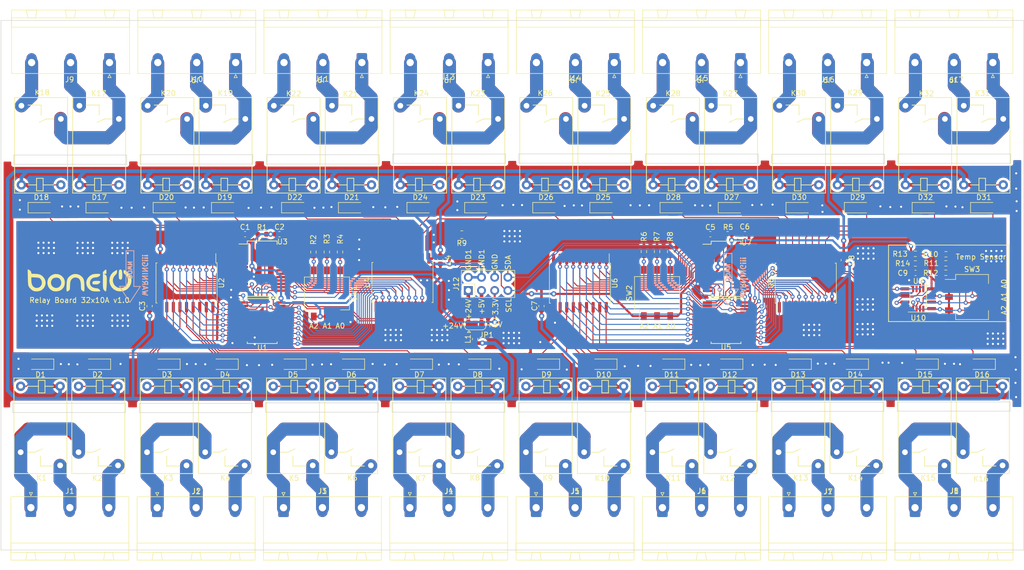
<source format=kicad_pcb>
(kicad_pcb (version 20211014) (generator pcbnew)
  (title_block (title "relay board 32x5A") (rev "0.1"))
  (layers (0 "F.Cu" signal) (31 "B.Cu" signal) (34 "B.Paste" user) (35 "F.Paste" user) (36 "B.SilkS" user "B.Silkscreen") (37 "F.SilkS" user "F.Silkscreen") (38 "B.Mask" user) (39 "F.Mask" user) (44 "Edge.Cuts" user))
  (net 0 "")
  (net 1 "GND")
  (net 2 "+3V3")
  (net 3 "SDA")
  (net 4 "SCL")
  (net 5 "RELAY1")
  (net 6 "RELAY2")
  (net 7 "RELAY3")
  (net 8 "RELAY4")
  (net 9 "RELAY5")
  (net 10 "RELAY6")
  (net 11 "RELAY7")
  (net 12 "RELAY8")
  (net 13 "+24V")
  (net 14 "INT_01")
  (net 15 "A2_1")
  (net 16 "A1_1")
  (net 17 "+5V")
  (net 18 "A0_1")
  (net 19 "P0_1")
  (net 20 "P1_1")
  (net 21 "P2_1")
  (net 22 "P3_1")
  (net 23 "P4_1")
  (net 24 "P5_1")
  (net 25 "P6_1")
  (net 26 "Net-(J2-Pad2)")
  (net 27 "Net-(J2-Pad1)")
  (net 28 "Net-(J2-Pad3)")
  (net 29 "Net-(J3-Pad1)")
  (net 30 "Net-(J3-Pad2)")
  (net 31 "Net-(J3-Pad3)")
  (net 32 "Net-(J1-Pad1)")
  (net 33 "Net-(J1-Pad2)")
  (net 34 "Net-(J1-Pad3)")
  (net 35 "Net-(J4-Pad3)")
  (net 36 "Net-(J4-Pad2)")
  (net 37 "Net-(J4-Pad1)")
  (net 38 "Net-(J5-Pad1)")
  (net 39 "Net-(J5-Pad2)")
  (net 40 "Net-(J5-Pad3)")
  (net 41 "Net-(J6-Pad1)")
  (net 42 "Net-(J6-Pad2)")
  (net 43 "Net-(J6-Pad3)")
  (net 44 "Net-(J7-Pad3)")
  (net 45 "Net-(J7-Pad2)")
  (net 46 "Net-(J7-Pad1)")
  (net 47 "Net-(J8-Pad1)")
  (net 48 "Net-(J8-Pad2)")
  (net 49 "Net-(J8-Pad3)")
  (net 50 "Net-(J9-Pad3)")
  (net 51 "Net-(J9-Pad2)")
  (net 52 "Net-(J9-Pad1)")
  (net 53 "Net-(J10-Pad1)")
  (net 54 "Net-(J10-Pad2)")
  (net 55 "Net-(J10-Pad3)")
  (net 56 "Net-(J11-Pad3)")
  (net 57 "Net-(J11-Pad2)")
  (net 58 "Net-(J11-Pad1)")
  (net 59 "Net-(J14-Pad3)")
  (net 60 "Net-(J14-Pad2)")
  (net 61 "Net-(J14-Pad1)")
  (net 62 "Net-(J16-Pad2)")
  (net 63 "Net-(J16-Pad1)")
  (net 64 "Net-(J17-Pad2)")
  (net 65 "Net-(J17-Pad1)")
  (net 66 "RELAY9")
  (net 67 "RELAY10")
  (net 68 "RELAY11")
  (net 69 "RELAY12")
  (net 70 "RELAY13")
  (net 71 "RELAY14")
  (net 72 "RELAY15")
  (net 73 "RELAY16")
  (net 74 "RELAY24")
  (net 75 "RELAY23")
  (net 76 "RELAY22")
  (net 77 "RELAY21")
  (net 78 "RELAY20")
  (net 79 "RELAY19")
  (net 80 "RELAY18")
  (net 81 "RELAY17")
  (net 82 "RELAY25")
  (net 83 "RELAY26")
  (net 84 "RELAY27")
  (net 85 "RELAY28")
  (net 86 "RELAY29")
  (net 87 "RELAY30")
  (net 88 "RELAY31")
  (net 89 "RELAY32")
  (net 90 "VCC")
  (net 91 "Net-(J15-Pad3)")
  (net 92 "Net-(J15-Pad2)")
  (net 93 "Net-(J15-Pad1)")
  (net 94 "Net-(R12-Pad1)")
  (net 95 "Net-(R13-Pad2)")
  (net 96 "P7_1")
  (net 97 "Net-(J13-Pad1)")
  (net 98 "Net-(J13-Pad2)")
  (net 99 "Net-(J13-Pad3)")
  (net 100 "Net-(J16-Pad3)")
  (net 101 "Net-(J17-Pad3)")
  (net 102 "Net-(R10-Pad1)")
  (net 103 "Net-(R11-Pad1)")
  (net 104 "P8_1")
  (net 105 "P9_1")
  (net 106 "P10_1")
  (net 107 "P11_1")
  (net 108 "P12_1")
  (net 109 "P13_1")
  (net 110 "P14_1")
  (net 111 "P15_1")
  (net 116 "INT_02")
  (net 117 "A2_2")
  (net 118 "A1_2")
  (net 119 "A0_2")
  (net 120 "P0_2")
  (net 121 "P1_2")
  (net 122 "P2_2")
  (net 123 "P3_2")
  (net 124 "P4_2")
  (net 125 "P5_2")
  (net 126 "P6_2")
  (net 127 "P7_2")
  (net 128 "P8_2")
  (net 129 "P9_2")
  (net 130 "P10_2")
  (net 131 "P11_2")
  (net 132 "P12_2")
  (net 133 "P13_2")
  (net 134 "P14_2")
  (net 135 "P15_2")
  (net 140 "GND1")
  (net 141 "Net-(JP1-Pad2)")
  (net 142 "Net-(R14-Pad2)")
  (footprint "Capacitor_SMD:C_0603_1608Metric" (layer "F.Cu") (at 341.7675 301.878 180)
    (fp_text reference "C2")
    (fp_text value "100nF")
  )
  (footprint "Capacitor_SMD:C_0603_1608Metric" (layer "F.Cu") (at 316.76 315.738 -90)
    (fp_text reference "C3")
    (fp_text value "100nF")
  )
  (footprint "Capacitor_SMD:C_0603_1608Metric" (layer "F.Cu") (at 372.76 306.8205 90)
    (fp_text reference "C4")
    (fp_text value "100nF")
  )
  (footprint "Capacitor_SMD:C_0603_1608Metric" (layer "F.Cu") (at 431.43 301.878 180)
    (fp_text reference "C6")
    (fp_text value "100nF")
  )
  (footprint "Capacitor_SMD:C_0603_1608Metric" (layer "F.Cu") (at 392.24 315.728 -90)
    (fp_text reference "C7")
    (fp_text value "100nF")
  )
  (footprint "Capacitor_SMD:C_0603_1608Metric" (layer "F.Cu") (at 450.47 306.8705 90)
    (fp_text reference "C8")
    (fp_text value "100nF")
  )
  (footprint "Package_SO:SOIC-18W_7.5x11.6mm_P1.27mm" (layer "F.Cu") (at 323.88 311.268 -90)
    (fp_text reference "U2")
    (fp_text value "ULN2803A")
  )
  (footprint "Package_SO:SSOP-28_5.3x10.2mm_P0.65mm" (layer "F.Cu") (at 338.45 308.518)
    (fp_text reference "U3")
    (fp_text value "MCP23017_SS")
  )
  (footprint "Package_SO:SSOP-24_5.3x8.2mm_P0.65mm" (layer "F.Cu") (at 427.79 318.608)
    (fp_text reference "U5")
    (fp_text value "PCF8575")
  )
  (footprint "Package_SO:SOIC-18W_7.5x11.6mm_P1.27mm" (layer "F.Cu") (at 399.65 311.308 -90)
    (fp_text reference "U6")
    (fp_text value "ULN2803A")
  )
  (footprint "Connector_Phoenix_GMSTB:PhoenixContact_GMSTBA_2,5_3-G_1x03_P7.50mm_Horizontal" (layer "F.Cu") (at 309.0376 268.8172 180)
    (fp_text reference "J9")
    (fp_text value "Screw_Terminal_01x03")
  )
  (footprint "Connector_Phoenix_GMSTB:PhoenixContact_GMSTBA_2,5_3-G_1x03_P7.50mm_Horizontal" (layer "F.Cu") (at 333.343657 268.8172 180)
    (fp_text reference "J10")
    (fp_text value "Screw_Terminal_01x03")
  )
  (footprint "Connector_Phoenix_GMSTB:PhoenixContact_GMSTBA_2,5_3-G_1x03_P7.50mm_Horizontal" (layer "F.Cu") (at 357.649714 268.8172 180)
    (fp_text reference "J11")
    (fp_text value "Screw_Terminal_01x03")
  )
  (footprint "Connector_Phoenix_GMSTB:PhoenixContact_GMSTBA_2,5_3-G_1x03_P7.50mm_Horizontal" (layer "F.Cu") (at 381.955771 268.8172 180)
    (fp_text reference "J13")
    (fp_text value "Screw_Terminal_01x03")
  )
  (footprint "Connector_Phoenix_GMSTB:PhoenixContact_GMSTBA_2,5_3-G_1x03_P7.50mm_Horizontal" (layer "F.Cu") (at 406.261828 268.8172 180)
    (fp_text reference "J14")
    (fp_text value "Screw_Terminal_01x03")
  )
  (footprint "Connector_Phoenix_GMSTB:PhoenixContact_GMSTBA_2,5_3-G_1x03_P7.50mm_Horizontal" (layer "F.Cu") (at 430.567885 268.8172 180)
    (fp_text reference "J15")
    (fp_text value "Screw_Terminal_01x03")
  )
  (footprint "Connector_Phoenix_GMSTB:PhoenixContact_GMSTBA_2,5_3-G_1x03_P7.50mm_Horizontal" (layer "F.Cu") (at 454.873942 268.8172 180)
    (fp_text reference "J16")
    (fp_text value "Screw_Terminal_01x03")
  )
  (footprint "Connector_Phoenix_GMSTB:PhoenixContact_GMSTBA_2,5_3-G_1x03_P7.50mm_Horizontal" (layer "F.Cu") (at 342.554856 354.5544)
    (fp_text reference "J3")
    (fp_text value "Screw_Terminal_01x03")
  )
  (footprint "Connector_Phoenix_GMSTB:PhoenixContact_GMSTBA_2,5_3-G_1x03_P7.50mm_Horizontal" (layer "F.Cu") (at 318.227028 354.5544)
    (fp_text reference "J2")
    (fp_text value "Screw_Terminal_01x03")
  )
  (footprint "Connector_Phoenix_GMSTB:PhoenixContact_GMSTBA_2,5_3-G_1x03_P7.50mm_Horizontal" (layer "F.Cu") (at 439.866168 354.5544)
    (fp_text reference "J7")
    (fp_text value "Screw_Terminal_01x03")
  )
  (footprint "Connector_Phoenix_GMSTB:PhoenixContact_GMSTBA_2,5_3-G_1x03_P7.50mm_Horizontal" (layer "F.Cu") (at 415.53834 354.5544)
    (fp_text reference "J6")
    (fp_text value "Screw_Terminal_01x03")
  )
  (footprint "Connector_Phoenix_GMSTB:PhoenixContact_GMSTBA_2,5_3-G_1x03_P7.50mm_Horizontal" (layer "F.Cu") (at 391.210512 354.5544)
    (fp_text reference "J5")
    (fp_text value "Screw_Terminal_01x03")
  )
  (footprint "Connector_Phoenix_GMSTB:PhoenixContact_GMSTBA_2,5_3-G_1x03_P7.50mm_Horizontal" (layer "F.Cu") (at 464.194 354.5544)
    (fp_text reference "J8")
    (fp_text value "Screw_Terminal_01x03")
  )
  (footprint "Connector_Phoenix_GMSTB:PhoenixContact_GMSTBA_2,5_3-G_1x03_P7.50mm_Horizontal" (layer "F.Cu") (at 366.882684 354.5544)
    (fp_text reference "J4")
    (fp_text value "Screw_Terminal_01x03")
  )
  (footprint "Connector_Phoenix_GMSTB:PhoenixContact_GMSTBA_2,5_3-G_1x03_P7.50mm_Horizontal" (layer "F.Cu") (at 479.18 268.8172 180)
    (fp_text reference "J17")
    (fp_text value "Screw_Terminal_01x03")
  )
  (footprint "Resistor_SMD:R_0603_1608Metric" (layer "F.Cu") (at 428.0975 301.878 180)
    (fp_text reference "R5")
    (fp_text value "4.7k")
  )
  (footprint "boneIO_LOGO:boneIO_LOGO" (layer "F.Cu") (at 303.29 310.788)
    (fp_text reference "G***" hide)
    (fp_text value "LOGO" hide)
  )
  (footprint "Capacitor_SMD:C_0603_1608Metric" (layer "F.Cu") (at 464.285 309.338 180)
    (fp_text reference "C9")
    (fp_text value "100n")
  )
  (footprint "Connector_Phoenix_GMSTB:PhoenixContact_GMSTBA_2,5_3-G_1x03_P7.50mm_Horizontal" (layer "F.Cu") (at 293.9 354.548)
    (fp_text reference "J1")
    (fp_text value "Screw_Terminal_01x03")
  )
  (footprint "Resistor_SMD:R_0603_1608Metric" (layer "F.Cu") (at 411.97 305.228 90)
    (fp_text reference "R6")
    (fp_text value "10k")
  )
  (footprint "Resistor_SMD:R_0603_1608Metric" (layer "F.Cu") (at 414.51 305.228 90)
    (fp_text reference "R7")
    (fp_text value "10k")
  )
  (footprint "Resistor_SMD:R_0603_1608Metric" (layer "F.Cu") (at 417.03 305.228 90)
    (fp_text reference "R8")
    (fp_text value "10k")
  )
  (footprint "Resistor_SMD:R_0603_1608Metric" (layer "F.Cu") (at 464.265 307.518 180)
    (fp_text reference "R14")
    (fp_text value "4.7k")
  )
  (footprint "Resistor_SMD:R_0603_1608Metric" (layer "F.Cu") (at 470.145 305.748 180)
    (fp_text reference "R10")
    (fp_text value "10k")
  )
  (footprint "Resistor_SMD:R_0603_1608Metric" (layer "F.Cu") (at 470.125 307.498 180)
    (fp_text reference "R11")
    (fp_text value "10k")
  )
  (footprint "Resistor_SMD:R_0603_1608Metric" (layer "F.Cu") (at 464.255 305.658)
    (fp_text reference "R13")
    (fp_text value "4.7k")
  )
  (footprint "Resistor_SMD:R_0603_1608Metric" (layer "F.Cu") (at 338.41 301.878 180)
    (fp_text reference "R1")
    (fp_text value "4.7k")
  )
  (footprint "Resistor_SMD:R_0603_1608Metric" (layer "F.Cu") (at 350.91 305.308 90)
    (fp_text reference "R3")
    (fp_text value "10k")
  )
  (footprint "Resistor_SMD:R_0603_1608Metric" (layer "F.Cu") (at 353.44 305.308 90)
    (fp_text reference "R4")
    (fp_text value "10k")
  )
  (footprint "Resistor_SMD:R_0603_1608Metric" (layer "F.Cu") (at 470.12 309.308 180)
    (fp_text reference "R12")
    (fp_text value "10k")
  )
  (footprint "relay-user:Realy_DPST_HF32F" (layer "F.Cu") (at 445.51 331.168 -90)
    (fp_text reference "K13")
    (fp_text value "HF32F/024-ZS3")
  )
  (footprint "relay-user:Realy_DPST_HF32F" (layer "F.Cu") (at 456.72 331.168 -90)
    (fp_text reference "K14")
    (fp_text value "HF32F/024-ZS3")
  )
  (footprint "Package_SO:SO-8_3.9x4.9mm_P1.27mm" (layer "F.Cu") (at 464.805 314.3105)
    (fp_text reference "U9")
    (fp_text value "MCP9808_SO8")
  )
  (footprint "relay-user:Realy_DPST_HF32F" (layer "F.Cu") (at 383.72 331.168 -90)
    (fp_text reference "K8")
    (fp_text value "HF32F/024-ZS3")
  )
  (footprint "relay-user:Realy_DPST_HF32F" (layer "F.Cu") (at 365.06 292.378 90)
    (fp_text reference "K24")
    (fp_text value "HF32F/024-ZS3")
  )
  (footprint "Diode_SMD:D_MiniMELF" (layer "F.Cu") (at 477.11 326.918 180)
    (fp_text reference "D16")
    (fp_text value "LL4148")
  )
  (footprint "relay-user:Realy_DPST_HF32F" (layer "F.Cu") (at 413.75 292.378 90)
    (fp_text reference "K28")
    (fp_text value "HF32F/024-ZS3")
  )
  (footprint "Diode_SMD:D_MiniMELF" (layer "F.Cu") (at 344.38 326.918 180)
    (fp_text reference "D5")
    (fp_text value "LL4148")
  )
  (footprint "Diode_SMD:D_MiniMELF" (layer "F.Cu") (at 331.29 326.918 180)
    (fp_text reference "D4")
    (fp_text value "LL4148")
  )
  (footprint "Button_Switch_SMD:SW_DIP_SPSTx03_Slide_Omron_A6S-310x_W8.9mm_P2.54mm" (layer "F.Cu") (at 414.5 313.208 90)
    (fp_text reference "SW2")
    (fp_text value "SW_DIP_x03")
  )
  (footprint "relay-user:Realy_DPST_HF32F" (layer "F.Cu") (at 424.95 292.378 90)
    (fp_text reference "K27")
    (fp_text value "HF32F/024-ZS3")
  )
  (footprint "relay-user:Realy_DPST_HF32F" (layer "F.Cu") (at 462.35 292.378 90)
    (fp_text reference "K32")
    (fp_text value "HF32F/024-ZS3")
  )
  (footprint "Diode_SMD:D_MiniMELF" (layer "F.Cu") (at 428.84 296.768)
    (fp_text reference "D27")
    (fp_text value "LL4148")
  )
  (footprint "relay-user:Realy_DPST_HF32F" (layer "F.Cu") (at 376.27 292.378 90)
    (fp_text reference "K23")
    (fp_text value "HF32F/024-ZS3")
  )
  (footprint "Diode_SMD:D_MiniMELF" (layer "F.Cu") (at 355.68 296.768)
    (fp_text reference "D21")
    (fp_text value "LL4148")
  )
  (footprint "relay-user:Realy_DPST_HF32F" (layer "F.Cu") (at 400.55 292.378 90)
    (fp_text reference "K25")
    (fp_text value "HF32F/024-ZS3")
  )
  (footprint "relay-user:Realy_DPST_HF32F" (layer "F.Cu") (at 323.87 331.168 -90)
    (fp_text reference "K3")
    (fp_text value "HF32F/024-ZS3")
  )
  (footprint "Diode_SMD:D_MiniMELF" (layer "F.Cu") (at 417.31 326.918 180)
    (fp_text reference "D11")
    (fp_text value "LL4148")
  )
  (footprint "Diode_SMD:D_MiniMELF" (layer "F.Cu") (at 393.11 296.768)
    (fp_text reference "D26")
    (fp_text value "LL4148")
  )
  (footprint "relay-user:Realy_DPST_HF32F" (layer "F.Cu") (at 359.39 331.168 -90)
    (fp_text reference "K6")
    (fp_text value "HF32F/024-ZS3")
  )
  (footprint "Diode_SMD:D_MiniMELF" (layer "F.Cu") (at 477.44 296.768)
    (fp_text reference "D31")
    (fp_text value "LL4148")
  )
  (footprint "Button_Switch_SMD:SW_DIP_SPSTx03_Slide_Omron_A6S-310x_W8.9mm_P2.54mm" (layer "F.Cu") (at 475.18 313.978)
    (fp_text reference "SW3")
    (fp_text value "SW_DIP_x03")
  )
  (footprint "Package_SO:SSOP-28_5.3x10.2mm_P0.65mm" (layer "F.Cu") (at 427.81 308.558)
    (fp_text reference "U7")
    (fp_text value "MCP23017_SS")
  )
  (footprint "relay-user:Realy_DPST_HF32F" (layer "F.Cu") (at 421.21 331.168 -90)
    (fp_text reference "K11")
    (fp_text value "HF32F/024-ZS3")
  )
  (footprint "relay-user:Realy_DPST_HF32F" (layer "F.Cu") (at 469.85 331.168 -90)
    (fp_text reference "K15")
    (fp_text value "HF32F/024-ZS3")
  )
  (footprint "Capacitor_SMD:C_0603_1608Metric" (layer "F.Cu") (at 335.155 301.868 180)
    (fp_text reference "C1")
    (fp_text value "100pF")
  )
  (footprint "Diode_SMD:D_MiniMELF" (layer "F.Cu") (at 368.71 326.918 180)
    (fp_text reference "D7")
    (fp_text value "LL4148")
  )
  (footprint "Capacitor_SMD:C_0603_1608Metric" (layer "F.Cu") (at 424.765 301.868 180)
    (fp_text reference "C5")
    (fp_text value "100pF")
  )
  (footprint "relay-user:Realy_DPST_HF32F" (layer "F.Cu") (at 316.39 292.378 90)
    (fp_text reference "K20")
    (fp_text value "HF32F/024-ZS3")
  )
  (footprint "Button_Switch_SMD:SW_DIP_SPSTx03_Slide_Omron_A6S-310x_W8.9mm_P2.54mm" (layer "F.Cu") (at 350.92 313.288 90)
    (fp_text reference "SW1")
    (fp_text value "SW_DIP_x03")
  )
  (footprint "relay-user:Realy_DPST_HF32F" (layer "F.Cu") (at 372.51 331.168 -90)
    (fp_text reference "K7")
    (fp_text value "HF32F/024-ZS3")
  )
  (footprint "Diode_SMD:D_MiniMELF" (layer "F.Cu") (at 307.06 296.768)
    (fp_text reference "D17")
    (fp_text value "LL4148")
  )
  (footprint "relay-user:Realy_DPST_HF32F" (layer "F.Cu") (at 396.85 331.168 -90)
    (fp_text reference "K9")
    (fp_text value "HF32F/024-ZS3")
  )
  (footprint "relay-user:Realy_DPST_HF32F" (layer "F.Cu") (at 335.07 331.168 -90)
    (fp_text reference "K4")
    (fp_text value "HF32F/024-ZS3")
  )
  (footprint "Diode_SMD:D_MiniMELF" (layer "F.Cu") (at 380 296.768)
    (fp_text reference "D23")
    (fp_text value "LL4148")
  )
  (footprint "relay-user:Realy_DPST_HF32F" (layer "F.Cu") (at 327.6 292.378 90)
    (fp_text reference "K19")
    (fp_text value "HF32F/024-ZS3")
  )
  (footprint "Package_SO:SOIC-18W_7.5x11.6mm_P1.27mm" (layer "F.Cu") (at 365.47 311.178 90)
    (fp_text reference "U4")
    (fp_text value "ULN2803A")
  )
  (footprint "relay-user:Realy_DPST_HF32F" (layer "F.Cu") (at 473.58 292.378 90)
    (fp_text reference "K31")
    (fp_text value "HF32F/024-ZS3")
  )
  (footprint "Diode_SMD:D_MiniMELF" (layer "F.Cu") (at 320.1 326.918 180)
    (fp_text reference "D3")
    (fp_text value "LL4148")
  )
  (footprint "relay-user:Realy_DPST_HF32F" (layer "F.Cu") (at 408.06 331.168 -90)
    (fp_text reference "K10")
    (fp_text value "HF32F/024-ZS3")
  )
  (footprint "relay-user:Realy_DPST_HF32F" (layer "F.Cu") (at 351.9 292.378 90)
    (fp_text reference "K21")
    (fp_text value "HF32F/024-ZS3")
  )
  (footprint "Diode_SMD:D_MiniMELF" (layer "F.Cu") (at 453.13 296.768)
    (fp_text reference "D29")
    (fp_text value "LL4148")
  )
  (footprint "Diode_SMD:D_MiniMELF" (layer "F.Cu") (at 466.13 326.918 180)
    (fp_text reference "D15")
    (fp_text value "LL4148")
  )
  (footprint "Jumper:SolderJumper-3_P1.3mm_Bridged12_RoundedPad1.0x1.5mm" (layer "F.Cu") (at 379.48 319.2955)
    (fp_text reference "JP1")
    (fp_text value "SolderJumper_3_Open")
  )
  (footprint "Package_SO:SOIC-18W_7.5x11.6mm_P1.27mm" (layer "F.Cu") (at 443.14 311.308 90)
    (fp_text reference "U8")
    (fp_text value "ULN2803A")
  )
  (footprint "relay-user:Realy_DPST_HF32F" (layer "F.Cu") (at 481.05 331.168 -90)
    (fp_text reference "K16")
    (fp_text value "HF32F/024-ZS3")
  )
  (footprint "Diode_SMD:D_MiniMELF" (layer "F.Cu") (at 355.63 326.918 180)
    (fp_text reference "D6")
    (fp_text value "LL4148")
  )
  (footprint "relay-user:Realy_DPST_HF32F" (layer "F.Cu") (at 432.41 331.168 -90)
    (fp_text reference "K12")
    (fp_text value "HF32F/024-ZS3")
  )
  (footprint "Diode_SMD:D_MiniMELF" (layer "F.Cu") (at 417.63 296.768)
    (fp_text reference "D28")
    (fp_text value "LL4148")
  )
  (footprint "relay-user:Realy_DPST_HF32F" (layer "F.Cu") (at 438.05 292.378 90)
    (fp_text reference "K30")
    (fp_text value "HF32F/024-ZS3")
  )
  (footprint "Inductor_SMD:L_0603_1608Metric" (layer "F.Cu") (at 379.46 322.068 -90)
    (fp_text reference "L1")
    (fp_text value "LQG18HN10NJ00D")
  )
  (footprint "Diode_SMD:D_MiniMELF" (layer "F.Cu") (at 295.91 296.768)
    (fp_text reference "D18")
    (fp_text value "LL4148")
  )
  (footprint "relay-user:Realy_DPST_HF32F" (layer "F.Cu") (at 389.36 292.378 90)
    (fp_text reference "K26")
    (fp_text value "HF32F/024-ZS3")
  )
  (footprint "Connector_PinHeader_2.54mm:PinHeader_2x04_P2.54mm_Vertical" (layer "F.Cu") (at 378.15 312.718 90)
    (fp_text reference "J12")
    (fp_text value "Conn_02x04_Odd_Even")
  )
  (footprint "relay-user:Realy_DPST_HF32F" (layer "F.Cu") (at 348.18 331.168 -90)
    (fp_text reference "K5")
    (fp_text value "HF32F/024-ZS3")
  )
  (footprint "Diode_SMD:D_MiniMELF" (layer "F.Cu") (at 441.89 296.768)
    (fp_text reference "D30")
    (fp_text value "LL4148")
  )
  (footprint "Diode_SMD:D_MiniMELF" (layer "F.Cu") (at 404.24 326.918 180)
    (fp_text reference "D10")
    (fp_text value "LL4148")
  )
  (footprint "Diode_SMD:D_MiniMELF" (layer "F.Cu") (at 441.67 326.918 180)
    (fp_text reference "D13")
    (fp_text value "LL4148")
  )
  (footprint "relay-user:Realy_DPST_HF32F" (layer "F.Cu") (at 292.07 292.378 90)
    (fp_text reference "K18")
    (fp_text value "HF32F/024-ZS3")
  )
  (footprint "Diode_SMD:D_MiniMELF" (layer "F.Cu") (at 368.88 296.768)
    (fp_text reference "D24")
    (fp_text value "LL4148")
  )
  (footprint "Package_SO:SSOP-24_5.3x8.2mm_P0.65mm" (layer "F.Cu") (at 338.45 318.608)
    (fp_text reference "U1")
    (fp_text value "PCF8575")
  )
  (footprint "relay-user:Realy_DPST_HF32F" (layer "F.Cu") (at 449.25 292.378 90)
    (fp_text reference "K29")
    (fp_text value "HF32F/024-ZS3")
  )
  (footprint "relay-user:Realy_DPST_HF32F" (layer "F.Cu") (at 340.7 292.378 90)
    (fp_text reference "K22")
    (fp_text value "HF32F/024-ZS3")
  )
  (footprint "Diode_SMD:D_MiniMELF" (layer "F.Cu") (at 452.68 326.918 180)
    (fp_text reference "D14")
    (fp_text value "LL4148")
  )
  (footprint "Diode_SMD:D_MiniMELF" (layer "F.Cu") (at 466.19 296.768)
    (fp_text reference "D32")
    (fp_text value "LL4148")
  )
  (footprint "Package_SO:MSOP-8_3x3mm_P0.65mm" (layer "F.Cu") (at 464.81 314.358 -90)
    (fp_text reference "U10")
    (fp_text value "LM75_MSOP")
  )
  (footprint "Diode_SMD:D_MiniMELF" (layer "F.Cu") (at 320 296.768)
    (fp_text reference "D20")
    (fp_text value "LL4148")
  )
  (footprint "Resistor_SMD:R_0603_1608Metric" (layer "F.Cu") (at 348.32 305.328 90)
    (fp_text reference "R2")
    (fp_text value "10k")
  )
  (footprint "Diode_SMD:D_MiniMELF" (layer "F.Cu") (at 295.76 326.918 180)
    (fp_text reference "D1")
    (fp_text value "LL4148")
  )
  (footprint "relay-user:Realy_DPST_HF32F" (layer "F.Cu") (at 303.25 292.378 90)
    (fp_text reference "K17")
    (fp_text value "HF32F/024-ZS3")
  )
  (footprint "Diode_SMD:D_MiniMELF" (layer "F.Cu") (at 404.11 296.768)
    (fp_text reference "D25")
    (fp_text value "LL4148")
  )
  (footprint "Diode_SMD:D_MiniMELF" (layer "F.Cu") (at 344.73 296.768)
    (fp_text reference "D22")
    (fp_text value "LL4148")
  )
  (footprint "relay-user:Realy_DPST_HF32F" (layer "F.Cu") (at 310.68 331.168 -90)
    (fp_text reference "K2")
    (fp_text value "HF32F/024-ZS3")
  )
  (footprint "relay-user:Realy_DPST_HF32F" (layer "F.Cu") (at 299.53 331.168 -90)
    (fp_text reference "K1")
    (fp_text value "HF32F/024-ZS3")
  )
  (footprint "Diode_SMD:D_MiniMELF" (layer "F.Cu") (at 379.94 326.918 180)
    (fp_text reference "D8")
    (fp_text value "LL4148")
  )
  (footprint "Diode_SMD:D_MiniMELF" (layer "F.Cu") (at 428.48 326.918 180)
    (fp_text reference "D12")
    (fp_text value "LL4148")
  )
  (footprint "Diode_SMD:D_MiniMELF" (layer "F.Cu") (at 306.72 326.918 180)
    (fp_text reference "D2")
    (fp_text value "LL4148")
  )
  (footprint "Diode_SMD:D_MiniMELF" (layer "F.Cu") (at 393.19 326.918 180)
    (fp_text reference "D9")
    (fp_text value "LL4148")
  )
  (footprint "Diode_SMD:D_MiniMELF" (layer "F.Cu") (at 331.23 296.768)
    (fp_text reference "D19")
    (fp_text value "LL4148")
  )
  (footprint "Resistor_SMD:R_0805_2012Metric" (layer "F.Cu") (at 376.8925 301.958 180)
    (fp_text reference "R9")
    (fp_text value "0k")
  )
  (gr_line (start 427.41 312.433) (end 426.16 312.433) (layer "B.SilkS") (width 0.15))
  (gr_line (start 427.41 305.583) (end 428.92 305.583) (layer "B.SilkS") (width 0.15))
  (gr_line (start 428.92 312.443) (end 428.92 305.583) (layer "B.SilkS") (width 0.15))
  (gr_line (start 312.22 311.913) (end 312.22 305.063) (layer "B.SilkS") (width 0.15))
  (gr_line (start 430.17 312.463) (end 428.92 312.463) (layer "B.SilkS") (width 0.15))
  (gr_line (start 313.73 311.923) (end 313.73 305.063) (layer "B.SilkS") (width 0.15))
  (gr_line (start 312.97 315.003) (end 314.98 311.943) (layer "B.SilkS") (width 0.15))
  (gr_line (start 310.97 311.913) (end 312.97 315.003) (layer "B.SilkS") (width 0.15))
  (gr_line (start 426.16 312.433) (end 428.16 315.523) (layer "B.SilkS") (width 0.15))
  (gr_line (start 428.16 315.523) (end 430.17 312.463) (layer "B.SilkS") (width 0.15))
  (gr_line (start 427.41 312.433) (end 427.41 305.583) (layer "B.SilkS") (width 0.15))
  (gr_line (start 312.22 305.063) (end 313.73 305.063) (layer "B.SilkS") (width 0.15))
  (gr_line (start 312.22 311.913) (end 310.97 311.913) (layer "B.SilkS") (width 0.15))
  (gr_line (start 314.98 311.943) (end 313.73 311.943) (layer "B.SilkS") (width 0.15))
  (gr_line (start 482.32 318.718) (end 459.091 318.708) (layer "F.SilkS") (width 0.15))
  (gr_line (start 482.31 303.988) (end 482.32 318.718) (layer "F.SilkS") (width 0.15))
  (gr_line (start 482.31 303.988) (end 459.101 303.976) (layer "F.SilkS") (width 0.15))
  (gr_line (start 459.091 303.976) (end 459.091 318.708) (layer "F.SilkS") (width 0.15))
  (gr_line (start 288.14 362.708) (end 288.14 260.708) (layer "Edge.Cuts") (width 0.1))
  (gr_line (start 290.415 334.44) (end 312.125 334.44) (layer "Edge.Cuts") (width 0.1))
  (gr_line (start 312.125 334.44) (end 312.125 336.218) (layer "Edge.Cuts") (width 0.1))
  (gr_line (start 290.415 334.44) (end 290.415 336.218) (layer "Edge.Cuts") (width 0.1))
  (gr_line (start 312.125 336.218) (end 290.415 336.218) (layer "Edge.Cuts") (width 0.1))
  (gr_line (start 485.14 362.708) (end 288.14 362.708) (layer "Edge.Cuts") (width 0.1))
  (gr_line (start 458.19 336.008) (end 436.48 336.008) (layer "Edge.Cuts") (width 0.1))
  (gr_line (start 458.3 288.248) (end 436.59 288.248) (layer "Edge.Cuts") (width 0.1))
  (gr_line (start 460.91 286.44) (end 482.62 286.44) (layer "Edge.Cuts") (width 0.1))
  (gr_line (start 460.79 334.18) (end 460.79 335.958) (layer "Edge.Cuts") (width 0.1))
  (gr_line (start 387.89 286.41) (end 409.6 286.41) (layer "Edge.Cuts") (width 0.1))
  (gr_line (start 436.48 334.23) (end 458.19 334.23) (layer "Edge.Cuts") (width 0.1))
  (gr_line (start 433.88 336.008) (end 412.17 336.008) (layer "Edge.Cuts") (width 0.1))
  (gr_line (start 409.53 334.35) (end 409.53 336.128) (layer "Edge.Cuts") (width 0.1))
  (gr_line (start 385.32 286.44) (end 385.32 288.218) (layer "Edge.Cuts") (width 0.1))
  (gr_line (start 361 286.57) (end 361 288.348) (layer "Edge.Cuts") (width 0.1))
  (gr_line (start 360.82 336.148) (end 339.11 336.148) (layer "Edge.Cuts") (width 0.1))
  (gr_line (start 360.82 334.37) (end 360.82 336.148) (layer "Edge.Cuts") (width 0.1))
  (gr_line (start 339.11 334.37) (end 360.82 334.37) (layer "Edge.Cuts") (width 0.1))
  (gr_line (start 387.89 286.41) (end 387.89 288.188) (layer "Edge.Cuts") (width 0.1))
  (gr_line (start 314.94 286.57) (end 314.94 288.348) (layer "Edge.Cuts") (width 0.1))
  (gr_line (start 412.27 286.44) (end 433.98 286.44) (layer "Edge.Cuts") (width 0.1))
  (gr_line (start 290.62 286.63) (end 312.33 286.63) (layer "Edge.Cuts") (width 0.1))
  (gr_line (start 336.54 334.46) (end 336.54 336.238) (layer "Edge.Cuts") (width 0.1))
  (gr_line (start 339.29 286.57) (end 339.29 288.348) (layer "Edge.Cuts") (width 0.1))
  (gr_line (start 458.19 334.23) (end 458.19 336.008) (layer "Edge.Cuts") (width 0.1))
  (gr_line (start 460.79 334.18) (end 482.5 334.18) (layer "Edge.Cuts") (width 0.1))
  (gr_line (start 385.19 336.148) (end 363.48 336.148) (layer "Edge.Cuts") (width 0.1))
  (gr_line (start 363.61 286.44) (end 363.61 288.218) (layer "Edge.Cuts") (width 0.1))
  (gr_line (start 436.48 334.23) (end 436.48 336.008) (layer "Edge.Cuts") (width 0.1))
  (gr_line (start 482.5 334.18) (end 482.5 335.958) (layer "Edge.Cuts") (width 0.1))
  (gr_line (start 361 288.348) (end 339.29 288.348) (layer "Edge.Cuts") (width 0.1))
  (gr_line (start 312.33 288.408) (end 290.62 288.408) (layer "Edge.Cuts") (width 0.1))
  (gr_line (start 336.65 288.348) (end 314.94 288.348) (layer "Edge.Cuts") (width 0.1))
  (gr_line (start 363.61 286.44) (end 385.32 286.44) (layer "Edge.Cuts") (width 0.1))
  (gr_line (start 412.17 334.23) (end 412.17 336.008) (layer "Edge.Cuts") (width 0.1))
  (gr_line (start 288.14 260.708) (end 485.14 260.708) (layer "Edge.Cuts") (width 0.1))
  (gr_line (start 336.65 286.57) (end 336.65 288.348) (layer "Edge.Cuts") (width 0.1))
  (gr_line (start 385.19 334.37) (end 385.19 336.148) (layer "Edge.Cuts") (width 0.1))
  (gr_line (start 433.98 286.44) (end 433.98 288.218) (layer "Edge.Cuts") (width 0.1))
  (gr_line (start 387.82 334.35) (end 409.53 334.35) (layer "Edge.Cuts") (width 0.1))
  (gr_line (start 290.62 286.63) (end 290.62 288.408) (layer "Edge.Cuts") (width 0.1))
  (gr_line (start 412.17 334.23) (end 433.88 334.23) (layer "Edge.Cuts") (width 0.1))
  (gr_line (start 409.6 288.188) (end 387.89 288.188) (layer "Edge.Cuts") (width 0.1))
  (gr_line (start 433.88 334.23) (end 433.88 336.008) (layer "Edge.Cuts") (width 0.1))
  (gr_line (start 436.59 286.47) (end 458.3 286.47) (layer "Edge.Cuts") (width 0.1))
  (gr_line (start 412.27 286.44) (end 412.27 288.218) (layer "Edge.Cuts") (width 0.1))
  (gr_line (start 339.29 286.57) (end 361 286.57) (layer "Edge.Cuts") (width 0.1))
  (gr_line (start 485.14 260.708) (end 485.14 362.708) (layer "Edge.Cuts") (width 0.1))
  (gr_line (start 482.5 335.958) (end 460.79 335.958) (layer "Edge.Cuts") (width 0.1))
  (gr_line (start 409.6 286.41) (end 409.6 288.188) (layer "Edge.Cuts") (width 0.1))
  (gr_line (start 314.94 286.57) (end 336.65 286.57) (layer "Edge.Cuts") (width 0.1))
  (gr_line (start 409.53 336.128) (end 387.82 336.128) (layer "Edge.Cuts") (width 0.1))
  (gr_line (start 363.48 334.37) (end 363.48 336.148) (layer "Edge.Cuts") (width 0.1))
  (gr_line (start 436.59 286.47) (end 436.59 288.248) (layer "Edge.Cuts") (width 0.1))
  (gr_line (start 482.62 286.44) (end 482.62 288.218) (layer "Edge.Cuts") (width 0.1))
  (gr_line (start 339.11 334.37) (end 339.11 336.148) (layer "Edge.Cuts") (width 0.1))
  (gr_line (start 336.54 336.238) (end 314.83 336.238) (layer "Edge.Cuts") (width 0.1))
  (gr_line (start 363.48 334.37) (end 385.19 334.37) (layer "Edge.Cuts") (width 0.1))
  (gr_line (start 433.98 288.218) (end 412.27 288.218) (layer "Edge.Cuts") (width 0.1))
  (gr_line (start 314.83 334.46) (end 336.54 334.46) (layer "Edge.Cuts") (width 0.1))
  (gr_line (start 314.83 334.46) (end 314.83 336.238) (layer "Edge.Cuts") (width 0.1))
  (gr_line (start 458.3 286.47) (end 458.3 288.248) (layer "Edge.Cuts") (width 0.1))
  (gr_line (start 385.32 288.218) (end 363.61 288.218) (layer "Edge.Cuts") (width 0.1))
  (gr_line (start 460.91 286.44) (end 460.91 288.218) (layer "Edge.Cuts") (width 0.1))
  (gr_line (start 482.62 288.218) (end 460.91 288.218) (layer "Edge.Cuts") (width 0.1))
  (gr_line (start 312.33 286.63) (end 312.33 288.408) (layer "Edge.Cuts") (width 0.1))
  (gr_line (start 387.82 334.35) (end 387.82 336.128) (layer "Edge.Cuts") (width 0.1))
  (gr_text "DOWN" (at 312.94 308.758 -90) (layer "B.SilkS") (effects (font (size 0.8 0.8) (thickness 0.2)) (justify mirror)))
  (gr_text "WARNING!!! " (at 315.84 309.383 -90) (layer "B.SilkS") (effects (font (size 1 1) (thickness 0.2)) (justify mirror)))
  (gr_text "DOWN" (at 428.13 309.278 -90) (layer "B.SilkS") (effects (font (size 0.8 0.8) (thickness 0.2)) (justify mirror)))
  (gr_text "WARNING!!! " (at 431.03 309.903 -90) (layer "B.SilkS") (effects (font (size 1 1) (thickness 0.2)) (justify mirror)))
  (gr_text "GND" (at 383.263 307.19 90) (layer "F.SilkS") (effects (font (size 1 1))))
  (gr_text "J1" (at 398.76 351.413) (layer "F.SilkS") (effects (font (size 1 1))))
  (gr_text "J9" (at 349.94 272.128 -180) (layer "F.SilkS") (effects (font (size 1 1))))
  (gr_text "A0" (at 481.35 311.428 90) (layer "F.SilkS") (effects (font (size 1 1))))
  (gr_text "A2" (at 348.39 319.538) (layer "F.SilkS") (effects (font (size 1 1))))
  (gr_text "J1" (at 325.74 351.433) (layer "F.SilkS") (effects (font (size 1 1))))
  (gr_text "J9" (at 325.64 272.158 -180) (layer "F.SilkS") (effects (font (size 1 1))))
  (gr_text "A1" (at 351 319.538) (layer "F.SilkS") (effects (font (size 1 1))))
  (gr_text "Temp Sensor" (at 476.88 306.238) (layer "F.SilkS") (effects (font (size 1 1))))
  (gr_text "J1" (at 350.07 351.403) (layer "F.SilkS") (effects (font (size 1 1))))
  (gr_text "SDA" (at 385.803 307.317 90) (layer "F.SilkS") (effects (font (size 1 1))))
  (gr_text "A0" (at 353.48 319.538) (layer "F.SilkS") (effects (font (size 1 1))))
  (gr_text "A2" (at 481.35 316.518 90) (layer "F.SilkS") (effects (font (size 1 1))))
  (gr_text "+24V" (at 375.15 319.528) (layer "F.SilkS") (effects (font (size 1 1))))
  (gr_text "J9" (at 471.58 272.108 -180) (layer "F.SilkS") (effects (font (size 1 1))))
  (gr_text "J9" (at 398.61 272.148 -180) (layer "F.SilkS") (effects (font (size 1 1))))
  (gr_text "J9" (at 447.33 272.138 -180) (layer "F.SilkS") (effects (font (size 1 1))))
  (gr_text "J1" (at 471.75 351.393) (layer "F.SilkS") (effects (font (size 1 1))))
  (gr_text "A0" (at 417.13 319.548) (layer "F.SilkS") (effects (font (size 1 1))))
  (gr_text "GND1\n" (at 378.17 306.788 90) (layer "F.SilkS") (effects (font (size 1 1))))
  (gr_text "+5V" (at 380.723 315.826 90) (layer "F.SilkS") (effects (font (size 1 1))))
  (gr_text "SCL" (at 385.93 315.572 90) (layer "F.SilkS") (effects (font (size 1 1))))
  (gr_text "J1" (at 423.09 351.393) (layer "F.SilkS") (effects (font (size 1 1))))
  (gr_text "+5V" (at 383.2 319.268) (layer "F.SilkS") (effects (font (size 1 1))))
  (gr_text "J9" (at 423 272.128 -180) (layer "F.SilkS") (effects (font (size 1 1))))
  (gr_text "Relay Board 32x10A v1.0" (at 303.2646 314.598) (layer "F.SilkS") (effects (font (size 1 1))))
  (gr_text "A1" (at 414.65 319.548) (layer "F.SilkS") (effects (font (size 1 1))))
  (gr_text "J1" (at 374.44 351.413) (layer "F.SilkS") (effects (font (size 1 1))))
  (gr_text "+24V" (at 378.183 316.334 90) (layer "F.SilkS") (effects (font (size 1 1))))
  (gr_text "GND1" (at 380.73 306.768 90) (layer "F.SilkS") (effects (font (size 1 1))))
  (gr_text "A1" (at 481.35 313.908 90) (layer "F.SilkS") (effects (font (size 1 1))))
  (gr_text "J9" (at 374.33 272.138 -180) (layer "F.SilkS") (effects (font (size 1 1))))
  (gr_text "A2" (at 412.04 319.548) (layer "F.SilkS") (effects (font (size 1 1))))
  (gr_text "+3.3V" (at 383.39 316.461 90) (layer "F.SilkS") (effects (font (size 1 1))))
  (gr_text "J1" (at 447.43 351.413) (layer "F.SilkS") (effects (font (size 1 1))))
  (segment (start 424.19 322.183) (end 423.055 322.183) (width 0.4) (layer "F.Cu") (net 1))
  (segment (start 334.85 310.143) (end 336.745 310.143) (width 0.3) (layer "F.Cu") (net 1))
  (segment (start 332.48 312.063742) (end 332.48 312.598) (width 0.3) (layer "F.Cu") (net 1))
  (segment (start 422.79 322.448) (end 422.14 322.448) (width 0.4) (layer "F.Cu") (net 1))
  (segment (start 422.7 311.108) (end 422.37 311.438) (width 0.4) (layer "F.Cu") (net 1))
  (segment (start 333.067041 311.476699) (end 332.48 312.063742) (width 0.3) (layer "F.Cu") (net 1))
  (segment (start 334.85 310.143) (end 333.595 310.143) (width 0.3) (layer "F.Cu") (net 1))
  (segment (start 333.067041 310.670959) (end 333.067041 311.476699) (width 0.3) (layer "F.Cu") (net 1))
  (segment (start 424.21 310.183) (end 422.935 310.183) (width 0.4) (layer "F.Cu") (net 1))
  (segment (start 422.7 310.418) (end 422.7 311.108) (width 0.4) (layer "F.Cu") (net 1))
  (segment (start 463.06 311.457402) (end 463.835 312.232402) (width 0.25) (layer "F.Cu") (net 1))
  (segment (start 336.745 310.143) (end 336.84 310.048) (width 0.3) (layer "F.Cu") (net 1))
  (segment (start 423.055 322.183) (end 422.79 322.448) (width 0.4) (layer "F.Cu") (net 1))
  (segment (start 333.595 310.143) (end 333.067041 310.670959) (width 0.3) (layer "F.Cu") (net 1))
  (segment (start 422.935 310.183) (end 422.7 310.418) (width 0.4) (layer "F.Cu") (net 1))
  (segment (start 463.06 310.738) (end 463.06 311.457402) (width 0.25) (layer "F.Cu") (net 1))
  (via (at 463.06 310.738) (size 0.8) (drill 0.4) (layers "F.Cu" "B.Cu") (net 1))
  (via (at 302.84 317.528) (size 0.8) (drill 0.4) (layers "F.Cu" "B.Cu") (net 1))
  (via (at 311.58 318.528) (size 0.8) (drill 0.4) (layers "F.Cu" "B.Cu") (net 1))
  (via (at 455.09 315.408) (size 0.8) (drill 0.4) (layers "F.Cu" "B.Cu") (net 1))
  (via (at 295.02 317.528) (size 0.8) (drill 0.4) (layers "F.Cu" "B.Cu") (net 1))
  (via (at 374.4 310.878) (size 0.8) (drill 0.4) (layers "F.Cu" "B.Cu") (net 1))
  (via (at 374.42 312.658) (size 0.8) (drill 0.4) (layers "F.Cu" "B.Cu") (net 1))
  (via (at 363.19 322.308) (size 0.8) (drill 0.4) (layers "F.Cu" "B.Cu") (net 1))
  (via (at 480.19 322.008) (size 0.8) (drill 0.4) (layers "F.Cu" "B.Cu") (net 1))
  (via (at 309.56 304.528) (size 0.8) (drill 0.4) (layers "F.Cu" "B.Cu") (net 1))
  (via (at 443.77 321.328) (size 0.8) (drill 0.4) (layers "F.Cu" "B.Cu") (net 1))
  (via (at 298.02 318.528) (size 0.8) (drill 0.4) (layers "F.Cu" "B.Cu") (net 1))
  (via (at 295.02 319.528) (size 0.8) (drill 0.4) (layers "F.Cu" "B.Cu") (net 1))
  (via (at 305.87 303.528) (size 0.8) (drill 0.4) (layers "F.Cu" "B.Cu") (net 1))
  (via (at 295.34 303.518) (size 0.8) (drill 0.4) (layers "F.Cu" "B.Cu") (net 1))
  (via (at 305.87 305.528) (size 0.8) (drill 0.4) (layers "F.Cu" "B.Cu") (net 1))
  (via (at 453.09 315.408) (size 0.8) (drill 0.4) (layers "F.Cu" "B.Cu") (net 1))
  (via (at 302.87 305.528) (size 0.8) (drill 0.4) (layers "F.Cu" "B.Cu") (net 1))
  (via (at 296.02 317.528) (size 0.8) (drill 0.4) (layers "F.Cu" "B.Cu") (net 1))
  (via (at 480.87 307.108) (size 0.8) (drill 0.4) (layers "F.Cu" "B.Cu") (net 1))
  (via (at 370.23 310.768) (size 0.8) (drill 0.4) (layers "F.Cu" "B.Cu") (net 1))
  (via (at 478.19 322.008) (size 0.8) (drill 0.4) (layers "F.Cu" "B.Cu") (net 1))
  (via (at 296.02 319.528) (size 0.8) (drill 0.4) (layers "F.Cu" "B.Cu") (net 1))
  (via (at 357.15 302.928) (size 0.8) (drill 0.4) (layers "F.Cu" "B.Cu") (net 1))
  (via (at 311.58 317.528) (size 0.8) (drill 0.4) (layers "F.Cu" "B.Cu") (net 1))
  (via (at 479.19 322.008) (size 0.8) (drill 0.4) (layers "F.Cu" "B.Cu") (net 1))
  (via (at 305.84 319.528) (size 0.8) (drill 0.4) (layers "F.Cu" "B.Cu") (net 1))
  (via (at 304.84 317.528) (size 0.8) (drill 0.4) (layers "F.Cu" "B.Cu") (net 1))
  (via (at 309.56 303.528) (size 0.8) (drill 0.4) (layers "F.Cu" "B.Cu") (net 1))
  (via (at 479.19 321.008) (size 0.8) (drill 0.4) (layers "F.Cu" "B.Cu") (net 1))
  (via (at 454.09 316.408) (size 0.8) (drill 0.4) (layers "F.Cu" "B.Cu") (net 1))
  (via (at 456.09 315.408) (size 0.8) (drill 0.4) (layers "F.Cu" "B.Cu") (net 1))
  (via (at 371.49 301.988) (size 0.8) (drill 0.4) (layers "F.Cu" "B.Cu") (net 1))
  (via (at 387.94 321.878) (size 0.8) (drill 0.4) (layers "F.Cu" "B.Cu") (net 1))
  (via (at 295.34 305.518) (size 0.8) (drill 0.4) (layers "F.Cu" "B.Cu") (net 1))
  (via (at 302.87 303.528) (size 0.8) (drill 0.4) (layers "F.Cu" "B.Cu") (net 1))
  (via (at 312.56 304.528) (size 0.8) (drill 0.4) (layers "F.Cu" "B.Cu") (net 1))
  (via (at 454.09 314.408) (size 0.8) (drill 0.4) (layers "F.Cu" "B.Cu") (net 1))
  (via (at 364.19 320.308) (size 0.8) (drill 0.4) (layers "F.Cu" "B.Cu") (net 1))
  (via (at 394.85 318.928) (size 0.8) (drill 0.4) (layers "F.Cu" "B.Cu") (net 1))
  (via (at 477.87 307.108) (size 0.8) (drill 0.4) (layers "F.Cu" "B.Cu") (net 1))
  (via (at 445.77 320.328) (size 0.8) (drill 0.4) (layers "F.Cu" "B.Cu") (net 1))
  (via (at 303.87 305.528) (size 0.8) (drill 0.4) (layers "F.Cu" "B.Cu") (net 1))
  (via (at 385.94 320.878) (size 0.8) (drill 0.4) (layers "F.Cu" "B.Cu") (net 1))
  (via (at 481.19 323.008) (size 0.8) (drill 0.4) (layers "F.Cu" "B.Cu") (net 1))
  (via (at 388.09 303.268) (size 0.8) (drill 0.4) (layers "F.Cu" "B.Cu") (net 1))
  (via (at 371.12 320.308) (size 0.8) (drill 0.4) (layers "F.Cu" "B.Cu") (net 1))
  (via (at 442.77 321.328) (size 0.8) (drill 0.4) (layers "F.Cu" "B.Cu") (net 1))
  (via (at 478.19 323.008) (size 0.8) (drill 0.4) (layers "F.Cu" "B.Cu") (net 1))
  (via (at 371.12 321.308) (size 0.8) (drill 0.4) (layers "F.Cu" "B.Cu") (net 1))
  (via (at 295.02 318.528) (size 0.8) (drill 0.4) (layers "F.Cu" "B.Cu") (net 1))
  (via (at 456.2 304.598) (size 0.8) (drill 0.4) (layers "F.Cu" "B.Cu") (net 1))
  (via (at 365.19 320.308) (size 0.8) (drill 0.4) (layers "F.Cu" "B.Cu") (net 1))
  (via (at 387.09 302.268) (size 0.8) (drill 0.4) (layers "F.Cu" "B.Cu") (net 1))
  (via (at 392.01 322.658) (size 0.8) (drill 0.4) (layers "F.Cu" "B.Cu") (net 1))
  (via (at 481.19 321.008) (size 0.8) (drill 0.4) (layers "F.Cu" "B.Cu") (net 1))
  (via (at 337.02 323.058) (size 0.8) (drill 0.4) (layers "F.Cu" "B.Cu") (net 1))
  (via (at 297.02 318.528) (size 0.8) (drill 0.4) (layers "F.Cu" "B.Cu") (net 1))
  (via (at 455.09 320.178) (size 0.8) (drill 0.4) (layers "F.Cu" "B.Cu") (net 1))
  (via (at 386.94 320.878) (size 0.8) (drill 0.4) (layers "F.Cu" "B.Cu") (net 1))
  (via (at 480.19 323.008) (size 0.8) (drill 0.4) (layers "F.Cu" "B.Cu") (net 1))
  (via (at 304.84 318.528) (size 0.8) (drill 0.4) (layers "F.Cu" "B.Cu") (net 1))
  (via (at 310.58 317.528) (size 0.8) (drill 0.4) (layers "F.Cu" "B.Cu") (net 1))
  (via (at 456.09 320.178) (size 0.8) (drill 0.4) (layers "F.Cu" "B.Cu") (net 1))
  (via (at 309.58 317.528) (size 0.8) (drill 0.4) (layers "F.Cu" "B.Cu") (net 1))
  (via (at 297.34 304.518) (size 0.8) (drill 0.4) (layers "F.Cu" "B.Cu") (net 1))
  (via (at 304.87 303.528) (size 0.8) (drill 0.4) (layers "F.Cu" "B.Cu") (net 1))
  (via (at 302.84 319.528) (size 0.8) (drill 0.4) (layers "F.Cu" "B.Cu") (net 1))
  (via (at 456.2 306.598) (size 0.8) (drill 0.4) (layers "F.Cu" "B.Cu") (net 1))
  (via (at 362.19 322.308) (size 0.8) (drill 0.4) (layers "F.Cu" "B.Cu") (net 1))
  (via (at 364.19 322.308) (size 0.8) (drill 0.4) (layers "F.Cu" "B.Cu") (net 1))
  (via (at 312.56 303.528) (size 0.8) (drill 0.4) (layers "F.Cu" "B.Cu") (net 1))
  (via (at 332.48 312.598) (size 0.8) (drill 0.4) (layers "F.Cu" "B.Cu") (net 1))
  (via (at 355.46 318.788) (size 0.8) (drill 0.4) (layers "F.Cu" "B.Cu") (net 1))
  (via (at 374.12 321.308) (size 0.8) (drill 0.4) (layers "F.Cu" "B.Cu") (net 1))
  (via (at 453.2 305.598) (size 0.8) (drill 0.4) (layers "F.Cu" "B.Cu") (net 1))
  (via (at 480.87 305.108) (size 0.8) (drill 0.4) (layers "F.Cu" "B.Cu") (net 1))
  (via (at 312.58 317.528) (size 0.8) (drill 0.4) (layers "F.Cu" "B.Cu") (net 1))
  (via (at 302.84 318.528) (size 0.8) (drill 0.4) (layers "F.Cu" "B.Cu") (net 1))
  (via (at 453.2 306.598) (size 0.8) (drill 0.4) (layers "F.Cu" "B.Cu") (net 1))
  (via (at 298.02 317.528) (size 0.8) (drill 0.4) (layers "F.Cu" "B.Cu") (net 1))
  (via (at 454.2 306.598) (size 0.8) (drill 0.4) (layers "F.Cu" "B.Cu") (net 1))
  (via (at 297.02 317.528) (size 0.8) (drill 0.4) (layers "F.Cu" "B.Cu") (net 1))
  (via (at 362.19 320.308) (size 0.8) (drill 0.4) (layers "F.Cu" "B.Cu") (net 1))
  (via (at 385.09 301.268) (size 0.8) (drill 0.4) (layers "F.Cu" "B.Cu") (net 1))
  (via (at 453.09 316.408) (size 0.8) (drill 0.4) (layers "F.Cu" "B.Cu") (net 1))
  (via (at 442.77 320.328) (size 0.8) (drill 0.4) (layers "F.Cu" "B.Cu") (net 1))
  (via (at 453.2 304.598) (size 0.8) (drill 0.4) (layers "F.Cu" "B.Cu") (net 1))
  (via (at 455.2 305.598) (size 0.8) (drill 0.4) (layers "F.Cu" "B.Cu") (net 1))
  (via (at 305.87 304.528) (size 0.8) (drill 0.4) (layers "F.Cu" "B.Cu") (net 1))
  (via (at 297.34 305.518) (size 0.8) (drill 0.4) (layers "F.Cu" "B.Cu") (net 1))
  (via (at 295.34 304.518) (size 0.8) (drill 0.4) (layers "F.Cu" "B.Cu") (net 1))
  (via (at 303.84 317.528) (size 0.8) (drill 0.4) (layers "F.Cu" "B.Cu") (net 1))
  (via (at 311.56 303.528) (size 0.8) (drill 0.4) (layers "F.Cu" "B.Cu") (net 1))
  (via (at 372.12 320.308) (size 0.8) (drill 0.4) (layers "F.Cu" "B.Cu") (net 1))
  (via (at 445.77 321.328) (size 0.8) (drill 0.4) (layers "F.Cu" "B.Cu") (net 1))
  (via (at 311.56 304.528) (size 0.8) (drill 0.4) (layers "F.Cu" "B.Cu") (net 1))
  (via (at 385.09 302.268) (size 0.8) (drill 0.4) (layers "F.Cu" "B.Cu") (net 1))
  (via (at 443.77 319.328) (size 0.8) (drill 0.4) (layers "F.Cu" "B.Cu") (net 1))
  (via (at 455.09 321.178) (size 0.8) (drill 0.4) (layers "F.Cu" "B.Cu") (net 1))
  (via (at 296.34 305.518) (size 0.8) (drill 0.4) (layers "F.Cu" "B.Cu") (net 1))
  (via (at 304.87 305.528) (size 0.8) (drill 0.4) (layers "F.Cu" "B.Cu") (net 1))
  (via (at 365.19 321.308) (size 0.8) (drill 0.4) (layers "F.Cu" "B.Cu") (net 1))
  (via (at 387.09 301.268) (size 0.8) (drill 0.4) (layers "F.Cu" "B.Cu") (net 1))
  (via (at 296.02 318.528) (size 0.8) (drill 0.4) (layers "F.Cu" "B.Cu") (net 1))
  (via (at 386.94 322.878) (size 0.8) (drill 0.4) (layers "F.Cu" "B.Cu") (net 1))
  (via (at 479.87 305.108) (size 0.8) (drill 0.4) (layers "F.Cu" "B.Cu") (net 1))
  (via (at 480.19 321.008) (size 0.8) (drill 0.4) (layers "F.Cu" "B.Cu") (net 1))
  (via (at 310.56 305.528) (size 0.8) (drill 0.4) (layers "F.Cu" "B.Cu") (net 1))
  (via (at 373.12 322.308) (size 0.8) (drill 0.4) (layers "F.Cu" "B.Cu") (net 1))
  (via (at 311.56 305.528) (size 0.8) (drill 0.4) (layers "F.Cu" "B.Cu") (net 1))
  (via (at 479.87 306.108) (size 0.8) (drill 0.4) (layers "F.Cu" "B.Cu") (net 1))
  (via (at 454.09 320.178) (size 0.8) (drill 0.4) (layers "F.Cu" "B.Cu") (net 1))
  (via (at 387.94 320.878) (size 0.8) (drill 0.4) (layers "F.Cu" "B.Cu") (net 1))
  (via (at 296.34 303.518) (size 0.8) (drill 0.4) (layers "F.Cu" "B.Cu") (net 1))
  (via (at 298.02 319.528) (size 0.8) (drill 0.4) (layers "F.Cu" "B.Cu") (net 1))
  (via (at 309.58 319.528) (size 0.8) (drill 0.4) (layers "F.Cu" "B.Cu") (net 1))
  (via (at 453.09 319.178) (size 0.8) (drill 0.4) (layers "F.Cu" "B.Cu") (net 1))
  (via (at 385.94 321.878) (size 0.8) (drill 0.4) (layers "F.Cu" "B.Cu") (net 1))
  (via (at 298.34 305.518) (size 0.8) (drill 0.4) (layers "F.Cu" "B.Cu") (net 1))
  (via (at 311.58 319.528) (size 0.8) (drill 0.4) (layers "F.Cu" "B.Cu") (net 1))
  (via (at 365.19 322.308) (size 0.8) (drill 0.4) (layers "F.Cu" "B.Cu") (net 1))
  (via (at 303.87 303.528) (size 0.8) (drill 0.4) (layers "F.Cu" "B.Cu") (net 1))
  (via (at 444.77 321.328) (size 0.8) (drill 0.4) (layers "F.Cu" "B.Cu") (net 1))
  (via (at 422.14 322.448) (size 0.8) (drill 0.4) (layers "F.Cu" "B.Cu") (net 1))
  (via (at 481.19 322.008) (size 0.8) (drill 0.4) (layers "F.Cu" "B.Cu") (net 1))
  (via (at 374.12 320.308) (size 0.8) (drill 0.4) (layers "F.Cu" "B.Cu") (net 1))
  (via (at 296.34 304.518) (size 0.8) (drill 0.4) (layers "F.Cu" "B.Cu") (net 1))
  (via (at 297.34 303.518) (size 0.8) (drill 0.4) (layers "F.Cu" "B.Cu") (net 1))
  (via (at 332.72 322.848) (size 0.8) (drill 0.4) (layers "F.Cu" "B.Cu") (net 1))
  (via (at 310.58 318.528) (size 0.8) (drill 0.4) (layers "F.Cu" "B.Cu") (net 1))
  (via (at 456.09 314.408) (size 0.8) (drill 0.4) (layers "F.Cu" "B.Cu") (net 1))
  (via (at 442.77 319.328) (size 0.8) (drill 0.4) (layers "F.Cu" "B.Cu") (net 1))
  (via (at 384.94 322.878) (size 0.8) (drill 0.4) (layers "F.Cu" "B.Cu") (net 1))
  (via (at 385.09 303.268) (size 0.8) (drill 0.4) (layers "F.Cu" "B.Cu") (net 1))
  (via (at 298.34 304.518) (size 0.8) (drill 0.4) (layers "F.Cu" "B.Cu") (net 1))
  (via (at 388.09 301.268) (size 0.8) (drill 0.4) (layers "F.Cu" "B.Cu") (net 1))
  (via (at 363.19 321.308) (size 0.8) (drill 0.4) (layers "F.Cu" "B.Cu") (net 1))
  (via (at 304.87 304.528) (size 0.8) (drill 0.4) (layers "F.Cu" "B.Cu") (net 1))
  (via (at 454.09 319.178) (size 0.8) (drill 0.4) (layers "F.Cu" "B.Cu") (net 1))
  (via (at 386.09 302.268) (size 0.8) (drill 0.4) (layers "F.Cu" "B.Cu") (net 1))
  (via (at 444.77 320.328) (size 0.8) (drill 0.4) (layers "F.Cu" "B.Cu") (net 1))
  (via (at 309.58 318.528) (size 0.8) (drill 0.4) (layers "F.Cu" "B.Cu") (net 1))
  (via (at 312.56 305.528) (size 0.8) (drill 0.4) (layers "F.Cu" "B.Cu") (net 1))
  (via (at 364.19 321.308) (size 0.8) (drill 0.4) (layers "F.Cu" "B.Cu") (net 1))
  (via (at 332.45 314.048) (size 0.8) (drill 0.4) (layers "F.Cu" "B.Cu") (net 1))
  (via (at 455.2 306.598) (size 0.8) (drill 0.4) (layers "F.Cu" "B.Cu") (net 1))
  (via (at 373.12 320.308) (size 0.8) (drill 0.4) (layers "F.Cu" "B.Cu") (net 1))
  (via (at 305.84 318.528) (size 0.8) (drill 0.4) (layers "F.Cu" "B.Cu") (net 1))
  (via (at 372.12 322.308) (size 0.8) (drill 0.4) (layers "F.Cu" "B.Cu") (net 1))
  (via (at 357.12 304.768) (size 0.8) (drill 0.4) (layers "F.Cu" "B.Cu") (net 1))
  (via (at 443.77 320.328) (size 0.8) (drill 0.4) (layers "F.Cu" "B.Cu") (net 1))
  (via (at 374.4 314.508) (size 0.8) (drill 0.4) (layers "F.Cu" "B.Cu") (net 1))
  (via (at 480.87 306.108) (size 0.8) (drill 0.4) (layers "F.Cu" "B.Cu") (net 1))
  (via (at 373.12 321.308) (size 0.8) (drill 0.4) (layers "F.Cu" "B.Cu") (net 1))
  (via (at 479.87 307.108) (size 0.8) (drill 0.4) (layers "F.Cu" "B.Cu") (net 1))
  (via (at 297.02 319.528) (size 0.8) (drill 0.4) (layers "F.Cu" "B.Cu") (net 1))
  (via (at 305.84 317.528) (size 0.8) (drill 0.4) (layers "F.Cu" "B.Cu") (net 1))
  (via (at 453.09 321.178) (size 0.8) (drill 0.4) (layers "F.Cu" "B.Cu") (net 1))
  (via (at 478.87 306.108) (size 0.8) (drill 0.4) (layers "F.Cu" "B.Cu") (net 1))
  (via (at 422.37 311.438) (size 0.8) (drill 0.4) (layers "F.Cu" "B.Cu") (net 1))
  (via (at 454.09 315.408) (size 0.8) (drill 0.4) (layers "F.Cu" "B.Cu") (net 1))
  (via (at 477.87 305.108) (size 0.8) (drill 0.4) (layers "F.Cu" "B.Cu") (net 1))
  (via (at 374.12 322.308) (size 0.8) (drill 0.4) (layers "F.Cu" "B.Cu") (net 1))
  (via (at 477.87 306.108) (size 0.8) (drill 0.4) (layers "F.Cu" "B.Cu") (net 1))
  (via (at 384.94 320.878) (size 0.8) (drill 0.4) (layers "F.Cu" "B.Cu") (net 1))
  (via (at 357.12 306.858) (size 0.8) (drill 0.4) (layers "F.Cu" "B.Cu") (net 1))
  (via (at 388.09 302.268) (size 0.8) (drill 0.4) (layers "F.Cu" "B.Cu") (net 1))
  (via (at 455.09 316.408) (size 0.8) (drill 0.4) (layers "F.Cu" "B.Cu") (net 1))
  (via (at 309.56 305.528) (size 0.8) (drill 0.4) (layers "F.Cu" "B.Cu") (net 1))
  (via (at 456.09 316.408) (size 0.8) (drill 0.4) (layers "F.Cu" "B.Cu") (net 1))
  (via (at 479.19 323.008) (size 0.8) (drill 0.4) (layers "F.Cu" "B.Cu") (net 1))
  (via (at 478.87 307.108) (size 0.8) (drill 0.4) (layers "F.Cu" "B.Cu") (net 1))
  (via (at 478.19 321.008) (size 0.8) (drill 0.4) (layers "F.Cu" "B.Cu") (net 1))
  (via (at 303.87 304.528) (size 0.8) (drill 0.4) (layers "F.Cu" "B.Cu") (net 1))
  (via (at 372.12 321.308) (size 0.8) (drill 0.4) (layers "F.Cu" "B.Cu") (net 1))
  (via (at 456.09 319.178) (size 0.8) (drill 0.4) (layers "F.Cu" "B.Cu") (net 1))
  (via (at 302.87 304.528) (size 0.8) (drill 0.4) (layers "F.Cu" "B.Cu") (net 1))
  (via (at 387.09 303.268) (size 0.8) (drill 0.4) (layers "F.Cu" "B.Cu") (net 1))
  (via (at 371.12 322.308) (size 0.8) (drill 0.4) (layers "F.Cu" "B.Cu") (net 1))
  (via (at 385.94 322.878) (size 0.8) (drill 0.4) (layers "F.Cu" "B.Cu") (net 1))
  (via (at 386.94 321.878) (size 0.8) (drill 0.4) (layers "F.Cu" "B.Cu") (net 1))
  (via (at 386.09 301.268) (size 0.8) (drill 0.4) (layers "F.Cu" "B.Cu") (net 1))
  (via (at 456.09 321.178) (size 0.8) (drill 0.4) (layers "F.Cu" "B.Cu") (net 1))
  (via (at 312.58 319.528) (size 0.8) (drill 0.4) (layers "F.Cu" "B.Cu") (net 1))
  (via (at 310.58 319.528) (size 0.8) (drill 0.4) (layers "F.Cu" "B.Cu") (net 1))
  (via (at 363.19 320.308) (size 0.8) (drill 0.4) (layers "F.Cu" "B.Cu") (net 1))
  (via (at 336.84 310.048) (size 0.8) (drill 0.4) (layers "F.Cu" "B.Cu") (net 1))
  (via (at 445.77 319.328) (size 0.8) (drill 0.4) (layers "F.Cu" "B.Cu") (net 1))
  (via (at 384.94 321.878) (size 0.8) (drill 0.4) (layers "F.Cu" "B.Cu") (net 1))
  (via (at 455.09 314.408) (size 0.8) (drill 0.4) (layers "F.Cu" "B.Cu") (net 1))
  (via (at 298.34 303.518) (size 0.8) (drill 0.4) (layers "F.Cu" "B.Cu") (net 1))
  (via (at 304.84 319.528) (size 0.8) (drill 0.4) (layers "F.Cu" "B.Cu") (net 1))
  (via (at 362.19 321.308) (size 0.8) (drill 0.4) (layers "F.Cu" "B.Cu") (net 1))
  (via (at 454.09 321.178) (size 0.8) (drill 0.4) (layers "F.Cu" "B.Cu") (net 1))
  (via (at 303.84 318.528) (size 0.8) (drill 0.4) (layers "F.Cu" "B.Cu") (net 1))
  (via (at 456.2 305.598) (size 0.8) (drill 0.4) (layers "F.Cu" "B.Cu") (net 1))
  (via (at 312.58 318.528) (size 0.8) (drill 0.4) (layers "F.Cu" "B.Cu") (net 1))
  (via (at 454.2 304.598) (size 0.8) (drill 0.4) (layers "F.Cu" "B.Cu") (net 1))
  (via (at 386.09 303.268) (size 0.8) (drill 0.4) (layers "F.Cu" "B.Cu") (net 1))
  (via (at 303.84 319.528) (size 0.8) (drill 0.4) (layers "F.Cu" "B.Cu") (net 1))
  (via (at 337.01 321.778) (size 0.8) (drill 0.4) (layers "F.Cu" "B.Cu") (net 1))
  (via (at 455.2 304.598) (size 0.8) (drill 0.4) (layers "F.Cu" "B.Cu") (net 1))
  (via (at 310.56 303.528) (size 0.8) (drill 0.4) (layers "F.Cu" "B.Cu") (net 1))
  (via (at 453.09 314.408) (size 0.8) (drill 0.4) (layers "F.Cu" "B.Cu") (net 1))
  (via (at 444.77 319.328) (size 0.8) (drill 0.4) (layers "F.Cu" "B.Cu") (net 1))
  (via (at 454.2 305.598) (size 0.8) (drill 0.4) (layers "F.Cu" "B.Cu") (net 1))
  (via (at 387.94 322.878) (size 0.8) (drill 0.4) (layers "F.Cu" "B.Cu") (net 1))
  (via (at 371.49 303.458) (size 0.8) (drill 0.4) (layers "F.Cu" "B.Cu") (net 1))
  (via (at 369.02 310.758) (size 0.8) (drill 0.4) (layers "F.Cu" "B.Cu") (net 1))
  (via (at 310.56 304.528) (size 0.8) (drill 0.4) (layers "F.Cu" "B.Cu") (net 1))
  (via (at 478.87 305.108) (size 0.8) (drill 0.4) (layers "F.Cu" "B.Cu") (net 1))
  (via (at 453.09 320.178) (size 0.8) (drill 0.4) (layers "F.Cu" "B.Cu") (net 1))
  (via (at 455.09 319.178) (size 0.8) (drill 0.4) (layers "F.Cu" "B.Cu") (net 1))
  (segment (start 470.4 317.888) (end 470.73 317.558) (width 0.4) (layer "F.Cu") (net 2))
  (segment (start 383.23 318.788) (end 383.23 312.718) (width 0.4) (layer "F.Cu") (net 2))
  (segment (start 465.11 307.518) (end 465.11 309.288) (width 0.4) (layer "F.Cu") (net 2))
  (segment (start 349.62 317.738) (end 353.46 317.738) (width 0.4) (layer "F.Cu") (net 2))
  (segment (start 419.14 313.318) (end 422.10048 310.35752) (width 0.4) (layer "F.Cu") (net 2))
  (segment (start 466.53 309.338) (end 467.38 310.188) (width 0.4) (layer "F.Cu") (net 2))
  (segment (start 468.63 311.438) (end 470.73 311.438) (width 0.4) (layer "F.Cu") (net 2))
  (segment (start 336.48 308.038) (end 336.48 309.012022) (width 0.3) (layer "F.Cu") (net 2))
  (segment (start 348.38 317.738) (end 349.62 317.738) (width 0.4) (layer "F.Cu") (net 2))
  (segment (start 463.46 305.698) (end 463.46 305.868) (width 0.4) (layer "F.Cu") (net 2))
  (segment (start 432.44 313.688) (end 432.4 313.648) (width 0.4) (layer "F.Cu") (net 2))
  (segment (start 465.785 317.533) (end 466.14 317.888) (width 0.4) (layer "F.Cu") (net 2))
  (segment (start 432.145 315.033) (end 432.44 314.738) (width 0.4) (layer "F.Cu") (net 2))
  (segment (start 463.42 304.188) (end 463.42 305.658) (width 0.4) (layer "F.Cu") (net 2))
  (segment (start 340.97 301.868) (end 340.98 301.878) (width 0.3) (layer "F.Cu") (net 2))
  (segment (start 389.13 313.348) (end 390.32 313.348) (width 0.4) (layer "F.Cu") (net 2))
  (segment (start 467.38 311.278) (end 467.38 312.522402) (width 0.4) (layer "F.Cu") (net 2))
  (segment (start 383.28 318.838) (end 385.79 318.838) (width 0.4) (layer "F.Cu") (net 2))
  (segment (start 417.04 317.658) (end 418.44 317.658) (width 0.4) (layer "F.Cu") (net 2))
  (segment (start 466.14 317.888) (end 470.4 317.888) (width 0.4) (layer "F.Cu") (net 2))
  (segment (start 467.38 310.188) (end 468.63 311.438) (width 0.4) (layer "F.Cu") (net 2))
  (segment (start 339.29 301.868) (end 340.08 301.868) (width 0.3) (layer "F.Cu") (net 2))
  (segment (start 342.08 314.228) (end 342.08 315.003) (width 0.3) (layer "F.Cu") (net 2))
  (segment (start 431.39 315.033) (end 432.145 315.033) (width 0.4) (layer "F.Cu") (net 2))
  (segment (start 470.73 317.558) (end 470.73 316.518) (width 0.4) (layer "F.Cu") (net 2))
  (segment (start 388.395 314.083) (end 389.13 313.348) (width 0.4) (layer "F.Cu") (net 2))
  (segment (start 428.885 301.878) (end 430.6425 301.878) (width 0.4) (layer "F.Cu") (net 2))
  (segment (start 394.61 313.378) (end 394.6 313.368) (width 0.4) (layer "F.Cu") (net 2))
  (segment (start 426.27 308.208) (end 426.23 308.168) (width 0.4) (layer "F.Cu") (net 2))
  (segment (start 336.48 309.012022) (end 335.999022 309.493) (width 0.3) (layer "F.Cu") (net 2))
  (segment (start 432.4 313.648) (end 432.4 314.023) (width 0.4) (layer "F.Cu") (net 2))
  (segment (start 342.08 315.003) (end 342.05 315.033) (width 0.3) (layer "F.Cu") (net 2))
  (segment (start 428.87 303.048) (end 428.87 301.893) (width 0.4) (layer "F.Cu") (net 2))
  (segment (start 463.42 305.658) (end 463.46 305.698) (width 0.4) (layer "F.Cu") (net 2))
  (segment (start 409.82 317.658) (end 405.54 313.378) (width 0.4) (layer "F.Cu") (net 2))
  (segment (start 417.04 317.658) (end 409.82 317.658) (width 0.4) (layer "F.Cu") (net 2))
  (segment (start 418.44 317.658) (end 419.14 316.958) (width 0.4) (layer "F.Cu") (net 2))
  (segment (start 470.73 311.438) (end 470.73 316.518) (width 0.4) (layer "F.Cu") (net 2))
  (segment (start 340.08 301.868) (end 340.97 301.868) (width 0.3) (layer "F.Cu") (net 2))
  (segment (start 465.785 316.4705) (end 465.785 317.533) (width 0.4) (layer "F.Cu") (net 2))
  (segment (start 432.44 314.738) (end 432.44 313.688) (width 0.4) (layer "F.Cu") (net 2))
  (segment (start 465.11 309.288) (end 465.06 309.338) (width 0.4) (layer "F.Cu") (net 2))
  (segment (start 426.27 308.748) (end 426.27 308.208) (width 0.4) (layer "F.Cu") (net 2))
  (segment (start 463.46 305.868) (end 465.11 307.518) (width 0.4) (layer "F.Cu") (net 2))
  (segment (start 334.855 309.498) (end 334.85 309.493) (width 0.3) (layer "F.Cu") (net 2))
  (segment (start 385.79 318.838) (end 388.395 316.233) (width 0.4) (layer "F.Cu") (net 2))
  (segment (start 425.485 309.533) (end 426.27 308.748) (width 0.4) (layer "F.Cu") (net 2))
  (segment (start 467.38 310.188) (end 467.38 311.278) (width 0.4) (layer "F.Cu") (net 2))
  (segment (start 422.10048 310.35752) (end 422.10048 310.07752) (width 0.4) (layer "F.Cu") (net 2))
  (segment (start 422.645 309.533) (end 424.21 309.533) (width 0.4) (layer "F.Cu") (net 2))
  (segment (start 419.14 316.958) (end 419.14 313.318) (width 0.4) (layer "F.Cu") (net 2))
  (segment (start 465.06 309.338) (end 466.53 309.338) (width 0.4) (layer "F.Cu") (net 2))
  (segment (start 383.23 318.788) (end 383.28 318.838) (width 0.4) (layer "F.Cu") (net 2))
  (segment (start 424.21 309.533) (end 425.485 309.533) (width 0.4) (layer "F.Cu") (net 2))
  (segment (start 405.54 313.378) (end 394.61 313.378) (width 0.4) (layer "F.Cu") (net 2))
  (segment (start 335.999022 309.493) (end 334.85 309.493) (width 0.3) (layer "F.Cu") (net 2))
  (segment (start 428.87 301.893) (end 428.885 301.878) (width 0.4) (layer "F.Cu") (net 2))
  (segment (start 388.395 316.233) (end 388.395 314.083) (width 0.4) (layer "F.Cu") (net 2))
  (segment (start 422.10048 310.07752) (end 422.645 309.533) (width 0.4) (layer "F.Cu") (net 2))
  (via (at 336.48 308.038) (size 1) (drill 0.5) (layers "F.Cu" "B.Cu") (net 2))
  (via (at 390.32 313.348) (size 1) (drill 0.5) (layers "F.Cu" "B.Cu") (net 2))
  (via (at 428.87 303.048) (size 1) (drill 0.5) (layers "F.Cu" "B.Cu") (net 2))
  (via (at 394.6 313.368) (size 1) (drill 0.5) (layers "F.Cu" "B.Cu") (net 2))
  (via (at 383.23 318.788) (size 1) (drill 0.5) (layers "F.Cu" "B.Cu") (net 2))
  (via (at 342.08 314.228) (size 1) (drill 0.5) (layers "F.Cu" "B.Cu") (net 2))
  (via (at 432.4 313.648) (size 0.8) (drill 0.4) (layers "F.Cu" "B.Cu") (net 2))
  (via (at 349.62 317.738) (size 1) (drill 0.5) (layers "F.Cu" "B.Cu") (net 2))
  (via (at 340.08 301.868) (size 1) (drill 0.5) (layers "F.Cu" "B.Cu") (net 2))
  (via (at 426.23 308.168) (size 1) (drill 0.5) (layers "F.Cu" "B.Cu") (net 2))
  (via (at 463.42 304.188) (size 0.8) (drill 0.4) (layers "F.Cu" "B.Cu") (net 2))
  (segment (start 426.23 308.168) (end 428.74 308.168) (width 0.4) (layer "B.Cu") (net 2))
  (segment (start 394.6 313.368) (end 394.58 313.348) (width 0.4) (layer "B.Cu") (net 2))
  (segment (start 429.58 309.008) (end 432.4 311.828) (width 0.4) (layer "B.Cu") (net 2))
  (segment (start 372.99 311.508) (end 371.09 309.608) (width 0.4) (layer "B.Cu") (net 2))
  (segment (start 375.56 318.788) (end 372.99 316.218) (width 0.4) (layer "B.Cu") (net 2))
  (segment (start 462.51 303.278) (end 452.23 303.278) (width 0.4) (layer "B.Cu") (net 2))
  (segment (start 354.640052 315.127948) (end 347.810052 315.127948) (width 0.4) (layer "B.Cu") (net 2))
  (segment (start 336.48 308.038) (end 336.49 308.048) (width 0.4) (layer "B.Cu") (net 2))
  (segment (start 383.23 318.788) (end 375.56 318.788) (width 0.4) (layer "B.Cu") (net 2))
  (segment (start 449.78 304.518) (end 448.31 303.048) (width 0.4) (layer "B.Cu") (net 2))
  (segment (start 342.08 313.668) (end 342.08 310.008) (width 0.4) (layer "B.Cu") (net 2))
  (segment (start 428.87 304.288) (end 428.87 303.048) (width 0.4) (layer "B.Cu") (net 2))
  (segment (start 426.23 308.168) (end 426.23 306.928) (width 0.4) (layer "B.Cu") (net 2))
  (segment (start 342.08 314.638) (end 342.569948 315.127948) (width 0.4) (layer "B.Cu") (net 2))
  (segment (start 432.4 311.828) (end 432.4 313.648) (width 0.4) (layer "B.Cu") (net 2))
  (segment (start 355.89 313.878) (end 354.640052 315.127948) (width 0.4) (layer "B.Cu") (net 2))
  (segment (start 340.88 308.808) (end 337.26 308.808) (width 0.4) (layer "B.Cu") (net 2))
  (segment (start 336.49 308.048) (end 336.5 308.048) (width 0.4) (layer "B.Cu") (net 2))
  (segment (start 428.74 308.168) (end 429.58 309.008) (width 0.4) (layer "B.Cu") (net 2))
  (segment (start 463.42 304.188) (end 462.51 303.278) (width 0.4) (layer "B.Cu") (net 2))
  (segment (start 371.09 309.608) (end 357.51 309.608) (width 0.4) (layer "B.Cu") (net 2))
  (segment (start 448.31 303.048) (end 428.87 303.048) (width 0.4) (layer "B.Cu") (net 2))
  (segment (start 426.23 306.928) (end 428.87 304.288) (width 0.4) (layer "B.Cu") (net 2))
  (segment (start 450.99 304.518) (end 449.78 304.518) (width 0.4) (layer "B.Cu") (net 2))
  (segment (start 342.08 313.668) (end 342.08 314.638) (width 0.4) (layer "B.Cu") (net 2))
  (segment (start 337.26 308.808) (end 336.5 308.048) (width 0.4) (layer "B.Cu") (net 2))
  (segment (start 342.08 310.008) (end 340.88 308.808) (width 0.4) (layer "B.Cu") (net 2))
  (segment (start 349.62 316.288) (end 349.62 317.738) (width 0.4) (layer "B.Cu") (net 2))
  (segment (start 336.5 308.048) (end 336.5 303.498) (width 0.4) (layer "B.Cu") (net 2))
  (segment (start 347.810052 315.127948) (end 348.459948 315.127948) (width 0.4) (layer "B.Cu") (net 2))
  (segment (start 338.13 301.868) (end 340.08 301.868) (width 0.4) (layer "B.Cu") (net 2))
  (segment (start 342.569948 315.127948) (end 347.810052 315.127948) (width 0.4) (layer "B.Cu") (net 2))
  (segment (start 394.58 313.348) (end 390.32 313.348) (width 0.4) (layer "B.Cu") (net 2))
  (segment (start 336.5 303.498) (end 338.13 301.868) (width 0.4) (layer "B.Cu") (net 2))
  (segment (start 372.99 316.218) (end 372.99 311.508) (width 0.4) (layer "B.Cu") (net 2))
  (segment (start 357.51 309.608) (end 355.89 311.228) (width 0.4) (layer "B.Cu") (net 2))
  (segment (start 452.23 303.278) (end 450.99 304.518) (width 0.4) (layer "B.Cu") (net 2))
  (segment (start 342.08 313.668) (end 342.08 314.228) (width 0.4) (layer "B.Cu") (net 2))
  (segment (start 348.459948 315.127948) (end 349.62 316.288) (width 0.4) (layer "B.Cu") (net 2))
  (segment (start 355.89 311.228) (end 355.89 313.878) (width 0.4) (layer "B.Cu") (net 2))
  (segment (start 346.344025 314.897019) (end 344.340981 314.897019) (width 0.2) (layer "F.Cu") (net 3))
  (segment (start 336.045 312.093) (end 334.85 312.093) (width 0.2) (layer "F.Cu") (net 3))
  (segment (start 373.074514 318.14848) (end 357.405486 318.14848) (width 0.2) (layer "F.Cu") (net 3))
  (segment (start 336.46 311.678) (end 336.045 312.093) (width 0.2) (layer "F.Cu") (net 3))
  (segment (start 342.05 315.683) (end 340.815 315.683) (width 0.2) (layer "F.Cu") (net 3))
  (segment (start 385.77 308.578) (end 385.11048 307.91848) (width 0.2) (layer "F.Cu") (net 3))
  (segment (start 347.275486 315.82848) (end 346.344025 314.897019) (width 0.2) (layer "F.Cu") (net 3))
  (segment (start 340.815 315.683) (end 340.68 315.548) (width 0.2) (layer "F.Cu") (net 3))
  (segment (start 425.245 312.133) (end 424.21 312.133) (width 0.2) (layer "F.Cu") (net 3))
  (segment (start 425.57 313.308) (end 425.57 312.458) (width 0.2) (layer "F.Cu") (net 3))
  (segment (start 432.465 315.683) (end 431.39 315.683) (width 0.2) (layer "F.Cu") (net 3))
  (segment (start 344.340981 314.897019) (end 343.555 315.683) (width 0.2) (layer "F.Cu") (net 3))
  (segment (start 355.085486 315.82848) (end 347.275486 315.82848) (width 0.2) (layer "F.Cu") (net 3))
  (segment (start 385.77 310.178) (end 385.77 308.578) (width 0.2) (layer "F.Cu") (net 3))
  (segment (start 451.71 309.068) (end 437.4 309.068) (width 0.2) (layer "F.Cu") (net 3))
  (segment (start 376.664513 307.918481) (end 375.44048 309.142514) (width 0.2) (layer "F.Cu") (net 3))
  (segment (start 375.44048 309.142514) (end 375.44048 315.782514) (width 0.2) (layer "F.Cu") (net 3))
  (segment (start 460.64 312.488) (end 455.13 312.488) (width 0.2) (layer "F.Cu") (net 3))
  (segment (start 437.4 309.068) (end 436.76 308.428) (width 0.2) (layer "F.Cu") (net 3))
  (segment (start 385.11048 307.91848) (end 376.664513 307.918481) (width 0.2) (layer "F.Cu") (net 3))
  (segment (start 425.22 313.658) (end 425.57 313.308) (width 0.2) (layer "F.Cu") (net 3))
  (segment (start 433.348889 314.869111) (end 432.5 315.718) (width 0.2) (layer "F.Cu") (net 3))
  (segment (start 430.284627 315.683) (end 428.935733 314.334106) (width 0.2) (layer "F.Cu") (net 3))
  (segment (start 465.78 312.517402) (end 465.78 311.008) (width 0.2) (layer "F.Cu") (net 3))
  (segment (start 460.73 312.398) (end 462.105598 312.398) (width 0.2) (layer "F.Cu") (net 3))
  (segment (start 455.13 312.488) (end 451.71 309.068) (width 0.2) (layer "F.Cu") (net 3))
  (segment (start 460.73 312.398) (end 460.64 312.488) (width 0.2) (layer "F.Cu") (net 3))
  (segment (start 462.105598 312.398) (end 462.23 312.522402) (width 0.2) (layer "F.Cu") (net 3))
  (segment (start 336.46 311.528) (end 336.46 311.678) (width 0.2) (layer "F.Cu") (net 3))
  (segment (start 340.68 315.548) (end 340.59 315.458) (width 0.2) (layer "F.Cu") (net 3))
  (segment (start 425.57 312.458) (end 425.245 312.133) (width 0.2) (layer "F.Cu") (net 3))
  (segment (start 343.555 315.683) (end 342.05 315.683) (width 0.2) (layer "F.Cu") (net 3))
  (segment (start 375.44048 315.782514) (end 373.074514 318.14848) (width 0.2) (layer "F.Cu") (net 3))
  (segment (start 340.59 315.458) (end 340.59 314.178) (width 0.2) (layer "F.Cu") (net 3))
  (segment (start 432.5 315.718) (end 432.465 315.683) (width 0.2) (layer "F.Cu") (net 3))
  (segment (start 433.348889 314.177142) (end 433.348889 314.869111) (width 0.2) (layer "F.Cu") (net 3))
  (segment (start 357.405486 318.14848) (end 355.085486 315.82848) (width 0.2) (layer "F.Cu") (net 3))
  (segment (start 431.39 315.683) (end 430.284627 315.683) (width 0.2) (layer "F.Cu") (net 3))
  (via (at 436.76 308.428) (size 0.8) (drill 0.4) (layers "F.Cu" "B.Cu") (net 3))
  (via (at 340.59 314.178) (size 0.8) (drill 0.4) (layers "F.Cu" "B.Cu") (net 3))
  (via (at 336.46 311.528) (size 0.8) (drill 0.4) (layers "F.Cu" "B.Cu") (net 3))
  (via (at 428.935733 314.334106) (size 0.8) (drill 0.4) (layers "F.Cu" "B.Cu") (net 3))
  (via (at 433.348889 314.177142) (size 0.8) (drill 0.4) (layers "F.Cu" "B.Cu") (net 3))
  (via (at 460.73 312.398) (size 0.8) (drill 0.4) (layers "F.Cu" "B.Cu") (net 3))
  (via (at 425.22 313.658) (size 0.8) (drill 0.4) (layers "F.Cu" "B.Cu") (net 3))
  (via (at 465.78 311.008) (size 0.8) (drill 0.4) (layers "F.Cu" "B.Cu") (net 3))
  (segment (start 428.935733 314.334106) (end 428.006106 314.334106) (width 0.2) (layer "B.Cu") (net 3))
  (segment (start 336.46 311.528) (end 336.46 312.408) (width 0.2) (layer "B.Cu") (net 3))
  (segment (start 426.12 311.458) (end 425.22 312.358) (width 0.2) (layer "B.Cu") (net 3))
  (segment (start 427.3 312.598) (end 427.3 311.838) (width 0.2) (layer "B.Cu") (net 3))
  (segment (start 421.19 307.858) (end 421.19 311.247259) (width 0.2) (layer "B.Cu") (net 3))
  (segment (start 396.43 303.648) (end 416.98 303.648) (width 0.2) (layer "B.Cu") (net 3))
  (segment (start 433.348889 311.839111) (end 433.348889 314.177142) (width 0.2) (layer "B.Cu") (net 3))
  (segment (start 423.600741 313.658) (end 425.22 313.658) (width 0.2) (layer "B.Cu") (net 3))
  (segment (start 427.67 313.998) (end 427.3 313.628) (width 0.2) (layer "B.Cu") (net 3))
  (segment (start 389.9 310.178) (end 396.43 303.648) (width 0.2) (layer "B.Cu") (net 3))
  (segment (start 465.15 312.408) (end 465.78 311.778) (width 0.2) (layer "B.Cu") (net 3))
  (segment (start 337.22 313.168) (end 340.1 313.168) (width 0.2) (layer "B.Cu") (net 3))
  (segment (start 436.76 308.428) (end 433.348889 311.839111) (width 0.2) (layer "B.Cu") (net 3))
  (segment (start 340.1 313.168) (end 340.59 313.658) (width 0.2) (layer "B.Cu") (net 3))
  (segment (start 427.3 313.628) (end 427.3 312.598) (width 0.2) (layer "B.Cu") (net 3))
  (segment (start 465.78 311.778) (end 465.78 311.008) (width 0.2) (layer "B.Cu") (net 3))
  (segment (start 426.99 311.528) (end 426.92 311.458) (width 0.2) (layer "B.Cu") (net 3))
  (segment (start 460.73 312.398) (end 460.74 312.408) (width 0.2) (layer "B.Cu") (net 3))
  (segment (start 421.19 311.247259) (end 423.600741 313.658) (width 0.2) (layer "B.Cu") (net 3))
  (segment (start 460.74 312.408) (end 465.15 312.408) (width 0.2) (layer "B.Cu") (net 3))
  (segment (start 426.92 311.458) (end 426.12 311.458) (width 0.2) (layer "B.Cu") (net 3))
  (segment (start 340.59 313.658) (end 340.59 314.178) (width 0.2) (layer "B.Cu") (net 3))
  (segment (start 385.77 310.178) (end 389.9 310.178) (width 0.2) (layer "B.Cu") (net 3))
  (segment (start 336.46 312.408) (end 337.22 313.168) (width 0.2) (layer "B.Cu") (net 3))
  (segment (start 428.006106 314.334106) (end 427.67 313.998) (width 0.2) (layer "B.Cu") (net 3))
  (segment (start 425.22 312.358) (end 425.22 313.658) (width 0.2) (layer "B.Cu") (net 3))
  (segment (start 416.98 303.648) (end 421.19 307.858) (width 0.2) (layer "B.Cu") (net 3))
  (segment (start 427.3 311.838) (end 426.99 311.528) (width 0.2) (layer "B.Cu") (net 3))
  (segment (start 434.14 314.788) (end 432.595 316.333) (width 0.2) (layer "F.Cu") (net 4))
  (segment (start 334.85 311.443) (end 333.736457 311.443) (width 0.2) (layer "F.Cu") (net 4))
  (segment (start 354.92 316.228) (end 347.11 316.228) (width 0.2) (layer "F.Cu") (net 4))
  (segment (start 383.58 308.318) (end 376.83 308.318) (width 0.2) (layer "F.Cu") (net 4))
  (segment (start 462.18 313.788) (end 462.175 313.783) (width 0.2) (layer "F.Cu") (net 4))
  (segment (start 429.835 316.333) (end 428.83 315.328) (width 0.2) (layer "F.Cu") (net 4))
  (segment (start 343.535 316.333) (end 342.05 316.333) (width 0.2) (layer "F.Cu") (net 4))
  (segment (start 357.24 318.548) (end 354.92 316.228) (width 0.2) (layer "F.Cu") (net 4))
  (segment (start 451.544514 309.46752) (end 436.74048 309.46752) (width 0.2) (layer "F.Cu") (net 4))
  (segment (start 340.477844 316.333) (end 340.064306 315.919462) (width 0.2) (layer "F.Cu") (net 4))
  (segment (start 385.77 312.718) (end 385.44 312.718) (width 0.2) (layer "F.Cu") (net 4))
  (segment (start 459.43 312.88752) (end 460.32548 313.783) (width 0.2) (layer "F.Cu") (net 4))
  (segment (start 426.52 312.518) (end 426.52 311.938) (width 0.2) (layer "F.Cu") (net 4))
  (segment (start 460.32548 313.783) (end 462.175 313.783) (width 0.2) (layer "F.Cu") (net 4))
  (segment (start 451.544514 309.46752) (end 454.964513 312.887519) (width 0.2) (layer "F.Cu") (net 4))
  (segment (start 342.05 316.333) (end 340.477844 316.333) (width 0.2) (layer "F.Cu") (net 4))
  (segment (start 375.84 309.308) (end 375.84 315.948) (width 0.2) (layer "F.Cu") (net 4))
  (segment (start 465.125 312.2555) (end 465.125 313.033) (width 0.2) (layer "F.Cu") (net 4))
  (segment (start 333.61 313.698) (end 334.79 313.698) (width 0.2) (layer "F.Cu") (net 4))
  (segment (start 375.84 315.948) (end 373.24 318.548) (width 0.2) (layer "F.Cu") (net 4))
  (segment (start 426.065 311.483) (end 424.21 311.483) (width 0.2) (layer "F.Cu") (net 4))
  (segment (start 333.37 311.809457) (end 333.37 313.458) (width 0.2) (layer "F.Cu") (net 4))
  (segment (start 333.736457 311.443) (end 333.37 311.809457) (width 0.2) (layer "F.Cu") (net 4))
  (segment (start 436.74048 309.46752) (end 436.73 309.478) (width 0.2) (layer "F.Cu") (net 4))
  (segment (start 464.37 313.788) (end 462.18 313.788) (width 0.2) (layer "F.Cu") (net 4))
  (segment (start 465.125 313.033) (end 464.37 313.788) (width 0.2) (layer "F.Cu") (net 4))
  (segment (start 373.24 318.548) (end 357.24 318.548) (width 0.2) (layer "F.Cu") (net 4))
  (segment (start 432.595 316.333) (end 431.39 316.333) (width 0.2) (layer "F.Cu") (net 4))
  (segment (start 385.44 312.718) (end 384.51 311.788) (width 0.2) (layer "F.Cu") (net 4))
  (segment (start 426.56 312.558) (end 426.52 312.518) (width 0.2) (layer "F.Cu") (net 4))
  (segment (start 333.37 313.458) (end 333.61 313.698) (width 0.2) (layer "F.Cu") (net 4))
  (segment (start 431.39 316.333) (end 429.835 316.333) (width 0.2) (layer "F.Cu") (net 4))
  (segment (start 384.51 311.788) (end 384.51 309.248) (width 0.2) (layer "F.Cu") (net 4))
  (segment (start 454.964513 312.887519) (end 459.43 312.88752) (width 0.2) (layer "F.Cu") (net 4))
  (segment (start 376.83 308.318) (end 375.84 309.308) (width 0.2) (layer "F.Cu") (net 4))
  (segment (start 426.52 311.938) (end 426.065 311.483) (width 0.2) (layer "F.Cu") (net 4))
  (segment (start 347.11 316.228) (end 346.178539 315.296539) (width 0.2) (layer "F.Cu") (net 4))
  (segment (start 384.51 309.248) (end 383.58 308.318) (width 0.2) (layer "F.Cu") (net 4))
  (segment (start 344.571461 315.296539) (end 343.535 316.333) (width 0.2) (layer "F.Cu") (net 4))
  (segment (start 346.178539 315.296539) (end 344.571461 315.296539) (width 0.2) (layer "F.Cu") (net 4))
  (via (at 340.064306 315.919462) (size 0.8) (drill 0.4) (layers "F.Cu" "B.Cu") (net 4))
  (via (at 434.14 314.788) (size 0.8) (drill 0.4) (layers "F.Cu" "B.Cu") (net 4))
  (via (at 426.56 312.558) (size 0.8) (drill 0.4) (layers "F.Cu" "B.Cu") (net 4))
  (via (at 436.73 309.478) (size 0.8) (drill 0.4) (layers "F.Cu" "B.Cu") (net 4))
  (via (at 334.79 313.698) (size 0.8) (drill 0.4) (layers "F.Cu" "B.Cu") (net 4))
  (via (at 428.83 315.328) (size 0.8) (drill 0.4) (layers "F.Cu" "B.Cu") (net 4))
  (segment (start 425.73 314.688) (end 425.98 314.688) (width 0.2) (layer "B.Cu") (net 4))
  (segment (start 436.73 309.478) (end 434.14 312.068) (width 0.2) (layer "B.Cu") (net 4))
  (segment (start 434.14 312.068) (end 434.14 314.788) (width 0.2) (layer "B.Cu") (net 4))
  (segment (start 424.065735 314.688) (end 425.73 314.688) (width 0.2) (layer "B.Cu") (net 4))
  (segment (start 427.205 314.853) (end 426.56 314.208) (width 0.2) (layer "B.Cu") (net 4))
  (segment (start 335.09 314.838) (end 334.79 314.538) (width 0.2) (layer "B.Cu") (net 4))
  (segment (start 340.064306 315.919462) (end 336.171462 315.919462) (width 0.2) (layer "B.Cu") (net 4))
  (segment (start 385.77 312.718) (end 387.98 312.718) (width 0.2) (layer "B.Cu") (net 4))
  (segment (start 416.814514 304.04752) (end 420.79048 308.023486) (width 0.2) (layer "B.Cu") (net 4))
  (segment (start 420.790481 311.412746) (end 424.065735 314.688) (width 0.2) (layer "B.Cu") (net 4))
  (segment (start 426.56 314.208) (end 426.56 312.558) (width 0.2) (layer "B.Cu") (net 4))
  (segment (start 420.79048 308.023486) (end 420.790481 311.412746) (width 0.2) (layer "B.Cu") (net 4))
  (segment (start 334.79 314.538) (end 334.79 313.698) (width 0.2) (layer "B.Cu") (net 4))
  (segment (start 396.65048 304.04752) (end 416.814514 304.04752) (width 0.2) (layer "B.Cu") (net 4))
  (segment (start 427.68 315.328) (end 428.83 315.328) (width 0.2) (layer "B.Cu") (net 4))
  (segment (start 427.205 314.853) (end 427.68 315.328) (width 0.2) (layer "B.Cu") (net 4))
  (segment (start 425.73 314.688) (end 427.04 314.688) (width 0.2) (layer "B.Cu") (net 4))
  (segment (start 387.98 312.718) (end 396.65048 304.04752) (width 0.2) (layer "B.Cu") (net 4))
  (segment (start 336.171462 315.919462) (end 335.09 314.838) (width 0.2) (layer "B.Cu") (net 4))
  (segment (start 427.04 314.688) (end 427.205 314.853) (width 0.2) (layer "B.Cu") (net 4))
  (segment (start 316.729988 324.778) (end 294.56 324.778) (width 0.2) (layer "F.Cu") (net 5))
  (segment (start 294.01 326.918) (end 294.01 330.178) (width 0.2) (layer "F.Cu") (net 5))
  (segment (start 294.01 325.328) (end 294.01 326.918) (width 0.2) (layer "F.Cu") (net 5))
  (segment (start 320.07 315.918) (end 320.07 321.437988) (width 0.2) (layer "F.Cu") (net 5))
  (segment (start 294.56 324.778) (end 294.01 325.328) (width 0.2) (layer "F.Cu") (net 5))
  (segment (start 293.02 331.168) (end 291.93 331.168) (width 0.2) (layer "F.Cu") (net 5))
  (segment (start 320.07 321.437988) (end 316.729988 324.778) (width 0.2) (layer "F.Cu") (net 5))
  (segment (start 294.01 330.178) (end 293.02 331.168) (width 0.2) (layer "F.Cu") (net 5))
  (segment (start 316.894994 325.178) (end 305.34 325.178) (width 0.2) (layer "F.Cu") (net 6))
  (segment (start 304.97 325.548) (end 304.97 326.918) (width 0.2) (layer "F.Cu") (net 6))
  (segment (start 304.97 326.918) (end 304.97 330.588) (width 0.2) (layer "F.Cu") (net 6))
  (segment (start 304.97 330.588) (end 304.36 331.198) (width 0.2) (layer "F.Cu") (net 6))
  (segment (start 303.11 331.198) (end 303.08 331.168) (width 0.2) (layer "F.Cu") (net 6))
  (segment (start 321.34 315.918) (end 321.34 320.732994) (width 0.2) (layer "F.Cu") (net 6))
  (segment (start 321.34 320.732994) (end 316.894994 325.178) (width 0.2) (layer "F.Cu") (net 6))
  (segment (start 305.34 325.178) (end 304.97 325.548) (width 0.2) (layer "F.Cu") (net 6))
  (segment (start 304.36 331.198) (end 303.11 331.198) (width 0.2) (layer "F.Cu") (net 6))
  (segment (start 317.48 331.168) (end 316.27 331.168) (width 0.2) (layer "F.Cu") (net 7))
  (segment (start 318.35 324.288) (end 318.35 326.918) (width 0.2) (layer "F.Cu") (net 7))
  (segment (start 322.61 320.028) (end 318.35 324.288) (width 0.2) (layer "F.Cu") (net 7))
  (segment (start 322.61 315.918) (end 322.61 320.028) (width 0.2) (layer "F.Cu") (net 7))
  (segment (start 318.35 330.298) (end 317.48 331.168) (width 0.2) (layer "F.Cu") (net 7))
  (segment (start 318.35 326.918) (end 318.35 330.298) (width 0.2) (layer "F.Cu") (net 7))
  (segment (start 328.87 331.168) (end 327.47 331.168) (width 0.2) (layer "F.Cu") (net 8))
  (segment (start 323.88 319.678) (end 323.88 315.918) (width 0.2) (layer "F.Cu") (net 8))
  (segment (start 329.54 330.498) (end 328.87 331.168) (width 0.2) (layer "F.Cu") (net 8))
  (segment (start 329.54 326.918) (end 329.54 325.338) (width 0.2) (layer "F.Cu") (net 8))
  (segment (start 329.54 326.918) (end 329.54 330.498) (width 0.2) (layer "F.Cu") (net 8))
  (segment (start 329.54 325.338) (end 323.88 319.678) (width 0.2) (layer "F.Cu") (net 8))
  (segment (start 325.15 320.382994) (end 329.885006 325.118) (width 0.2) (layer "F.Cu") (net 9))
  (segment (start 329.885006 325.118) (end 342.32 325.118) (width 0.2) (layer "F.Cu") (net 9))
  (segment (start 325.15 315.918) (end 325.15 320.382994) (width 0.2) (layer "F.Cu") (net 9))
  (segment (start 342.63 325.428) (end 342.63 326.918) (width 0.2) (layer "F.Cu") (net 9))
  (segment (start 342.63 330.548) (end 342.01 331.168) (width 0.2) (layer "F.Cu") (net 9))
  (segment (start 342.01 331.168) (end 340.58 331.168) (width 0.2) (layer "F.Cu") (net 9))
  (segment (start 342.63 326.918) (end 342.63 330.548) (width 0.2) (layer "F.Cu") (net 9))
  (segment (start 342.32 325.118) (end 342.63 325.428) (width 0.2) (layer "F.Cu") (net 9))
  (segment (start 326.42 321.087988) (end 330.050492 324.71848) (width 0.2) (layer "F.Cu") (net 10))
  (segment (start 330.050492 324.71848) (end 353.27048 324.71848) (width 0.2) (layer "F.Cu") (net 10))
  (segment (start 353.88 325.328) (end 353.88 326.918) (width 0.2) (layer "F.Cu") (net 10))
  (segment (start 353.88 329.078) (end 351.79 331.168) (width 0.2) (layer "F.Cu") (net 10))
  (segment (start 353.88 326.918) (end 353.88 329.078) (width 0.2) (layer "F.Cu") (net 10))
  (segment (start 353.27048 324.71848) (end 353.88 325.328) (width 0.2) (layer "F.Cu") (net 10))
  (segment (start 326.42 315.918) (end 326.42 321.087988) (width 0.2) (layer "F.Cu") (net 10))
  (segment (start 327.69 315.918) (end 327.69 321.792982) (width 0.2) (layer "F.Cu") (net 11))
  (segment (start 364.99 331.248) (end 364.91 331.168) (width 0.2) (layer "F.Cu") (net 11))
  (segment (start 327.69 321.792982) (end 330.215978 324.31896) (width 0.2) (layer "F.Cu") (net 11))
  (segment (start 366.96 326.918) (end 366.96 330.468) (width 0.2) (layer "F.Cu") (net 11))
  (segment (start 366.41096 324.31896) (end 366.96 324.868) (width 0.2) (layer "F.Cu") (net 11))
  (segment (start 366.96 324.868) (end 366.96 326.918) (width 0.2) (layer "F.Cu") (net 11))
  (segment (start 366.18 331.248) (end 364.99 331.248) (width 0.2) (layer "F.Cu") (net 11))
  (segment (start 330.215978 324.31896) (end 366.41096 324.31896) (width 0.2) (layer "F.Cu") (net 11))
  (segment (start 366.96 330.468) (end 366.18 331.248) (width 0.2) (layer "F.Cu") (net 11))
  (segment (start 378.19 324.898) (end 378.19 326.918) (width 0.2) (layer "F.Cu") (net 12))
  (segment (start 328.96 315.918) (end 328.96 322.497976) (width 0.2) (layer "F.Cu") (net 12))
  (segment (start 330.381464 323.91944) (end 377.21144 323.91944) (width 0.2) (layer "F.Cu") (net 12))
  (segment (start 328.96 322.497976) (end 330.381464 323.91944) (width 0.2) (layer "F.Cu") (net 12))
  (segment (start 377.49 331.168) (end 376.12 331.168) (width 0.2) (layer "F.Cu") (net 12))
  (segment (start 377.21144 323.91944) (end 378.19 324.898) (width 0.2) (layer "F.Cu") (net 12))
  (segment (start 378.19 330.468) (end 377.49 331.168) (width 0.2) (layer "F.Cu") (net 12))
  (segment (start 378.19 326.918) (end 378.19 330.468) (width 0.2) (layer "F.Cu") (net 12))
  (segment (start 378.15 316.778) (end 378.13 316.798) (width 0.7) (layer "F.Cu") (net 13))
  (segment (start 378.15 319.2655) (end 378.18 319.2955) (width 0.7) (layer "F.Cu") (net 13))
  (segment (start 378.15 316.138) (end 378.15 316.778) (width 0.7) (layer "F.Cu") (net 13))
  (segment (start 378.15 312.718) (end 378.15 316.138) (width 0.7) (layer "F.Cu") (net 13))
  (segment (start 378.15 316.138) (end 378.15 319.2655) (width 0.7) (layer "F.Cu") (net 13))
  (segment (start 338.346741 310.793) (end 338.070871 311.068871) (width 0.2) (layer "F.Cu") (net 14))
  (segment (start 338.070871 311.068871) (end 336.78 312.359741) (width 0.2) (layer "F.Cu") (net 14))
  (segment (start 334.85 315.033) (end 336.075 315.033) (width 0.2) (layer "F.Cu") (net 14))
  (segment (start 342.05 310.793) (end 338.346741 310.793) (width 0.2) (layer "F.Cu") (net 14))
  (segment (start 336.075 315.033) (end 336.78 314.328) (width 0.2) (layer "F.Cu") (net 14))
  (segment (start 338.95 305.828) (end 338.95 310.189742) (width 0.2) (layer "F.Cu") (net 14))
  (segment (start 338.95 310.189742) (end 338.070871 311.068871) (width 0.2) (layer "F.Cu") (net 14))
  (segment (start 337.585 301.878) (end 337.585 304.463) (width 0.2) (layer "F.Cu") (net 14))
  (segment (start 337.64 301.868) (end 335.93 301.868) (width 0.2) (layer "F.Cu") (net 14))
  (segment (start 337.585 304.463) (end 338.95 305.828) (width 0.2) (layer "F.Cu") (net 14))
  (segment (start 336.78 314.328) (end 336.78 312.359741) (width 0.2) (layer "F.Cu") (net 14))
  (segment (start 348.38 306.153) (end 348.38 307.148) (width 0.2) (layer "F.Cu") (net 15))
  (segment (start 338.895 311.443) (end 342.05 311.443) (width 0.2) (layer "F.Cu") (net 15))
  (segment (start 344.727863 312.040137) (end 343.972137 312.040137) (width 0.2) (layer "F.Cu") (net 15))
  (segment (start 337.255 316.333) (end 338.36 315.228) (width 0.2) (layer "F.Cu") (net 15))
  (segment (start 348.4 306.133) (end 348.38 306.153) (width 0.2) (layer "F.Cu") (net 15))
  (segment (start 343.972137 312.040137) (end 343.375 311.443) (width 0.2) (layer "F.Cu") (net 15))
  (segment (start 338.36 311.978) (end 338.895 311.443) (width 0.2) (layer "F.Cu") (net 15))
  (segment (start 338.36 315.228) (end 338.36 311.978) (width 0.2) (layer "F.Cu") (net 15))
  (segment (start 348.38 307.148) (end 348.38 308.838) (width 0.2) (layer "F.Cu") (net 15))
  (segment (start 343.375 311.443) (end 342.05 311.443) (width 0.2) (layer "F.Cu") (net 15))
  (segment (start 334.85 316.333) (end 337.255 316.333) (width 0.2) (layer "F.Cu") (net 15))
  (via (at 348.38 307.148) (size 0.8) (drill 0.4) (layers "F.Cu" "B.Cu") (net 15))
  (via (at 344.727863 312.040137) (size 0.8) (drill 0.4) (layers "F.Cu" "B.Cu") (net 15))
  (segment (start 344.735726 312.048) (end 347.37 312.048) (width 0.2) (layer "B.Cu") (net 15))
  (segment (start 347.37 312.048) (end 348.38 311.038) (width 0.2) (layer "B.Cu") (net 15))
  (segment (start 344.727863 312.040137) (end 344.735726 312.048) (width 0.2) (layer "B.Cu") (net 15))
  (segment (start 348.38 311.038) (end 348.38 307.148) (width 0.2) (layer "B.Cu") (net 15))
  (segment (start 343.205 312.093) (end 342.05 312.093) (width 0.2) (layer "F.Cu") (net 16))
  (segment (start 337.6605 312.4685) (end 337.6605 314.3875) (width 0.2) (layer "F.Cu") (net 16))
  (segment (start 342.005 312.068) (end 342.01 312.063) (width 0.2) (layer "F.Cu") (net 16))
  (segment (start 350.92 306.143) (end 350.91 306.133) (width 0.2) (layer "F.Cu") (net 16))
  (segment (start 337.6605 314.3875) (end 336.365 315.683) (width 0.2) (layer "F.Cu") (net 16))
  (segment (start 339.25 312.158) (end 339.315 312.093) (width 0.2) (layer "F.Cu") (net 16))
  (segment (start 350.92 308.838) (end 350.92 307.158) (width 0.2) (layer "F.Cu") (net 16))
  (segment (start 344.756666 313.039224) (end 344.151224 313.039224) (width 0.2) (layer "F.Cu") (net 16))
  (segment (start 344.151224 313.039224) (end 343.205 312.093) (width 0.2) (layer "F.Cu") (net 16))
  (segment (start 336.365 315.683) (end 334.85 315.683) (width 0.2) (layer "F.Cu") (net 16))
  (segment (start 339.315 312.093) (end 342.05 312.093) (width 0.2) (layer "F.Cu") (net 16))
  (segment (start 350.92 307.158) (end 350.92 306.143) (width 0.2) (layer "F.Cu") (net 16))
  (via (at 337.6605 312.4685) (size 0.8) (drill 0.4) (layers "F.Cu" "B.Cu") (net 16))
  (via (at 339.25 312.158) (size 0.8) (drill 0.4) (layers "F.Cu" "B.Cu") (net 16))
  (via (at 350.92 307.158) (size 0.8) (drill 0.4) (layers "F.Cu" "B.Cu") (net 16))
  (via (at 344.756666 313.039224) (size 0.8) (drill 0.4) (layers "F.Cu" "B.Cu") (net 16))
  (segment (start 350.92 312.408) (end 350.92 307.158) (width 0.2) (layer "B.Cu") (net 16))
  (segment (start 344.775442 313.058) (end 350.27 313.058) (width 0.2) (layer "B.Cu") (net 16))
  (segment (start 337.6605 312.4685) (end 338.9395 312.4685) (width 0.2) (layer "B.Cu") (net 16))
  (segment (start 350.27 313.058) (end 350.92 312.408) (width 0.2) (layer "B.Cu") (net 16))
  (segment (start 338.9395 312.4685) (end 339.25 312.158) (width 0.2) (layer "B.Cu") (net 16))
  (segment (start 344.756666 313.039224) (end 344.775442 313.058) (width 0.2) (layer "B.Cu") (net 16))
  (segment (start 380.69 312.718) (end 380.69 316.048) (width 0.7) (layer "F.Cu") (net 17))
  (segment (start 380.69 316.048) (end 380.69 316.758) (width 0.7) (layer "F.Cu") (net 17))
  (segment (start 380.69 316.758) (end 380.73 316.798) (width 0.7) (layer "F.Cu") (net 17))
  (segment (start 380.69 316.048) (end 380.69 319.2055) (width 0.7) (layer "F.Cu") (net 17))
  (segment (start 380.69 319.2055) (end 380.78 319.2955) (width 0.7) (layer "F.Cu") (net 17))
  (segment (start 339.36 313.228) (end 339.845 312.743) (width 0.2) (layer "F.Cu") (net 18))
  (segment (start 353.46 306.153) (end 353.44 306.133) (width 0.2) (layer "F.Cu") (net 18))
  (segment (start 339.845 312.743) (end 342.05 312.743) (width 0.2) (layer "F.Cu") (net 18))
  (segment (start 339.755 316.983) (end 339.36 316.588) (width 0.2) (layer "F.Cu") (net 18))
  (segment (start 353.46 308.838) (end 353.46 307.248) (width 0.2) (layer "F.Cu") (net 18))
  (segment (start 339.36 316.588) (end 339.36 313.228) (width 0.2) (layer "F.Cu") (net 18))
  (segment (start 342.05 316.983) (end 339.755 316.983) (width 0.2) (layer "F.Cu") (net 18))
  (segment (start 342.935 312.743) (end 342.05 312.743) (width 0.2) (layer "F.Cu") (net 18))
  (segment (start 353.46 307.248) (end 353.46 306.153) (width 0.2) (layer "F.Cu") (net 18))
  (segment (start 344.724523 314.03821) (end 344.23021 314.03821) (width 0.2) (layer "F.Cu") (net 18))
  (segment (start 344.23021 314.03821) (end 342.935 312.743) (width 0.2) (layer "F.Cu") (net 18))
  (via (at 344.724523 314.03821) (size 0.8) (drill 0.4) (layers "F.Cu" "B.Cu") (net 18))
  (via (at 353.46 307.248) (size 0.8) (drill 0.4) (layers "F.Cu" "B.Cu") (net 18))
  (segment (start 344.724523 314.03821) (end 344.734313 314.048) (width 0.2) (layer "B.Cu") (net 18))
  (segment (start 353.46 312.998) (end 353.46 307.248) (width 0.2) (layer "B.Cu") (net 18))
  (segment (start 352.41 314.048) (end 353.46 312.998) (width 0.2) (layer "B.Cu") (net 18))
  (segment (start 344.734313 314.048) (end 352.41 314.048) (width 0.2) (layer "B.Cu") (net 18))
  (segment (start 332.02 315.368) (end 333.635 316.983) (width 0.2) (layer "F.Cu") (net 19))
  (segment (start 333.635 316.983) (end 334.85 316.983) (width 0.2) (layer "F.Cu") (net 19))
  (segment (start 334.85 304.293) (end 333.605 304.293) (width 0.2) (layer "F.Cu") (net 19))
  (segment (start 330.98 315.368) (end 332.02 315.368) (width 0.2) (layer "F.Cu") (net 19))
  (segment (start 328.92 309.718) (end 328.92 308.798) (width 0.2) (layer "F.Cu") (net 19))
  (segment (start 329.2 309.998) (end 328.92 309.718) (width 0.2) (layer "F.Cu") (net 19))
  (segment (start 329.820883 309.747117) (end 329.57 309.998) (width 0.2) (layer "F.Cu") (net 19))
  (segment (start 329.820882 308.077118) (end 329.820883 309.747117) (width 0.2) (layer "F.Cu") (net 19))
  (segment (start 333.605 304.293) (end 329.820882 308.077118) (width 0.2) (layer "F.Cu") (net 19))
  (segment (start 328.92 306.658) (end 328.96 306.618) (width 0.2) (layer "F.Cu") (net 19))
  (segment (start 329.57 309.998) (end 329.2 309.998) (width 0.2) (layer "F.Cu") (net 19))
  (segment (start 328.92 308.798) (end 328.92 306.658) (width 0.2) (layer "F.Cu") (net 19))
  (via (at 330.98 315.368) (size 0.8) (drill 0.4) (layers "F.Cu" "B.Cu") (net 19))
  (via (at 328.92 308.798) (size 0.8) (drill 0.4) (layers "F.Cu" "B.Cu") (net 19))
  (segment (start 330.52 315.278) (end 330.61 315.368) (width 0.2) (layer "B.Cu") (net 19))
  (segment (start 328.92 308.798) (end 328.92 313.678) (width 0.2) (layer "B.Cu") (net 19))
  (segment (start 330.61 315.368) (end 330.98 315.368) (width 0.2) (layer "B.Cu") (net 19))
  (segment (start 328.92 313.678) (end 330.52 315.278) (width 0.2) (layer "B.Cu") (net 19))
  (segment (start 327.69 309.878) (end 327.69 308.748) (width 0.2) (layer "F.Cu") (net 20))
  (segment (start 330.949417 316.367034) (end 331.849034 316.367034) (width 0.2) (layer "F.Cu") (net 20))
  (segment (start 329.94712 310.41088) (end 328.22288 310.41088) (width 0.2) (layer "F.Cu") (net 20))
  (segment (start 330.220403 309.088) (end 330.220403 310.137597) (width 0.2) (layer "F.Cu") (net 20))
  (segment (start 330.220402 308.407598) (end 330.220403 309.088) (width 0.2) (layer "F.Cu") (net 20))
  (segment (start 334.85 304.943) (end 333.685 304.943) (width 0.2) (layer "F.Cu") (net 20))
  (segment (start 330.220403 310.137597) (end 329.94712 310.41088) (width 0.2) (layer "F.Cu") (net 20))
  (segment (start 333.685 304.943) (end 330.220402 308.407598) (width 0.2) (layer "F.Cu") (net 20))
  (segment (start 327.69 308.748) (end 327.69 308.108) (width 0.2) (layer "F.Cu") (net 20))
  (segment (start 328.22288 310.41088) (end 327.69 309.878) (width 0.2) (layer "F.Cu") (net 20))
  (segment (start 327.69 306.618) (end 327.69 308.108) (width 0.2) (layer "F.Cu") (net 20))
  (segment (start 333.115 317.633) (end 334.85 317.633) (width 0.2) (layer "F.Cu") (net 20))
  (segment (start 331.849034 316.367034) (end 333.115 317.633) (width 0.2) (layer "F.Cu") (net 20))
  (via (at 327.69 308.748) (size 0.8) (drill 0.4) (layers "F.Cu" "B.Cu") (net 20))
  (via (at 330.949417 316.367034) (size 0.8) (drill 0.4) (layers "F.Cu" "B.Cu") (net 20))
  (segment (start 327.69 308.748) (end 327.69 314.188) (width 0.2) (layer "B.Cu") (net 20))
  (segment (start 329.869034 316.367034) (end 330.949417 316.367034) (width 0.2) (layer "B.Cu") (net 20))
  (segment (start 327.69 314.188) (end 329.67 316.168) (width 0.2) (layer "B.Cu") (net 20))
  (segment (start 329.67 316.168) (end 329.869034 316.367034) (width 0.2) (layer "B.Cu") (net 20))
  (segment (start 330.619923 310.388077) (end 330.1976 310.8104) (width 0.2) (layer "F.Cu") (net 21))
  (segment (start 326.42 310.138) (end 326.42 308.728) (width 0.2) (layer "F.Cu") (net 21))
  (segment (start 327.0924 310.8104) (end 326.42 310.138) (width 0.2) (layer "F.Cu") (net 21))
  (segment (start 330.925493 317.36625) (end 331.86825 317.36625) (width 0.2) (layer "F.Cu") (net 21))
  (segment (start 334.85 305.593) (end 333.775 305.593) (width 0.2) (layer "F.Cu") (net 21))
  (segment (start 332.785 318.283) (end 334.85 318.283) (width 0.2) (layer "F.Cu") (net 21))
  (segment (start 331.86825 317.36625) (end 332.785 318.283) (width 0.2) (layer "F.Cu") (net 21))
  (segment (start 330.1976 310.8104) (end 327.0924 310.8104) (width 0.2) (layer "F.Cu") (net 21))
  (segment (start 330.619922 308.748078) (end 330.619923 310.388077) (width 0.2) (layer "F.Cu") (net 21))
  (segment (start 326.42 308.728) (end 326.42 306.618) (width 0.2) (layer "F.Cu") (net 21))
  (segment (start 333.775 305.593) (end 330.619922 308.748078) (width 0.2) (layer "F.Cu") (net 21))
  (via (at 326.42 308.728) (size 0.8) (drill 0.4) (layers "F.Cu" "B.Cu") (net 21))
  (via (at 330.925493 317.36625) (size 0.8) (drill 0.4) (layers "F.Cu" "B.Cu") (net 21))
  (segment (start 328.62 316.828) (end 329.15825 317.36625) (width 0.2) (layer "B.Cu") (net 21))
  (segment (start 326.42 314.628) (end 328.62 316.828) (width 0.2) (layer "B.Cu") (net 21))
  (segment (start 329.15825 317.36625) (end 330.925493 317.36625) (width 0.2) (layer "B.Cu") (net 21))
  (segment (start 326.42 308.728) (end 326.42 314.628) (width 0.2) (layer "B.Cu") (net 21))
  (segment (start 331.019442 308.998558) (end 331.019443 309.329531) (width 0.2) (layer "F.Cu") (net 22))
  (segment (start 330.887035 318.365012) (end 331.847012 318.365012) (width 0.2) (layer "F.Cu") (net 22))
  (segment (start 332.415 318.933) (end 334.85 318.933) (width 0.2) (layer "F.Cu") (net 22))
  (segment (start 325.98192 311.20992) (end 325.15 310.378) (width 0.2) (layer "F.Cu") (net 22))
  (segment (start 333.775 306.243) (end 331.019442 308.998558) (width 0.2) (layer "F.Cu") (net 22))
  (segment (start 331.019443 309.329531) (end 331.019443 310.628557) (width 0.2) (layer "F.Cu") (net 22))
  (segment (start 331.019443 310.628557) (end 330.43808 311.20992) (width 0.2) (layer "F.Cu") (net 22))
  (segment (start 325.15 310.378) (end 325.15 308.718) (width 0.2) (layer "F.Cu") (net 22))
  (segment (start 331.847012 318.365012) (end 332.415 318.933) (width 0.2) (layer "F.Cu") (net 22))
  (segment (start 334.85 306.243) (end 333.775 306.243) (width 0.2) (layer "F.Cu") (net 22))
  (segment (start 330.43808 311.20992) (end 325.98192 311.20992) (width 0.2) (layer "F.Cu") (net 22))
  (segment (start 325.15 308.718) (end 325.15 306.618) (width 0.2) (layer "F.Cu") (net 22))
  (via (at 330.887035 318.365012) (size 0.8) (drill 0.4) (layers "F.Cu" "B.Cu") (net 22))
  (via (at 325.15 308.718) (size 0.8) (drill 0.4) (layers "F.Cu" "B.Cu") (net 22))
  (segment (start 325.15 308.718) (end 325.15 315.508) (width 0.2) (layer "B.Cu") (net 22))
  (segment (start 328.007012 318.365012) (end 330.887035 318.365012) (width 0.2) (layer "B.Cu") (net 22))
  (segment (start 325.15 315.508) (end 327.06 317.418) (width 0.2) (layer "B.Cu") (net 22))
  (segment (start 327.06 317.418) (end 328.007012 318.365012) (width 0.2) (layer "B.Cu") (net 22))
  (segment (start 331.418962 310.019038) (end 331.418962 309.519062) (width 0.2) (layer "F.Cu") (net 23))
  (segment (start 333.690006 306.893) (end 331.418962 309.164044) (width 0.2) (layer "F.Cu") (net 23))
  (segment (start 332.305 319.583) (end 332.09 319.368) (width 0.2) (layer "F.Cu") (net 23))
  (segment (start 330.603567 311.609439) (end 324.72144 311.60944) (width 0.2) (layer "F.Cu") (net 23))
  (segment (start 323.88 310.768) (end 324.72144 311.60944) (width 0.2) (layer "F.Cu") (net 23))
  (segment (start 334.85 319.583) (end 332.305 319.583) (width 0.2) (layer "F.Cu") (net 23))
  (segment (start 331.418962 310.794044) (end 330.603567 311.609439) (width 0.2) (layer "F.Cu") (net 23))
  (segment (start 334.85 306.893) (end 333.690006 306.893) (width 0.2) (layer "F.Cu") (net 23))
  (segment (start 331.418962 309.164044) (end 331.418962 310.019038) (width 0.2) (layer "F.Cu") (net 23))
  (segment (start 330.603567 311.609439) (end 330.45856 311.60944) (width 0.2) (layer "F.Cu") (net 23))
  (segment (start 331.418962 310.349038) (end 331.418962 310.794044) (width 0.2) (layer "F.Cu") (net 23))
  (segment (start 323.88 306.618) (end 323.88 308.728) (width 0.2) (layer "F.Cu") (net 23))
  (segment (start 331.418962 310.349038) (end 331.418962 310.019038) (width 0.2) (layer "F.Cu") (net 23))
  (segment (start 323.88 308.728) (end 323.88 310.768) (width 0.2) (layer "F.Cu") (net 23))
  (segment (start 332.09 319.368) (end 330.893736 319.368) (width 0.2) (layer "F.Cu") (net 23))
  (segment (start 330.893736 319.368) (end 330.890246 319.36451) (width 0.2) (layer "F.Cu") (net 23))
  (via (at 330.890246 319.36451) (size 0.8) (drill 0.4) (layers "F.Cu" "B.Cu") (net 23))
  (via (at 323.88 308.728) (size 0.8) (drill 0.4) (layers "F.Cu" "B.Cu") (net 23))
  (segment (start 327.17651 319.36451) (end 330.890246 319.36451) (width 0.2) (layer "B.Cu") (net 23))
  (segment (start 326.93 319.118) (end 327.17651 319.36451) (width 0.2) (layer "B.Cu") (net 23))
  (segment (start 323.88 316.068) (end 326.93 319.118) (width 0.2) (layer "B.Cu") (net 23))
  (segment (start 323.88 308.728) (end 323.88 316.068) (width 0.2) (layer "B.Cu") (net 23))
  (segment (start 334.85 307.543) (end 333.96003 307.543) (width 0.2) (layer "F.Cu") (net 24))
  (segment (start 331.818482 309.684548) (end 331.818481 310.959531) (width 0.2) (layer "F.Cu") (net 24))
  (segment (start 330.866817 320.363738) (end 332.064262 320.363738) (width 0.2) (layer "F.Cu") (net 24))
  (segment (start 332.064262 320.363738) (end 332.2 320.228) (width 0.2) (layer "F.Cu") (net 24))
  (segment (start 332.2 320.228) (end 332.205 320.233) (width 0.2) (layer "F.Cu") (net 24))
  (segment (start 332.205 320.233) (end 334.85 320.233) (width 0.2) (layer "F.Cu") (net 24))
  (segment (start 331.818481 310.959531) (end 330.769052 312.00896) (width 0.2) (layer "F.Cu") (net 24))
  (segment (start 330.769052 312.00896) (end 323.66096 312.00896) (width 0.2) (layer "F.Cu") (net 24))
  (segment (start 323.66096 312.00896) (end 322.61 310.958) (width 0.2) (layer "F.Cu") (net 24))
  (segment (start 322.61 310.958) (end 322.61 308.728) (width 0.2) (layer "F.Cu") (net 24))
  (segment (start 333.96003 307.543) (end 331.818482 309.684548) (width 0.2) (layer "F.Cu") (net 24))
  (segment (start 322.61 308.728) (end 322.61 306.618) (width 0.2) (layer "F.Cu") (net 24))
  (via (at 322.61 308.728) (size 0.8) (drill 0.4) (layers "F.Cu" "B.Cu") (net 24))
  (via (at 330.866817 320.363738) (size 0.8) (drill 0.4) (layers "F.Cu" "B.Cu") (net 24))
  (segment (start 322.61 316.208) (end 325.67 319.268) (width 0.2) (layer "B.Cu") (net 24))
  (segment (start 325.67 319.268) (end 326.765738 320.363738) (width 0.2) (layer "B.Cu") (net 24))
  (segment (start 322.61 308.728) (end 322.61 316.208) (width 0.2) (layer "B.Cu") (net 24))
  (segment (start 326.765738 320.363738) (end 330.866817 320.363738) (width 0.2) (layer "B.Cu") (net 24))
  (segment (start 331.824953 321.363047) (end 332.305 320.883) (width 0.2) (layer "F.Cu") (net 25))
  (segment (start 332.305 320.883) (end 334.85 320.883) (width 0.2) (layer "F.Cu") (net 25))
  (segment (start 321.34 311.24848) (end 321.34 308.688) (width 0.2) (layer "F.Cu") (net 25))
  (segment (start 332.218002 309.850034) (end 332.218002 310.346002) (width 0.2) (layer "F.Cu") (net 25))
  (segment (start 332.218002 310.346002) (end 332.218 311.125018) (width 0.2) (layer "F.Cu") (net 25))
  (segment (start 330.847145 321.363047) (end 331.824953 321.363047) (width 0.2) (layer "F.Cu") (net 25))
  (segment (start 321.34 308.688) (end 321.34 306.618) (width 0.2) (layer "F.Cu") (net 25))
  (segment (start 322.499999 312.408479) (end 321.34 311.24848) (width 0.2) (layer "F.Cu") (net 25))
  (segment (start 334.85 308.193) (end 333.875036 308.193) (width 0.2) (layer "F.Cu") (net 25))
  (segment (start 332.218 311.125018) (end 330.934539 312.408479) (width 0.2) (layer "F.Cu") (net 25))
  (segment (start 330.934539 312.408479) (end 322.499999 312.408479) (width 0.2) (layer "F.Cu") (net 25))
  (segment (start 333.875036 308.193) (end 332.218002 309.850034) (width 0.2) (layer "F.Cu") (net 25))
  (via (at 321.34 308.688) (size 0.8) (drill 0.4) (layers "F.Cu" "B.Cu") (net 25))
  (via (at 330.847145 321.363047) (size 0.8) (drill 0.4) (layers "F.Cu" "B.Cu") (net 25))
  (segment (start 323.86 319.148) (end 326.075047 321.363047) (width 0.2) (layer "B.Cu") (net 25))
  (segment (start 321.34 308.688) (end 321.34 316.628) (width 0.2) (layer "B.Cu") (net 25))
  (segment (start 326.075047 321.363047) (end 330.847145 321.363047) (width 0.2) (layer "B.Cu") (net 25))
  (segment (start 321.34 316.628) (end 323.86 319.148) (width 0.2) (layer "B.Cu") (net 25))
  (segment (start 323.87 349.313) (end 325.74 351.183) (width 2.5) (layer "F.Cu") (net 26))
  (segment (start 323.86 346.468) (end 323.86 349.313) (width 2.5) (layer "F.Cu") (net 26))
  (segment (start 323.86 349.313) (end 323.99 349.443) (width 2.5) (layer "F.Cu") (net 26))
  (segment (start 325.74 351.183) (end 325.74 354.648) (width 2.5) (layer "F.Cu") (net 26))
  (segment (start 323.87 346.493) (end 323.87 349.313) (width 2.5) (layer "B.Cu") (net 26))
  (segment (start 323.87 349.313) (end 325.74 351.183) (width 2.5) (layer "B.Cu") (net 26))
  (segment (start 325.74 351.183) (end 325.74 354.633) (width 2.5) (layer "B.Cu") (net 26))
  (segment (start 318.23 350.233) (end 318.23 354.708) (width 2.5) (layer "F.Cu") (net 27))
  (segment (start 326.07 339.493) (end 327.45 340.873) (width 2.5) (layer "F.Cu") (net 27))
  (segment (start 327.45 340.873) (end 327.43 340.893) (width 2.5) (layer "F.Cu") (net 27))
  (segment (start 326.07 339.448) (end 326.07 339.493) (width 2.5) (layer "F.Cu") (net 27))
  (segment (start 318.265 339.443) (end 326.04 339.443) (width 2.5) (layer "F.Cu") (net 27))
  (segment (start 327.43 340.893) (end 327.43 343.948) (width 2.5) (layer "F.Cu") (net 27))
  (segment (start 326.04 339.443) (end 326.17 339.573) (width 2.5) (layer "F.Cu") (net 27))
  (segment (start 318.29 339.443) (end 316.27 341.463) (width 2.5) (layer "F.Cu") (net 27))
  (segment (start 316.26 348.263) (end 318.23 350.233) (width 2.5) (layer "F.Cu") (net 27))
  (segment (start 316.27 341.463) (end 316.27 348.298) (width 2.5) (layer "F.Cu") (net 27))
  (segment (start 316.27 341.473) (end 318.29 339.453) (width 2.5) (layer "B.Cu") (net 27))
  (segment (start 318.29 339.453) (end 326.02 339.453) (width 2.5) (layer "B.Cu") (net 27))
  (segment (start 316.27 343.953) (end 316.27 348.263) (width 2.5) (layer "B.Cu") (net 27))
  (segment (start 327.42 340.853) (end 327.42 343.953) (width 2.5) (layer "B.Cu") (net 27))
  (segment (start 316.27 348.263) (end 318.24 350.233) (width 2.5) (layer "B.Cu") (net 27))
  (segment (start 318.24 350.233) (end 318.24 354.633) (width 2.5) (layer "B.Cu") (net 27))
  (segment (start 326.02 339.453) (end 327.42 340.853) (width 2.5) (layer "B.Cu") (net 27))
  (segment (start 316.27 343.953) (end 316.27 341.473) (width 2.5) (layer "B.Cu") (net 27))
  (segment (start 333.24 348.273) (end 333.24 354.648) (width 2.5) (layer "F.Cu") (net 28))
  (segment (start 335.02 346.493) (end 333.24 348.273) (width 2.5) (layer "F.Cu") (net 28))
  (segment (start 333.24 348.863) (end 333.24 354.633) (width 2.5) (layer "B.Cu") (net 28))
  (segment (start 333.26 348.253) (end 333.26 348.843) (width 2.5) (layer "B.Cu") (net 28))
  (segment (start 335.02 346.493) (end 333.26 348.253) (width 2.5) (layer "B.Cu") (net 28))
  (segment (start 333.26 348.843) (end 333.24 348.863) (width 2.5) (layer "B.Cu") (net 28))
  (segment (start 342.595 339.413) (end 350.37 339.413) (width 2.5) (layer "F.Cu") (net 29))
  (segment (start 342.62 339.413) (end 340.6 341.433) (width 2.5) (layer "F.Cu") (net 29))
  (segment (start 340.59 348.233) (end 342.56 350.203) (width 2.5) (layer "F.Cu") (net 29))
  (segment (start 350.4 339.463) (end 351.78 340.843) (width 2.5) (layer "F.Cu") (net 29))
  (segment (start 350.37 339.413) (end 350.5 339.543) (width 2.5) (layer "F.Cu") (net 29))
  (segment (start 342.56 350.203) (end 342.56 354.678) (width 2.5) (layer "F.Cu") (net 29))
  (segment (start 351.78 340.843) (end 351.76 340.863) (width 2.5) (layer "F.Cu") (net 29))
  (segment (start 340.6 341.433) (end 340.6 348.268) (width 2.5) (layer "F.Cu") (net 29))
  (segment (start 350.4 339.418) (end 350.4 339.463) (width 2.5) (layer "F.Cu") (net 29))
  (segment (start 351.76 340.863) (end 351.76 343.918) (width 2.5) (layer "F.Cu") (net 29))
  (segment (start 340.6 343.923) (end 340.6 348.233) (width 2.5) (layer "B.Cu") (net 29))
  (segment (start 340.6 341.443) (end 342.62 339.423) (width 2.5) (layer "B.Cu") (net 29))
  (segment (start 340.6 348.233) (end 342.57 350.203) (width 2.5) (layer "B.Cu") (net 29))
  (segment (start 342.62 339.423) (end 350.35 339.423) (width 2.5) (layer "B.Cu") (net 29))
  (segment (start 342.57 350.203) (end 342.57 354.603) (width 2.5) (layer "B.Cu") (net 29))
  (segment (start 350.35 339.423) (end 351.75 340.823) (width 2.5) (layer "B.Cu") (net 29))
  (segment (start 340.6 343.923) (end 340.6 341.443) (width 2.5) (layer "B.Cu") (net 29))
  (segment (start 351.75 340.823) (end 351.75 343.923) (width 2.5) (layer "B.Cu") (net 29))
  (segment (start 348.19 346.438) (end 348.19 349.283) (width 2.5) (layer "F.Cu") (net 30))
  (segment (start 348.2 349.283) (end 350.07 351.153) (width 2.5) (layer "F.Cu") (net 30))
  (segment (start 350.07 351.153) (end 350.07 354.618) (width 2.5) (layer "F.Cu") (net 30))
  (segment (start 348.19 349.283) (end 348.32 349.413) (width 2.5) (layer "F.Cu") (net 30))
  (segment (start 350.07 351.153) (end 350.07 354.603) (width 2.5) (layer "B.Cu") (net 30))
  (segment (start 348.2 346.463) (end 348.2 349.283) (width 2.5) (layer "B.Cu") (net 30))
  (segment (start 348.2 349.283) (end 350.07 351.153) (width 2.5) (layer "B.Cu") (net 30))
  (segment (start 357.57 348.243) (end 357.57 354.618) (width 2.5) (layer "F.Cu") (net 31))
  (segment (start 359.35 346.463) (end 357.57 348.243) (width 2.5) (layer "F.Cu") (net 31))
  (segment (start 357.59 348.223) (end 357.59 348.813) (width 2.5) (layer "B.Cu") (net 31))
  (segment (start 357.57 348.833) (end 357.57 354.603) (width 2.5) (layer "B.Cu") (net 31))
  (segment (start 359.35 346.463) (end 357.59 348.223) (width 2.5) (layer "B.Cu") (net 31))
  (segment (start 357.59 348.813) (end 357.57 348.833) (width 2.5) (layer "B.Cu") (net 31))
  (segment (start 291.92 348.178) (end 293.89 350.148) (width 2.5) (layer "F.Cu") (net 32))
  (segment (start 291.93 340.838) (end 293.37 339.398) (width 2.5) (layer "F.Cu") (net 32))
  (segment (start 293.37 339.398) (end 301.27 339.398) (width 2.5) (layer "F.Cu") (net 32))
  (segment (start 303.08 341.208) (end 303.08 343.868) (width 2.5) (layer "F.Cu") (net 32))
  (segment (start 291.93 348.213) (end 291.93 340.838) (width 2.5) (layer "F.Cu") (net 32))
  (segment (start 301.27 339.398) (end 303.08 341.208) (width 2.5) (layer "F.Cu") (net 32))
  (segment (start 293.89 350.148) (end 293.89 354.623) (width 2.5) (layer "F.Cu") (net 32))
  (segment (start 293.9 350.148) (end 293.9 354.548) (width 2.5) (layer "B.Cu") (net 32))
  (segment (start 303.08 340.768) (end 303.08 343.868) (width 2.5) (layer "B.Cu") (net 32))
  (segment (start 291.93 348.178) (end 293.9 350.148) (width 2.5) (layer "B.Cu") (net 32))
  (segment (start 293.95 339.368) (end 301.68 339.368) (width 2.5) (layer "B.Cu") (net 32))
  (segment (start 301.68 339.368) (end 303.08 340.768) (width 2.5) (layer "B.Cu") (net 32))
  (segment (start 291.93 343.868) (end 291.93 348.178) (width 2.5) (layer "B.Cu") (net 32))
  (segment (start 291.93 343.868) (end 291.93 341.388) (width 2.5) (layer "B.Cu") (net 32))
  (segment (start 291.93 341.388) (end 293.95 339.368) (width 2.5) (layer "B.Cu") (net 32))
  (segment (start 299.52 349.228) (end 299.65 349.358) (width 2.5) (layer "F.Cu") (net 33))
  (segment (start 301.4 351.098) (end 301.4 354.563) (width 2.5) (layer "F.Cu") (net 33))
  (segment (start 299.52 346.383) (end 299.52 349.228) (width 2.5) (layer "F.Cu") (net 33))
  (segment (start 299.53 349.228) (end 301.4 351.098) (width 2.5) (layer "F.Cu") (net 33))
  (segment (start 299.53 349.228) (end 301.4 351.098) (width 2.5) (layer "B.Cu") (net 33))
  (segment (start 299.53 346.408) (end 299.53 349.228) (width 2.5) (layer "B.Cu") (net 33))
  (segment (start 301.4 351.098) (end 301.4 354.548) (width 2.5) (layer "B.Cu") (net 33))
  (segment (start 308.9 348.188) (end 308.9 354.563) (width 2.5) (layer "F.Cu") (net 34))
  (segment (start 310.68 346.408) (end 308.9 348.188) (width 2.5) (layer "F.Cu") (net 34))
  (segment (start 310.68 346.408) (end 308.92 348.168) (width 2.5) (layer "B.Cu") (net 34))
  (segment (start 308.92 348.168) (end 308.92 348.758) (width 2.5) (layer "B.Cu") (net 34))
  (segment (start 308.92 348.758) (end 308.9 348.778) (width 2.5) (layer "B.Cu") (net 34))
  (segment (start 308.9 348.778) (end 308.9 354.548) (width 2.5) (layer "B.Cu") (net 34))
  (segment (start 381.94 348.253) (end 381.94 354.628) (width 2.5) (layer "F.Cu") (net 35))
  (segment (start 383.72 346.473) (end 381.94 348.253) (width 2.5) (layer "F.Cu") (net 35))
  (segment (start 381.96 348.823) (end 381.94 348.843) (width 2.5) (layer "B.Cu") (net 35))
  (segment (start 381.96 348.233) (end 381.96 348.823) (width 2.5) (layer "B.Cu") (net 35))
  (segment (start 381.94 348.843) (end 381.94 354.613) (width 2.5) (layer "B.Cu") (net 35))
  (segment (start 383.72 346.473) (end 381.96 348.233) (width 2.5) (layer "B.Cu") (net 35))
  (segment (start 372.56 346.448) (end 372.56 349.293) (width 2.5) (layer "F.Cu") (net 36))
  (segment (start 372.57 349.293) (end 374.44 351.163) (width 2.5) (layer "F.Cu") (net 36))
  (segment (start 372.56 349.293) (end 372.69 349.423) (width 2.5) (layer "F.Cu") (net 36))
  (segment (start 374.44 351.163) (end 374.44 354.628) (width 2.5) (layer "F.Cu") (net 36))
  (segment (start 374.44 351.163) (end 374.44 354.613) (width 2.5) (layer "B.Cu") (net 36))
  (segment (start 372.57 346.473) (end 372.57 349.293) (width 2.5) (layer "B.Cu") (net 36))
  (segment (start 372.57 349.293) (end 374.44 351.163) (width 2.5) (layer "B.Cu") (net 36))
  (segment (start 374.77 339.473) (end 376.15 340.853) (width 2.5) (layer "F.Cu") (net 37))
  (segment (start 366.99 339.423) (end 364.97 341.443) (width 2.5) (layer "F.Cu") (net 37))
  (segment (start 376.15 340.853) (end 376.13 340.873) (width 2.5) (layer "F.Cu") (net 37))
  (segment (start 364.97 341.443) (end 364.97 348.278) (width 2.5) (layer "F.Cu") (net 37))
  (segment (start 376.13 340.873) (end 376.13 343.928) (width 2.5) (layer "F.Cu") (net 37))
  (segment (start 374.74 339.423) (end 374.87 339.553) (width 2.5) (layer "F.Cu") (net 37))
  (segment (start 364.96 348.243) (end 366.93 350.213) (width 2.5) (layer "F.Cu") (net 37))
  (segment (start 374.77 339.428) (end 374.77 339.473) (width 2.5) (layer "F.Cu") (net 37))
  (segment (start 366.93 350.213) (end 366.93 354.688) (width 2.5) (layer "F.Cu") (net 37))
  (segment (start 366.965 339.423) (end 374.74 339.423) (width 2.5) (layer "F.Cu") (net 37))
  (segment (start 364.97 348.243) (end 366.94 350.213) (width 2.5) (layer "B.Cu") (net 37))
  (segment (start 364.97 341.453) (end 366.99 339.433) (width 2.5) (layer "B.Cu") (net 37))
  (segment (start 364.97 343.933) (end 364.97 348.243) (width 2.5) (layer "B.Cu") (net 37))
  (segment (start 366.94 350.213) (end 366.94 354.613) (width 2.5) (layer "B.Cu") (net 37))
  (segment (start 374.72 339.433) (end 376.12 340.833) (width 2.5) (layer "B.Cu") (net 37))
  (segment (start 364.97 343.933) (end 364.97 341.453) (width 2.5) (layer "B.Cu") (net 37))
  (segment (start 376.12 340.833) (end 376.12 343.933) (width 2.5) (layer "B.Cu") (net 37))
  (segment (start 366.99 339.433) (end 374.72 339.433) (width 2.5) (layer "B.Cu") (net 37))
  (segment (start 389.29 341.443) (end 389.29 348.278) (width 2.5) (layer "F.Cu") (net 38))
  (segment (start 399.09 339.428) (end 399.09 339.473) (width 2.5) (layer "F.Cu") (net 38))
  (segment (start 400.47 340.853) (end 400.45 340.873) (width 2.5) (layer "F.Cu") (net 38))
  (segment (start 391.31 339.423) (end 389.29 341.443) (width 2.5) (layer "F.Cu") (net 38))
  (segment (start 391.25 350.213) (end 391.25 354.688) (width 2.5) (layer "F.Cu") (net 38))
  (segment (start 399.09 339.473) (end 400.47 340.853) (width 2.5) (layer "F.Cu") (net 38))
  (segment (start 400.45 340.873) (end 400.45 343.928) (width 2.5) (layer "F.Cu") (net 38))
  (segment (start 391.285 339.423) (end 399.06 339.423) (width 2.5) (layer "F.Cu") (net 38))
  (segment (start 399.06 339.423) (end 399.19 339.553) (width 2.5) (layer "F.Cu") (net 38))
  (segment (start 389.28 348.243) (end 391.25 350.213) (width 2.5) (layer "F.Cu") (net 38))
  (segment (start 400.44 340.833) (end 400.44 343.933) (width 2.5) (layer "B.Cu") (net 38))
  (segment (start 391.26 350.213) (end 391.26 354.613) (width 2.5) (layer "B.Cu") (net 38))
  (segment (start 389.29 341.453) (end 391.31 339.433) (width 2.5) (layer "B.Cu") (net 38))
  (segment (start 389.29 348.243) (end 391.26 350.213) (width 2.5) (layer "B.Cu") (net 38))
  (segment (start 399.04 339.433) (end 400.44 340.833) (width 2.5) (layer "B.Cu") (net 38))
  (segment (start 391.31 339.433) (end 399.04 339.433) (width 2.5) (layer "B.Cu") (net 38))
  (segment (start 389.29 343.933) (end 389.29 341.453) (width 2.5) (layer "B.Cu") (net 38))
  (segment (start 389.29 343.933) (end 389.29 348.243) (width 2.5) (layer "B.Cu") (net 38))
  (segment (start 396.88 349.293) (end 397.01 349.423) (width 2.5) (layer "F.Cu") (net 39))
  (segment (start 396.89 349.293) (end 398.76 351.163) (width 2.5) (layer "F.Cu") (net 39))
  (segment (start 398.76 351.163) (end 398.76 354.628) (width 2.5) (layer "F.Cu") (net 39))
  (segment (start 396.88 346.448) (end 396.88 349.293) (width 2.5) (layer "F.Cu") (net 39))
  (segment (start 398.76 351.163) (end 398.76 354.613) (width 2.5) (layer "B.Cu") (net 39))
  (segment (start 396.89 346.473) (end 396.89 349.293) (width 2.5) (layer "B.Cu") (net 39))
  (segment (start 396.89 349.293) (end 398.76 351.163) (width 2.5) (layer "B.Cu") (net 39))
  (segment (start 408.04 346.473) (end 406.26 348.253) (width 2.5) (layer "F.Cu") (net 40))
  (segment (start 406.26 348.253) (end 406.26 354.628) (width 2.5) (layer "F.Cu") (net 40))
  (segment (start 406.28 348.233) (end 406.28 348.823) (width 2.5) (layer "B.Cu") (net 40))
  (segment (start 406.26 348.843) (end 406.26 354.613) (width 2.5) (layer "B.Cu") (net 40))
  (segment (start 408.04 346.473) (end 406.28 348.233) (width 2.5) (layer "B.Cu") (net 40))
  (segment (start 406.28 348.823) (end 406.26 348.843) (width 2.5) (layer "B.Cu") (net 40))
  (segment (start 413.61 348.223) (end 415.58 350.193) (width 2.5) (layer "F.Cu") (net 41))
  (segment (start 415.64 339.403) (end 413.62 341.423) (width 2.5) (layer "F.Cu") (net 41))
  (segment (start 423.42 339.408) (end 423.42 339.453) (width 2.5) (layer "F.Cu") (net 41))
  (segment (start 423.39 339.403) (end 423.52 339.533) (width 2.5) (layer "F.Cu") (net 41))
  (segment (start 423.42 339.453) (end 424.8 340.833) (width 2.5) (layer "F.Cu") (net 41))
  (segment (start 415.615 339.403) (end 423.39 339.403) (width 2.5) (layer "F.Cu") (net 41))
  (segment (start 413.62 341.423) (end 413.62 348.258) (width 2.5) (layer "F.Cu") (net 41))
  (segment (start 415.58 350.193) (end 415.58 354.668) (width 2.5) (layer "F.Cu") (net 41))
  (segment (start 424.78 340.853) (end 424.78 343.908) (width 2.5) (layer "F.Cu") (net 41))
  (segment (start 424.8 340.833) (end 424.78 340.853) (width 2.5) (layer "F.Cu") (net 41))
  (segment (start 415.59 350.193) (end 415.59 354.593) (width 2.5) (layer "B.Cu") (net 41))
  (segment (start 413.62 343.913) (end 413.62 341.433) (width 2.5) (layer "B.Cu") (net 41))
  (segment (start 424.77 340.813) (end 424.77 343.913) (width 2.5) (layer "B.Cu") (net 41))
  (segment (start 423.37 339.413) (end 424.77 340.813) (width 2.5) (layer "B.Cu") (net 41))
  (segment (start 413.62 348.223) (end 415.59 350.193) (width 2.5) (layer "B.Cu") (net 41))
  (segment (start 413.62 343.913) (end 413.62 348.223) (width 2.5) (layer "B.Cu") (net 41))
  (segment (start 415.64 339.413) (end 423.37 339.413) (width 2.5) (layer "B.Cu") (net 41))
  (segment (start 413.62 341.433) (end 415.64 339.413) (width 2.5) (layer "B.Cu") (net 41))
  (segment (start 421.22 349.273) (end 423.09 351.143) (width 2.5) (layer "F.Cu") (net 42))
  (segment (start 421.21 346.428) (end 421.21 349.273) (width 2.5) (layer "F.Cu") (net 42))
  (segment (start 423.09 351.143) (end 423.09 354.608) (width 2.5) (layer "F.Cu") (net 42))
  (segment (start 421.21 349.273) (end 421.34 349.403) (width 2.5) (layer "F.Cu") (net 42))
  (segment (start 423.09 351.143) (end 423.09 354.593) (width 2.5) (layer "B.Cu") (net 42))
  (segment (start 421.22 346.453) (end 421.22 349.273) (width 2.5) (layer "B.Cu") (net 42))
  (segment (start 421.22 349.273) (end 423.09 351.143) (width 2.5) (layer "B.Cu") (net 42))
  (segment (start 430.59 348.233) (end 430.59 354.608) (width 2.5) (layer "F.Cu") (net 43))
  (segment (start 432.37 346.453) (end 430.59 348.233) (width 2.5) (layer "F.Cu") (net 43))
  (segment (start 430.59 348.823) (end 430.59 354.593) (width 2.5) (layer "B.Cu") (net 43))
  (segment (start 430.61 348.803) (end 430.59 348.823) (width 2.5) (layer "B.Cu") (net 43))
  (segment (start 432.37 346.453) (end 430.61 348.213) (width 2.5) (layer "B.Cu") (net 43))
  (segment (start 430.61 348.213) (end 430.61 348.803) (width 2.5) (layer "B.Cu") (net 43))
  (segment (start 454.93 348.253) (end 454.93 354.628) (width 2.5) (layer "F.Cu") (net 44))
  (segment (start 456.71 346.473) (end 454.93 348.253) (width 2.5) (layer "F.Cu") (net 44))
  (segment (start 454.95 348.233) (end 454.95 348.823) (width 2.5) (layer "B.Cu") (net 44))
  (segment (start 454.93 348.843) (end 454.93 354.613) (width 2.5) (layer "B.Cu") (net 44))
  (segment (start 456.71 346.473) (end 454.95 348.233) (width 2.5) (layer "B.Cu") (net 44))
  (segment (start 454.95 348.823) (end 454.93 348.843) (width 2.5) (layer "B.Cu") (net 44))
  (segment (start 445.55 349.293) (end 445.68 349.423) (width 2.5) (layer "F.Cu") (net 45))
  (segment (start 445.56 349.293) (end 447.43 351.163) (width 2.5) (layer "F.Cu") (net 45))
  (segment (start 445.55 346.448) (end 445.55 349.293) (width 2.5) (layer "F.Cu") (net 45))
  (segment (start 447.43 351.163) (end 447.43 354.628) (width 2.5) (layer "F.Cu") (net 45))
  (segment (start 445.56 346.473) (end 445.56 349.293) (width 2.5) (layer "B.Cu") (net 45))
  (segment (start 445.56 349.293) (end 447.43 351.163) (width 2.5) (layer "B.Cu") (net 45))
  (segment (start 447.43 351.163) (end 447.43 354.613) (width 2.5) (layer "B.Cu") (net 45))
  (segment (start 447.73 339.423) (end 447.86 339.553) (width 2.5) (layer "F.Cu") (net 46))
  (segment (start 439.955 339.423) (end 447.73 339.423) (width 2.5) (layer "F.Cu") (net 46))
  (segment (start 449.14 340.853) (end 449.12 340.873) (width 2.5) (layer "F.Cu") (net 46))
  (segment (start 449.12 340.873) (end 449.12 343.928) (width 2.5) (layer "F.Cu") (net 46))
  (segment (start 447.76 339.428) (end 447.76 339.473) (width 2.5) (layer "F.Cu") (net 46))
  (segment (start 437.95 348.243) (end 439.92 350.213) (width 2.5) (layer "F.Cu") (net 46))
  (segment (start 447.76 339.473) (end 449.14 340.853) (width 2.5) (layer "F.Cu") (net 46))
  (segment (start 439.98 339.423) (end 437.96 341.443) (width 2.5) (layer "F.Cu") (net 46))
  (segment (start 437.96 341.443) (end 437.96 348.278) (width 2.5) (layer "F.Cu") (net 46))
  (segment (start 439.92 350.213) (end 439.92 354.688) (width 2.5) (layer "F.Cu") (net 46))
  (segment (start 437.96 348.243) (end 439.93 350.213) (width 2.5) (layer "B.Cu") (net 46))
  (segment (start 437.96 341.453) (end 439.98 339.433) (width 2.5) (layer "B.Cu") (net 46))
  (segment (start 449.11 340.833) (end 449.11 343.933) (width 2.5) (layer "B.Cu") (net 46))
  (segment (start 439.98 339.433) (end 447.71 339.433) (width 2.5) (layer "B.Cu") (net 46))
  (segment (start 437.96 343.933) (end 437.96 341.453) (width 2.5) (layer "B.Cu") (net 46))
  (segment (start 439.93 350.213) (end 439.93 354.613) (width 2.5) (layer "B.Cu") (net 46))
  (segment (start 447.71 339.433) (end 449.11 340.833) (width 2.5) (layer "B.Cu") (net 46))
  (segment (start 437.96 343.933) (end 437.96 348.243) (width 2.5) (layer "B.Cu") (net 46))
  (segment (start 464.24 350.193) (end 464.24 354.668) (width 2.5) (layer "F.Cu") (net 47))
  (segment (start 472.08 339.453) (end 473.46 340.833) (width 2.5) (layer "F.Cu") (net 47))
  (segment (start 472.05 339.403) (end 472.18 339.533) (width 2.5) (layer "F.Cu") (net 47))
  (segment (start 464.3 339.403) (end 462.28 341.423) (width 2.5) (layer "F.Cu") (net 47))
  (segment (start 462.28 341.423) (end 462.28 348.258) (width 2.5) (layer "F.Cu") (net 47))
  (segment (start 473.44 340.853) (end 473.44 343.908) (width 2.5) (layer "F.Cu") (net 47))
  (segment (start 473.46 340.833) (end 473.44 340.853) (width 2.5) (layer "F.Cu") (net 47))
  (segment (start 464.275 339.403) (end 472.05 339.403) (width 2.5) (layer "F.Cu") (net 47))
  (segment (start 462.27 348.223) (end 464.24 350.193) (width 2.5) (layer "F.Cu") (net 47))
  (segment (start 472.08 339.408) (end 472.08 339.453) (width 2.5) (layer "F.Cu") (net 47))
  (segment (start 462.28 341.433) (end 464.3 339.413) (width 2.5) (layer "B.Cu") (net 47))
  (segment (start 473.43 340.813) (end 473.43 343.913) (width 2.5) (layer "B.Cu") (net 47))
  (segment (start 462.28 343.913) (end 462.28 341.433) (width 2.5) (layer "B.Cu") (net 47))
  (segment (start 472.03 339.413) (end 473.43 340.813) (width 2.5) (layer "B.Cu") (net 47))
  (segment (start 462.28 348.223) (end 464.25 350.193) (width 2.5) (layer "B.Cu") (net 47))
  (segment (start 464.3 339.413) (end 472.03 339.413) (width 2.5) (layer "B.Cu") (net 47))
  (segment (start 462.28 343.913) (end 462.28 348.223) (width 2.5) (layer "B.Cu") (net 47))
  (segment (start 464.25 350.193) (end 464.25 354.593) (width 2.5) (layer "B.Cu") (net 47))
  (segment (start 469.87 349.273) (end 470 349.403) (width 2.5) (layer "F.Cu") (net 48))
  (segment (start 471.75 351.143) (end 471.75 354.608) (width 2.5) (layer "F.Cu") (net 48))
  (segment (start 469.87 346.428) (end 469.87 349.273) (width 2.5) (layer "F.Cu") (net 48))
  (segment (start 469.88 349.273) (end 471.75 351.143) (width 2.5) (layer "F.Cu") (net 48))
  (segment (start 471.75 351.143) (end 471.75 354.593) (width 2.5) (layer "B.Cu") (net 48))
  (segment (start 469.88 346.453) (end 469.88 349.273) (width 2.5) (layer "B.Cu") (net 48))
  (segment (start 469.88 349.273) (end 471.75 351.143) (width 2.5) (layer "B.Cu") (net 48))
  (segment (start 479.25 348.233) (end 479.25 354.608) (width 2.5) (layer "F.Cu") (net 49))
  (segment (start 481.03 346.453) (end 479.25 348.233) (width 2.5) (layer "F.Cu") (net 49))
  (segment (start 479.27 348.213) (end 479.27 348.803) (width 2.5) (layer "B.Cu") (net 49))
  (segment (start 481.03 346.453) (end 479.27 348.213) (width 2.5) (layer "B.Cu") (net 49))
  (segment (start 479.25 348.823) (end 479.25 354.593) (width 2.5) (layer "B.Cu") (net 49))
  (segment (start 479.27 348.803) (end 479.25 348.823) (width 2.5) (layer "B.Cu") (net 49))
  (segment (start 294.0376 275.2004) (end 292.07 277.168) (width 2.5) (layer "F.Cu") (net 50))
  (segment (start 294.0376 268.8172) (end 294.0376 275.2004) (width 2.5) (layer "F.Cu") (net 50))
  (segment (start 294.0376 275.1704) (end 292.07 277.138) (width 2.5) (layer "B.Cu") (net 50))
  (segment (start 294.0376 268.8172) (end 294.0376 275.1704) (width 2.5) (layer "B.Cu") (net 50))
  (segment (start 303.26 274.948) (end 303.26 277.168) (width 2.5) (layer "F.Cu") (net 51))
  (segment (start 301.55 273.238) (end 303.26 274.948) (width 2.5) (layer "F.Cu") (net 51))
  (segment (start 301.54 268.788) (end 301.54 273.248) (width 2.5) (layer "F.Cu") (net 51))
  (segment (start 301.54 273.248) (end 301.52 273.268) (width 2.5) (layer "F.Cu") (net 51))
  (segment (start 303.25 277.138) (end 303.25 274.948) (width 2.5) (layer "B.Cu") (net 51))
  (segment (start 303.25 274.948) (end 301.5376 273.2356) (width 2.5) (layer "B.Cu") (net 51))
  (segment (start 301.5376 273.2356) (end 301.5376 268.8172) (width 2.5) (layer "B.Cu") (net 51))
  (segment (start 310.86 275.548) (end 310.86 281.238) (width 2.5) (layer "F.Cu") (net 52))
  (segment (start 299.66 282.288) (end 300.67 283.298) (width 2.5) (layer "F.Cu") (net 52))
  (segment (start 310.86 281.238) (end 308.78 283.318) (width 2.5) (layer "F.Cu") (net 52))
  (segment (start 300.67 283.298) (end 308.79 283.298) (width 2.5) (layer "F.Cu") (net 52))
  (segment (start 299.63 282.228) (end 299.74 282.338) (width 2.5) (layer "F.Cu") (net 52))
  (segment (start 309.03 273.718) (end 310.86 275.548) (width 2.5) (layer "F.Cu") (net 52))
  (segment (start 299.63 279.558) (end 299.63 282.228) (width 2.5) (layer "F.Cu") (net 52))
  (segment (start 309.03 268.788) (end 309.03 273.718) (width 2.5) (layer "F.Cu") (net 52))
  (segment (start 308.77 283.308) (end 300.69 283.308) (width 2.5) (layer "B.Cu") (net 52))
  (segment (start 310.85 279.678) (end 310.85 281.228) (width 2.5) (layer "B.Cu") (net 52))
  (segment (start 299.67 282.288) (end 300.69 283.308) (width 2.5) (layer "B.Cu") (net 52))
  (segment (start 299.67 279.678) (end 299.67 282.288) (width 2.5) (layer "B.Cu") (net 52))
  (segment (start 309.0376 273.7356) (end 309.0376 268.8172) (width 2.5) (layer "B.Cu") (net 52))
  (segment (start 310.85 281.228) (end 308.77 283.308) (width 2.5) (layer "B.Cu") (net 52))
  (segment (start 310.85 275.548) (end 309.0376 273.7356) (width 2.5) (layer "B.Cu") (net 52))
  (segment (start 310.85 279.678) (end 310.85 275.548) (width 2.5) (layer "B.Cu") (net 52))
  (segment (start 335.15 275.608) (end 335.15 281.298) (width 2.5) (layer "F.Cu") (net 53))
  (segment (start 333.32 268.848) (end 333.32 273.778) (width 2.5) (layer "F.Cu") (net 53))
  (segment (start 335.15 281.298) (end 333.07 283.378) (width 2.5) (layer "F.Cu") (net 53))
  (segment (start 323.95 282.348) (end 324.96 283.358) (width 2.5) (layer "F.Cu") (net 53))
  (segment (start 323.92 282.288) (end 324.03 282.398) (width 2.5) (layer "F.Cu") (net 53))
  (segment (start 323.92 279.618) (end 323.92 282.288) (width 2.5) (layer "F.Cu") (net 53))
  (segment (start 324.96 283.358) (end 333.08 283.358) (width 2.5) (layer "F.Cu") (net 53))
  (segment (start 333.32 273.778) (end 335.15 275.608) (width 2.5) (layer "F.Cu") (net 53))
  (segment (start 335.14 275.608) (end 333.3276 273.7956) (width 2.5) (layer "B.Cu") (net 53))
  (segment (start 335.14 281.288) (end 333.06 283.368) (width 2.5) (layer "B.Cu") (net 53))
  (segment (start 333.06 283.368) (end 324.98 283.368) (width 2.5) (layer "B.Cu") (net 53))
  (segment (start 335.14 279.738) (end 335.14 281.288) (width 2.5) (layer "B.Cu") (net 53))
  (segment (start 335.14 279.738) (end 335.14 275.608) (width 2.5) (layer "B.Cu") (net 53))
  (segment (start 323.96 282.348) (end 324.98 283.368) (width 2.5) (layer "B.Cu") (net 53))
  (segment (start 333.3276 273.7956) (end 333.3276 268.8772) (width 2.5) (layer "B.Cu") (net 53))
  (segment (start 323.96 279.738) (end 323.96 282.348) (width 2.5) (layer "B.Cu") (net 53))
  (segment (start 325.83 273.308) (end 325.81 273.328) (width 2.5) (layer "F.Cu") (net 54))
  (segment (start 325.84 273.298) (end 327.55 275.008) (width 2.5) (layer "F.Cu") (net 54))
  (segment (start 325.83 268.848) (end 325.83 273.308) (width 2.5) (layer "F.Cu") (net 54))
  (segment (start 327.55 275.008) (end 327.55 277.228) (width 2.5) (layer "F.Cu") (net 54))
  (segment (start 327.54 277.198) (end 327.54 275.008) (width 2.5) (layer "B.Cu") (net 54))
  (segment (start 325.8276 273.2956) (end 325.8276 268.8772) (width 2.5) (layer "B.Cu") (net 54))
  (segment (start 327.54 275.008) (end 325.8276 273.2956) (width 2.5) (layer "B.Cu") (net 54))
  (segment (start 318.3276 268.8772) (end 318.3276 275.2604) (width 2.5) (layer "F.Cu") (net 55))
  (segment (start 318.3276 275.2604) (end 316.36 277.228) (width 2.5) (layer "F.Cu") (net 55))
  (segment (start 318.3276 268.8772) (end 318.3276 275.2304) (width 2.5) (layer "B.Cu") (net 55))
  (segment (start 318.3276 275.2304) (end 316.36 277.198) (width 2.5) (layer "B.Cu") (net 55))
  (segment (start 342.6276 268.8472) (end 342.6276 275.2304) (width 2.5) (layer "F.Cu") (net 56))
  (segment (start 342.6276 275.2304) (end 340.66 277.198) (width 2.5) (layer "F.Cu") (net 56))
  (segment (start 342.6276 275.2004) (end 340.66 277.168) (width 2.5) (layer "B.Cu") (net 56))
  (segment (start 342.6276 268.8472) (end 342.6276 275.2004) (width 2.5) (layer "B.Cu") (net 56))
  (segment (start 350.13 273.278) (end 350.11 273.298) (width 2.5) (layer "F.Cu") (net 57))
  (segment (start 350.14 273.268) (end 351.85 274.978) (width 2.5) (layer "F.Cu") (net 57))
  (segment (start 351.85 274.978) (end 351.85 277.198) (width 2.5) (layer "F.Cu") (net 57))
  (segment (start 350.13 268.818) (end 350.13 273.278) (width 2.5) (layer "F.Cu") (net 57))
  (segment (start 350.1276 273.2656) (end 350.1276 268.8472) (width 2.5) (layer "B.Cu") (net 57))
  (segment (start 351.84 277.168) (end 351.84 274.978) (width 2.5) (layer "B.Cu") (net 57))
  (segment (start 351.84 274.978) (end 350.1276 273.2656) (width 2.5) (layer "B.Cu") (net 57))
  (segment (start 348.25 282.318) (end 349.26 283.328) (width 2.5) (layer "F.Cu") (net 58))
  (segment (start 359.45 275.578) (end 359.45 281.268) (width 2.5) (layer "F.Cu") (net 58))
  (segment (start 359.45 281.268) (end 357.37 283.348) (width 2.5) (layer "F.Cu") (net 58))
  (segment (start 349.26 283.328) (end 357.38 283.328) (width 2.5) (layer "F.Cu") (net 58))
  (segment (start 357.62 273.748) (end 359.45 275.578) (width 2.5) (layer "F.Cu") (net 58))
  (segment (start 348.22 279.588) (end 348.22 282.258) (width 2.5) (layer "F.Cu") (net 58))
  (segment (start 348.22 282.258) (end 348.33 282.368) (width 2.5) (layer "F.Cu") (net 58))
  (segment (start 357.62 268.818) (end 357.62 273.748) (width 2.5) (layer "F.Cu") (net 58))
  (segment (start 357.36 283.338) (end 349.28 283.338) (width 2.5) (layer "B.Cu") (net 58))
  (segment (start 359.44 279.708) (end 359.44 281.258) (width 2.5) (layer "B.Cu") (net 58))
  (segment (start 348.26 282.318) (end 349.28 283.338) (width 2.5) (layer "B.Cu") (net 58))
  (segment (start 348.26 279.708) (end 348.26 282.318) (width 2.5) (layer "B.Cu") (net 58))
  (segment (start 357.6276 273.7656) (end 357.6276 268.8472) (width 2.5) (layer "B.Cu") (net 58))
  (segment (start 359.44 281.258) (end 357.36 283.338) (width 2.5) (layer "B.Cu") (net 58))
  (segment (start 359.44 275.578) (end 357.6276 273.7656) (width 2.5) (layer "B.Cu") (net 58))
  (segment (start 359.44 279.708) (end 359.44 275.578) (width 2.5) (layer "B.Cu") (net 58))
  (segment (start 391.2976 268.8672) (end 391.2976 275.2504) (width 2.5) (layer "F.Cu") (net 59))
  (segment (start 391.2976 275.2504) (end 389.33 277.218) (width 2.5) (layer "F.Cu") (net 59))
  (segment (start 391.2976 268.8672) (end 391.2976 275.2204) (width 2.5) (layer "B.Cu") (net 59))
  (segment (start 391.2976 275.2204) (end 389.33 277.188) (width 2.5) (layer "B.Cu") (net 59))
  (segment (start 398.8 273.298) (end 398.78 273.318) (width 2.5) (layer "F.Cu") (net 60))
  (segment (start 398.81 273.288) (end 400.52 274.998) (width 2.5) (layer "F.Cu") (net 60))
  (segment (start 398.8 268.838) (end 398.8 273.298) (width 2.5) (layer "F.Cu") (net 60))
  (segment (start 400.52 274.998) (end 400.52 277.218) (width 2.5) (layer "F.Cu") (net 60))
  (segment (start 400.51 274.998) (end 398.7976 273.2856) (width 2.5) (layer "B.Cu") (net 60))
  (segment (start 400.51 277.188) (end 400.51 274.998) (width 2.5) (layer "B.Cu") (net 60))
  (segment (start 398.7976 273.2856) (end 398.7976 268.8672) (width 2.5) (layer "B.Cu") (net 60))
  (segment (start 397.93 283.348) (end 406.05 283.348) (width 2.5) (layer "F.Cu") (net 61))
  (segment (start 408.12 281.288) (end 406.04 283.368) (width 2.5) (layer "F.Cu") (net 61))
  (segment (start 396.92 282.338) (end 397.93 283.348) (width 2.5) (layer "F.Cu") (net 61))
  (segment (start 406.29 268.838) (end 406.29 273.768) (width 2.5) (layer "F.Cu") (net 61))
  (segment (start 406.29 273.768) (end 408.12 275.598) (width 2.5) (layer "F.Cu") (net 61))
  (segment (start 396.89 279.608) (end 396.89 282.278) (width 2.5) (layer "F.Cu") (net 61))
  (segment (start 396.89 282.278) (end 397 282.388) (width 2.5) (layer "F.Cu") (net 61))
  (segment (start 408.12 275.598) (end 408.12 281.288) (width 2.5) (layer "F.Cu") (net 61))
  (segment (start 408.11 275.598) (end 406.2976 273.7856) (width 2.5) (layer "B.Cu") (net 61))
  (segment (start 406.2976 273.7856) (end 406.2976 268.8672) (width 2.5) (layer "B.Cu") (net 61))
  (segment (start 408.11 281.278) (end 406.03 283.358) (width 2.5) (layer "B.Cu") (net 61))
  (segment (start 396.93 282.338) (end 397.95 283.358) (width 2.5) (layer "B.Cu") (net 61))
  (segment (start 396.93 279.728) (end 396.93 282.338) (width 2.5) (layer "B.Cu") (net 61))
  (segment (start 406.03 283.358) (end 397.95 283.358) (width 2.5) (layer "B.Cu") (net 61))
  (segment (start 408.11 279.728) (end 408.11 281.278) (width 2.5) (layer "B.Cu") (net 61))
  (segment (start 408.11 279.728) (end 408.11 275.598) (width 2.5) (layer "B.Cu") (net 61))
  (segment (start 447.52 273.288) (end 447.5 273.308) (width 2.5) (layer "F.Cu") (net 62))
  (segment (start 447.52 268.828) (end 447.52 273.288) (width 2.5) (layer "F.Cu") (net 62))
  (segment (start 449.24 274.988) (end 449.24 277.208) (width 2.5) (layer "F.Cu") (net 62))
  (segment (start 447.53 273.278) (end 449.24 274.988) (width 2.5) (layer "F.Cu") (net 62))
  (segment (start 447.5176 273.2756) (end 447.5176 268.8572) (width 2.5) (layer "B.Cu") (net 62))
  (segment (start 449.23 277.178) (end 449.23 274.988) (width 2.5) (layer "B.Cu") (net 62))
  (segment (start 449.23 274.988) (end 447.5176 273.2756) (width 2.5) (layer "B.Cu") (net 62))
  (segment (start 445.64 282.328) (end 446.65 283.338) (width 2.5) (layer "F.Cu") (net 63))
  (segment (start 456.84 281.278) (end 454.76 283.358) (width 2.5) (layer "F.Cu") (net 63))
  (segment (start 446.65 283.338) (end 454.77 283.338) (width 2.5) (layer "F.Cu") (net 63))
  (segment (start 456.84 275.588) (end 456.84 281.278) (width 2.5) (layer "F.Cu") (net 63))
  (segment (start 455.01 273.758) (end 456.84 275.588) (width 2.5) (layer "F.Cu") (net 63))
  (segment (start 455.01 268.828) (end 455.01 273.758) (width 2.5) (layer "F.Cu") (net 63))
  (segment (start 445.61 279.598) (end 445.61 282.268) (width 2.5) (layer "F.Cu") (net 63))
  (segment (start 445.61 282.268) (end 445.72 282.378) (width 2.5) (layer "F.Cu") (net 63))
  (segment (start 454.75 283.348) (end 446.67 283.348) (width 2.5) (layer "B.Cu") (net 63))
  (segment (start 455.0176 273.7756) (end 455.0176 268.8572) (width 2.5) (layer "B.Cu") (net 63))
  (segment (start 456.83 281.268) (end 454.75 283.348) (width 2.5) (layer "B.Cu") (net 63))
  (segment (start 456.83 275.588) (end 455.0176 273.7756) (width 2.5) (layer "B.Cu") (net 63))
  (segment (start 456.83 279.718) (end 456.83 275.588) (width 2.5) (layer "B.Cu") (net 63))
  (segment (start 445.65 282.328) (end 446.67 283.348) (width 2.5) (layer "B.Cu") (net 63))
  (segment (start 445.65 279.718) (end 445.65 282.328) (width 2.5) (layer "B.Cu") (net 63))
  (segment (start 456.83 279.718) (end 456.83 281.268) (width 2.5) (layer "B.Cu") (net 63))
  (segment (start 471.77 268.798) (end 471.77 273.258) (width 2.5) (layer "F.Cu") (net 64))
  (segment (start 473.49 274.958) (end 473.49 277.178) (width 2.5) (layer "F.Cu") (net 64))
  (segment (start 471.78 273.248) (end 473.49 274.958) (width 2.5) (layer "F.Cu") (net 64))
  (segment (start 471.77 273.258) (end 471.75 273.278) (width 2.5) (layer "F.Cu") (net 64))
  (segment (start 473.48 274.958) (end 471.7676 273.2456) (width 2.5) (layer "B.Cu") (net 64))
  (segment (start 471.7676 273.2456) (end 471.7676 268.8272) (width 2.5) (layer "B.Cu") (net 64))
  (segment (start 473.48 277.148) (end 473.48 274.958) (width 2.5) (layer "B.Cu") (net 64))
  (segment (start 469.86 282.238) (end 469.97 282.348) (width 2.5) (layer "F.Cu") (net 65))
  (segment (start 470.9 283.308) (end 479.02 283.308) (width 2.5) (layer "F.Cu") (net 65))
  (segment (start 479.26 273.728) (end 481.09 275.558) (width 2.5) (layer "F.Cu") (net 65))
  (segment (start 481.09 281.248) (end 479.01 283.328) (width 2.5) (layer "F.Cu") (net 65))
  (segment (start 479.26 268.798) (end 479.26 273.728) (width 2.5) (layer "F.Cu") (net 65))
  (segment (start 481.09 275.558) (end 481.09 281.248) (width 2.5) (layer "F.Cu") (net 65))
  (segment (start 469.86 279.568) (end 469.86 282.238) (width 2.5) (layer "F.Cu") (net 65))
  (segment (start 469.89 282.298) (end 470.9 283.308) (width 2.5) (layer "F.Cu") (net 65))
  (segment (start 481.08 275.558) (end 479.2676 273.7456) (width 2.5) (layer "B.Cu") (net 65))
  (segment (start 479 283.318) (end 470.92 283.318) (width 2.5) (layer "B.Cu") (net 65))
  (segment (start 469.9 282.298) (end 470.92 283.318) (width 2.5) (layer "B.Cu") (net 65))
  (segment (start 481.08 281.238) (end 479 283.318) (width 2.5) (layer "B.Cu") (net 65))
  (segment (start 479.2676 273.7456) (end 479.2676 268.8272) (width 2.5) (layer "B.Cu") (net 65))
  (segment (start 481.08 279.688) (end 481.08 275.558) (width 2.5) (layer "B.Cu") (net 65))
  (segment (start 481.08 279.688) (end 481.08 281.238) (width 2.5) (layer "B.Cu") (net 65))
  (segment (start 469.9 279.688) (end 469.9 282.298) (width 2.5) (layer "B.Cu") (net 65))
  (segment (start 395.81 321.408) (end 391.44 325.778) (width 0.2) (layer "F.Cu") (net 66))
  (segment (start 391.44 326.918) (end 391.44 330.118) (width 0.2) (layer "F.Cu") (net 66))
  (segment (start 395.81 315.938) (end 395.81 321.408) (width 0.2) (layer "F.Cu") (net 66))
  (segment (start 391.44 330.118) (end 390.39 331.168) (width 0.2) (layer "F.Cu") (net 66))
  (segment (start 390.39 331.168) (end 389.25 331.168) (width 0.2) (layer "F.Cu") (net 66))
  (segment (start 391.44 325.778) (end 391.44 326.918) (width 0.2) (layer "F.Cu") (net 66))
  (segment (start 402.49 330.638) (end 401.96 331.168) (width 0.2) (layer "F.Cu") (net 67))
  (segment (start 397.08 324.808) (end 399.19 326.918) (width 0.2) (layer "F.Cu") (net 67))
  (segment (start 401.96 331.168) (end 400.46 331.168) (width 0.2) (layer "F.Cu") (net 67))
  (segment (start 399.19 326.918) (end 402.49 326.918) (width 0.2) (layer "F.Cu") (net 67))
  (segment (start 402.49 326.918) (end 402.49 330.638) (width 0.2) (layer "F.Cu") (net 67))
  (segment (start 397.08 315.938) (end 397.08 324.808) (width 0.2) (layer "F.Cu") (net 67))
  (segment (start 398.35 323.598) (end 400.24 325.488) (width 0.2) (layer "F.Cu") (net 68))
  (segment (start 415.56 326.918) (end 415.56 330.468) (width 0.2) (layer "F.Cu") (net 68))
  (segment (start 415.17 325.488) (end 415.56 325.878) (width 0.2) (layer "F.Cu") (net 68))
  (segment (start 415.56 330.468) (end 414.86 331.168) (width 0.2) (layer "F.Cu") (net 68))
  (segment (start 415.56 325.878) (end 415.56 326.918) (width 0.2) (layer "F.Cu") (net 68))
  (segment (start 398.35 315.938) (end 398.35 323.598) (width 0.2) (layer "F.Cu") (net 68))
  (segment (start 414.86 331.168) (end 413.61 331.168) (width 0.2) (layer "F.Cu") (net 68))
  (segment (start 400.24 325.488) (end 415.17 325.488) (width 0.2) (layer "F.Cu") (net 68))
  (segment (start 400.87048 325.08848) (end 426.21048 325.08848) (width 0.2) (layer "F.Cu") (net 69))
  (segment (start 426.73 325.608) (end 426.73 326.918) (width 0.2) (layer "F.Cu") (net 69))
  (segment (start 399.62 315.938) (end 399.62 323.838) (width 0.2) (layer "F.Cu") (net 69))
  (segment (start 426.73 330.138) (end 425.7 331.168) (width 0.2) (layer "F.Cu") (net 69))
  (segment (start 426.73 326.918) (end 426.73 330.138) (width 0.2) (layer "F.Cu") (net 69))
  (segment (start 426.21048 325.08848) (end 426.73 325.608) (width 0.2) (layer "F.Cu") (net 69))
  (segment (start 399.62 323.838) (end 400.87048 325.08848) (width 0.2) (layer "F.Cu") (net 69))
  (segment (start 425.7 331.168) (end 424.81 331.168) (width 0.2) (layer "F.Cu") (net 69))
  (segment (start 438.07 331.008) (end 437.91 331.168) (width 0.2) (layer "F.Cu") (net 70))
  (segment (start 439.92 325.248) (end 439.92 326.918) (width 0.2) (layer "F.Cu") (net 70))
  (segment (start 401.78096 324.68896) (end 439.36096 324.68896) (width 0.2) (layer "F.Cu") (net 70))
  (segment (start 439.36096 324.68896) (end 439.92 325.248) (width 0.2) (layer "F.Cu") (net 70))
  (segment (start 400.89 323.798) (end 401.78096 324.68896) (width 0.2) (layer "F.Cu") (net 70))
  (segment (start 439.92 326.918) (end 439.92 330.418) (width 0.2) (layer "F.Cu") (net 70))
  (segment (start 400.89 315.938) (end 400.89 323.798) (width 0.2) (layer "F.Cu") (net 70))
  (segment (start 439.92 330.418) (end 439.33 331.008) (width 0.2) (layer "F.Cu") (net 70))
  (segment (start 439.33 331.008) (end 438.07 331.008) (width 0.2) (layer "F.Cu") (net 70))
  (segment (start 450.121441 324.289441) (end 450.93 325.098) (width 0.2) (layer "F.Cu") (net 71))
  (segment (start 403.09 324.258) (end 403.09 324.28944) (width 0.2) (layer "F.Cu") (net 71))
  (segment (start 450.2 331.168) (end 449.12 331.168) (width 0.2) (layer "F.Cu") (net 71))
  (segment (start 403.09 324.28944) (end 450.121441 324.289441) (width 0.2) (layer "F.Cu") (net 71))
  (segment (start 450.93 326.918) (end 450.93 330.438) (width 0.2) (layer "F.Cu") (net 71))
  (segment (start 450.93 330.438) (end 450.2 331.168) (width 0.2) (layer "F.Cu") (net 71))
  (segment (start 402.16 323.328) (end 403.09 324.258) (width 0.2) (layer "F.Cu") (net 71))
  (segment (start 450.93 325.098) (end 450.93 326.918) (width 0.2) (layer "F.Cu") (net 71))
  (segment (start 402.16 315.938) (end 402.16 323.328) (width 0.2) (layer "F.Cu") (net 71))
  (segment (start 463.93192 323.88992) (end 464.38 324.338) (width 0.2) (layer "F.Cu") (net 72))
  (segment (start 404.00192 323.88992) (end 463.93192 323.88992) (width 0.2) (layer "F.Cu") (net 72))
  (segment (start 464.38 324.338) (end 464.38 326.918) (width 0.2) (layer "F.Cu") (net 72))
  (segment (start 463.77 331.168) (end 462.25 331.168) (width 0.2) (layer "F.Cu") (net 72))
  (segment (start 464.38 330.558) (end 463.77 331.168) (width 0.2) (layer "F.Cu") (net 72))
  (segment (start 403.43 315.938) (end 403.43 323.318) (width 0.2) (layer "F.Cu") (net 72))
  (segment (start 403.43 323.318) (end 404.00192 323.88992) (width 0.2) (layer "F.Cu") (net 72))
  (segment (start 464.38 326.918) (end 464.38 330.558) (width 0.2) (layer "F.Cu") (net 72))
  (segment (start 404.7 322.808) (end 405.3824 323.4904) (width 0.2) (layer "F.Cu") (net 73))
  (segment (start 405.3824 323.4904) (end 474.4724 323.4904) (width 0.2) (layer "F.Cu") (net 73))
  (segment (start 475.36 330.198) (end 474.39 331.168) (width 0.2) (layer "F.Cu") (net 73))
  (segment (start 404.7 315.938) (end 404.7 322.808) (width 0.2) (layer "F.Cu") (net 73))
  (segment (start 474.4724 323.4904) (end 475.36 324.378) (width 0.2) (layer "F.Cu") (net 73))
  (segment (start 474.39 331.168) (end 473.45 331.168) (width 0.2) (layer "F.Cu") (net 73))
  (segment (start 475.36 324.378) (end 475.36 326.918) (width 0.2) (layer "F.Cu") (net 73))
  (segment (start 475.36 326.918) (end 475.36 330.198) (width 0.2) (layer "F.Cu") (net 73))
  (segment (start 370.63 293.048) (end 371.36 292.318) (width 0.2) (layer "F.Cu") (net 74))
  (segment (start 372.6 292.318) (end 372.66 292.378) (width 0.2) (layer "F.Cu") (net 74))
  (segment (start 370.63 298.478) (end 370.63 296.768) (width 0.2) (layer "F.Cu") (net 74))
  (segment (start 367.99 306.608) (end 367.99 301.118) (width 0.2) (layer "F.Cu") (net 74))
  (segment (start 370.63 296.768) (end 370.63 293.048) (width 0.2) (layer "F.Cu") (net 74))
  (segment (start 371.36 292.318) (end 372.6 292.318) (width 0.2) (layer "F.Cu") (net 74))
  (segment (start 367.99 301.118) (end 370.63 298.478) (width 0.2) (layer "F.Cu") (net 74))
  (segment (start 381.75 296.768) (end 381.75 293.638) (width 0.2) (layer "F.Cu") (net 75))
  (segment (start 381.75 298.308) (end 381.75 296.768) (width 0.2) (layer "F.Cu") (net 75))
  (segment (start 381.14 298.918) (end 381.75 298.308) (width 0.2) (layer "F.Cu") (net 75))
  (segment (start 369.26 306.608) (end 369.26 301.928) (width 0.2) (layer "F.Cu") (net 75))
  (segment (start 372.27 298.918) (end 381.14 298.918) (width 0.2) (layer "F.Cu") (net 75))
  (segment (start 383.01 292.378) (end 383.87 292.378) (width 0.2) (layer "F.Cu") (net 75))
  (segment (start 369.26 301.928) (end 372.27 298.918) (width 0.2) (layer "F.Cu") (net 75))
  (segment (start 381.75 293.638) (end 383.01 292.378) (width 0.2) (layer "F.Cu") (net 75))
  (segment (start 346.48 293.248) (end 347.35 292.378) (width 0.2) (layer "F.Cu") (net 76))
  (segment (start 363.091921 298.969921) (end 361.815954 298.969922) (width 0.2) (layer "F.Cu") (net 76))
  (segment (start 365.45 301.328) (end 363.091921 298.969921) (width 0.2) (layer "F.Cu") (net 76))
  (segment (start 346.48 298.278) (end 346.48 296.768) (width 0.2) (layer "F.Cu") (net 76))
  (segment (start 347.35 292.378) (end 348.3 292.378) (width 0.2) (layer "F.Cu") (net 76))
  (segment (start 361.815954 298.969922) (end 347.171922 298.969922) (width 0.2) (layer "F.Cu") (net 76))
  (segment (start 346.48 296.768) (end 346.48 293.248) (width 0.2) (layer "F.Cu") (net 76))
  (segment (start 365.45 306.608) (end 365.45 301.328) (width 0.2) (layer "F.Cu") (net 76))
  (segment (start 347.171922 298.969922) (end 346.48 298.278) (width 0.2) (layer "F.Cu") (net 76))
  (segment (start 366.72 306.608) (end 366.72 301.068) (width 0.2) (layer "F.Cu") (net 77))
  (segment (start 358.15 292.378) (end 359.5 292.378) (width 0.2) (layer "F.Cu") (net 77))
  (segment (start 357.43 293.098) (end 358.15 292.378) (width 0.2) (layer "F.Cu") (net 77))
  (segment (start 358.012402 298.570402) (end 357.43 297.988) (width 0.2) (layer "F.Cu") (net 77))
  (segment (start 364.222402 298.570402) (end 358.012402 298.570402) (width 0.2) (layer "F.Cu") (net 77))
  (segment (start 366.72 301.068) (end 364.222402 298.570402) (width 0.2) (layer "F.Cu") (net 77))
  (segment (start 357.43 296.768) (end 357.43 293.098) (width 0.2) (layer "F.Cu") (net 77))
  (segment (start 357.43 297.988) (end 357.43 296.768) (width 0.2) (layer "F.Cu") (net 77))
  (segment (start 362.91 301.748) (end 360.93096 299.76896) (width 0.2) (layer "F.Cu") (net 78))
  (segment (start 321.75 293.418) (end 322.79 292.378) (width 0.2) (layer "F.Cu") (net 78))
  (segment (start 321.75 298.468) (end 321.75 296.768) (width 0.2) (layer "F.Cu") (net 78))
  (segment (start 321.75 296.768) (end 321.75 293.418) (width 0.2) (layer "F.Cu") (net 78))
  (segment (start 323.050961 299.768961) (end 321.75 298.468) (width 0.2) (layer "F.Cu") (net 78))
  (segment (start 322.79 292.378) (end 323.99 292.378) (width 0.2) (layer "F.Cu") (net 78))
  (segment (start 358.3 299.768961) (end 323.050961 299.768961) (width 0.2) (layer "F.Cu") (net 78))
  (segment (start 360.93096 299.76896) (end 358.3 299.768961) (width 0.2) (layer "F.Cu") (net 78))
  (segment (start 362.91 306.608) (end 362.91 301.748) (width 0.2) (layer "F.Cu") (net 78))
  (segment (start 333.64 292.378) (end 335.2 292.378) (width 0.2) (layer "F.Cu") (net 79))
  (segment (start 361.981441 299.369441) (end 333.941441 299.369441) (width 0.2) (layer "F.Cu") (net 79))
  (segment (start 332.98 293.038) (end 333.64 292.378) (width 0.2) (layer "F.Cu") (net 79))
  (segment (start 332.98 298.408) (end 332.98 296.768) (width 0.2) (layer "F.Cu") (net 79))
  (segment (start 333.941441 299.369441) (end 332.98 298.408) (width 0.2) (layer "F.Cu") (net 79))
  (segment (start 332.98 296.768) (end 332.98 293.038) (width 0.2) (layer "F.Cu") (net 79))
  (segment (start 364.18 301.568) (end 361.981441 299.369441) (width 0.2) (layer "F.Cu") (net 79))
  (segment (start 364.18 306.608) (end 364.18 301.568) (width 0.2) (layer "F.Cu") (net 79))
  (segment (start 297.66 298.938) (end 297.66 296.768) (width 0.2) (layer "F.Cu") (net 80))
  (segment (start 358.51 300.568) (end 299.29 300.568) (width 0.2) (layer "F.Cu") (net 80))
  (segment (start 297.66 293.078) (end 298.36 292.378) (width 0.2) (layer "F.Cu") (net 80))
  (segment (start 360.37 302.428) (end 358.51 300.568) (width 0.2) (layer "F.Cu") (net 80))
  (segment (start 360.37 306.608) (end 360.37 302.428) (width 0.2) (layer "F.Cu") (net 80))
  (segment (start 298.36 292.378) (end 299.67 292.378) (width 0.2) (layer "F.Cu") (net 80))
  (segment (start 299.29 300.568) (end 297.66 298.938) (width 0.2) (layer "F.Cu") (net 80))
  (segment (start 297.66 296.768) (end 297.66 293.078) (width 0.2) (layer "F.Cu") (net 80))
  (segment (start 361.64 306.608) (end 361.64 302.108) (width 0.2) (layer "F.Cu") (net 81))
  (segment (start 308.81 298.668) (end 308.81 296.768) (width 0.2) (layer "F.Cu") (net 81))
  (segment (start 361.64 302.108) (end 359.70048 300.16848) (width 0.2) (layer "F.Cu") (net 81))
  (segment (start 308.81 296.768) (end 308.81 293.078) (width 0.2) (layer "F.Cu") (net 81))
  (segment (start 310.310481 300.168481) (end 308.81 298.668) (width 0.2) (layer "F.Cu") (net 81))
  (segment (start 359.70048 300.16848) (end 358.344513 300.168481) (width 0.2) (layer "F.Cu") (net 81))
  (segment (start 309.51 292.378) (end 310.85 292.378) (width 0.2) (layer "F.Cu") (net 81))
  (segment (start 358.344513 300.168481) (end 310.310481 300.168481) (width 0.2) (layer "F.Cu") (net 81))
  (segment (start 308.81 293.078) (end 309.51 292.378) (width 0.2) (layer "F.Cu") (net 81))
  (segment (start 439.33 306.658) (end 439.33 301.558) (width 0.2) (layer "F.Cu") (net 82))
  (segment (start 405.86 293.088) (end 406.57 292.378) (width 0.2) (layer "F.Cu") (net 82))
  (segment (start 436.81904 299.04704) (end 406.24904 299.04704) (width 0.2) (layer "F.Cu") (net 82))
  (segment (start 406.24904 299.04704) (end 405.86 298.658) (width 0.2) (layer "F.Cu") (net 82))
  (segment (start 406.57 292.378) (end 408.15 292.378) (width 0.2) (layer "F.Cu") (net 82))
  (segment (start 439.33 301.558) (end 436.81904 299.04704) (width 0.2) (layer "F.Cu") (net 82))
  (segment (start 405.86 298.658) (end 405.86 296.768) (width 0.2) (layer "F.Cu") (net 82))
  (segment (start 405.86 296.768) (end 405.86 293.088) (width 0.2) (layer "F.Cu") (net 82))
  (segment (start 395.97856 299.44656) (end 394.86 298.328) (width 0.2) (layer "F.Cu") (net 83))
  (segment (start 435.95856 299.44656) (end 395.97856 299.44656) (width 0.2) (layer "F.Cu") (net 83))
  (segment (start 395.62 292.378) (end 396.96 292.378) (width 0.2) (layer "F.Cu") (net 83))
  (segment (start 394.86 293.138) (end 395.62 292.378) (width 0.2) (layer "F.Cu") (net 83))
  (segment (start 438.06 306.658) (end 438.06 301.548) (width 0.2) (layer "F.Cu") (net 83))
  (segment (start 394.86 298.328) (end 394.86 296.768) (width 0.2) (layer "F.Cu") (net 83))
  (segment (start 438.06 301.548) (end 435.95856 299.44656) (width 0.2) (layer "F.Cu") (net 83))
  (segment (start 394.86 296.768) (end 394.86 293.138) (width 0.2) (layer "F.Cu") (net 83))
  (segment (start 430.59 296.768) (end 430.59 293.018) (width 0.2) (layer "F.Cu") (net 84))
  (segment (start 431.23 292.378) (end 432.55 292.378) (width 0.2) (layer "F.Cu") (net 84))
  (segment (start 430.59 297.898) (end 430.59 296.768) (width 0.2) (layer "F.Cu") (net 84))
  (segment (start 430.59 293.018) (end 431.23 292.378) (width 0.2) (layer "F.Cu") (net 84))
  (segment (start 441.87 301.048) (end 439.07 298.248) (width 0.2) (layer "F.Cu") (net 84))
  (segment (start 430.94 298.248) (end 430.59 297.898) (width 0.2) (layer "F.Cu") (net 84))
  (segment (start 439.07 298.248) (end 430.94 298.248) (width 0.2) (layer "F.Cu") (net 84))
  (segment (start 441.87 306.658) (end 441.87 301.048) (width 0.2) (layer "F.Cu") (net 84))
  (segment (start 419.79952 298.64752) (end 419.38 298.228) (width 0.2) (layer "F.Cu") (net 85))
  (segment (start 440.6 306.658) (end 440.6 301.448) (width 0.2) (layer "F.Cu") (net 85))
  (segment (start 440.6 301.448) (end 437.79952 298.64752) (width 0.2) (layer "F.Cu") (net 85))
  (segment (start 419.38 296.768) (end 419.38 293.398) (width 0.2) (layer "F.Cu") (net 85))
  (segment (start 419.38 298.228) (end 419.38 296.768) (width 0.2) (layer "F.Cu") (net 85))
  (segment (start 419.38 293.398) (end 420.4 292.378) (width 0.2) (layer "F.Cu") (net 85))
  (segment (start 420.4 292.378) (end 421.35 292.378) (width 0.2) (layer "F.Cu") (net 85))
  (segment (start 437.79952 298.64752) (end 419.79952 298.64752) (width 0.2) (layer "F.Cu") (net 85))
  (segment (start 454.88 293.388) (end 455.89 292.378) (width 0.2) (layer "F.Cu") (net 86))
  (segment (start 444.41 306.658) (end 444.41 301.708) (width 0.2) (layer "F.Cu") (net 86))
  (segment (start 454.88 296.768) (end 454.88 293.388) (width 0.2) (layer "F.Cu") (net 86))
  (segment (start 455.89 292.378) (end 456.85 292.378) (width 0.2) (layer "F.Cu") (net 86))
  (segment (start 454.88 299.128) (end 454.88 296.768) (width 0.2) (layer "F.Cu") (net 86))
  (segment (start 453.7 300.308) (end 454.88 299.128) (width 0.2) (layer "F.Cu") (net 86))
  (segment (start 445.81 300.308) (end 453.7 300.308) (width 0.2) (layer "F.Cu") (net 86))
  (segment (start 444.41 301.708) (end 445.81 300.308) (width 0.2) (layer "F.Cu") (net 86))
  (segment (start 444.55 292.378) (end 445.65 292.378) (width 0.2) (layer "F.Cu") (net 87))
  (segment (start 443.64 296.768) (end 443.64 302.028) (width 0.2) (layer "F.Cu") (net 87))
  (segment (start 443.64 293.288) (end 444.55 292.378) (width 0.2) (layer "F.Cu") (net 87))
  (segment (start 443.64 302.028) (end 443.14 302.528) (width 0.2) (layer "F.Cu") (net 87))
  (segment (start 443.14 302.528) (end 443.14 306.658) (width 0.2) (layer "F.Cu") (net 87))
  (segment (start 443.64 296.768) (end 443.64 293.288) (width 0.2) (layer "F.Cu") (net 87))
  (segment (start 479.19 293.068) (end 479.88 292.378) (width 0.2) (layer "F.Cu") (net 88))
  (segment (start 479.19 300.818) (end 479.19 296.768) (width 0.2) (layer "F.Cu") (net 88))
  (segment (start 446.95 306.658) (end 446.95 303.048) (width 0.2) (layer "F.Cu") (net 88))
  (segment (start 479.88 292.378) (end 481.18 292.378) (width 0.2) (layer "F.Cu") (net 88))
  (segment (start 447.98 302.018) (end 477.99 302.018) (width 0.2) (layer "F.Cu") (net 88))
  (segment (start 479.19 296.768) (end 479.19 293.068) (width 0.2) (layer "F.Cu") (net 88))
  (segment (start 446.95 303.048) (end 447.98 302.018) (width 0.2) (layer "F.Cu") (net 88))
  (segment (start 477.99 302.018) (end 479.19 300.818) (width 0.2) (layer "F.Cu") (net 88))
  (segment (start 445.68 306.658) (end 445.68 302.438) (width 0.2) (layer "F.Cu") (net 89))
  (segment (start 466.54 301.278) (end 467.94 299.878) (width 0.2) (layer "F.Cu") (net 89))
  (segment (start 469.95 292.378) (end 468.76 292.378) (width 0.2) (layer "F.Cu") (net 89))
  (segment (start 467.94 299.878) (end 467.94 296.768) (width 0.2) (layer "F.Cu") (net 89))
  (segment (start 468.76 292.378) (end 467.94 293.198) (width 0.2) (layer "F.Cu") (net 89))
  (segment (start 445.68 302.438) (end 446.84 301.278) (width 0.2) (layer "F.Cu") (net 89))
  (segment (start 467.94 296.768) (end 467.94 293.198) (width 0.2) (layer "F.Cu") (net 89))
  (segment (start 446.84 301.278) (end 466.54 301.278) (width 0.2) (layer "F.Cu") (net 89))
  (segment (start 321.85 326.918) (end 321.85 330.228) (width 0.7) (layer "F.Cu") (net 90))
  (segment (start 305.31 293.258) (end 304.43 292.378) (width 0.7) (layer "F.Cu") (net 90))
  (segment (start 451.38 293.108) (end 450.65 292.378) (width 0.7) (layer "F.Cu") (net 90))
  (segment (start 407.94 331.288) (end 408.06 331.168) (width 0.7) (layer "F.Cu") (net 90))
  (segment (start 308.47 326.918) (end 308.47 330.278) (width 0.7) (layer "F.Cu") (net 90))
  (segment (start 318.36 315.918) (end 317.7525 316.5255) (width 0.5) (layer "F.Cu") (net 90))
  (segment (start 298.31 331.168) (end 299.53 331.168) (width 0.7) (layer "F.Cu") (net 90))
  (segment (start 378.25 296.768) (end 378.25 293.238) (width 0.7) (layer "F.Cu") (net 90))
  (segment (start 427.09 296.768) (end 427.09 293.348) (width 0.7) (layer "F.Cu") (net 90))
  (segment (start 394.94 326.918) (end 394.94 330.328) (width 0.7) (layer "F.Cu") (net 90))
  (segment (start 402.36 293.278) (end 401.46 292.378) (width 0.7) (layer "F.Cu") (net 90))
  (segment (start 448.22 306.658) (end 448.95 306.658) (width 0.4) (layer "F.Cu") (net 90))
  (segment (start 321.85 330.228) (end 322.79 331.168) (width 0.7) (layer "F.Cu") (net 90))
  (segment (start 430.23 326.918) (end 430.23 330.248) (width 0.7) (layer "F.Cu") (net 90))
  (segment (start 463.69 292.378) (end 462.35 292.378) (width 0.7) (layer "F.Cu") (net 90))
  (segment (start 293.14 292.378) (end 292.07 292.378) (width 0.7) (layer "F.Cu") (net 90))
  (segment (start 450.65 292.378) (end 449.25 292.378) (width 0.7) (layer "F.Cu") (net 90))
  (segment (start 371.35 331.168) (end 372.51 331.168) (width 0.7) (layer "F.Cu") (net 90))
  (segment (start 391.36 293.358) (end 390.38 292.378) (width 0.7) (layer "F.Cu") (net 90))
  (segment (start 454.43 326.918) (end 454.43 330.258) (width 0.7) (layer "F.Cu") (net 90))
  (segment (start 342.98 296.768) (end 342.98 293.628) (width 0.7) (layer "F.Cu") (net 90))
  (segment (start 394.54 315.938) (end 394.09 315.938) (width 0.5) (layer "F.Cu") (net 90))
  (segment (start 352.96 292.378) (end 351.9 292.378) (width 0.7) (layer "F.Cu") (net 90))
  (segment (start 317.47 292.378) (end 316.39 292.378) (width 0.7) (layer "F.Cu") (net 90))
  (segment (start 448.95 306.658) (end 449.525 306.083) (width 0.4) (layer "F.Cu") (net 90))
  (segment (start 467.88 330.368) (end 468.68 331.168) (width 0.7) (layer "F.Cu") (net 90))
  (segment (start 346.97 331.168) (end 348.18 331.168) (width 0.7) (layer "F.Cu") (net 90))
  (segment (start 444.49 331.168) (end 445.51 331.168) (width 0.7) (layer "F.Cu") (net 90))
  (segment (start 370.53 306.608) (end 371.11 306.608) (width 0.5) (layer "F.Cu") (net 90))
  (segment (start 346.13 326.918) (end 346.13 330.328) (width 0.7) (layer "F.Cu") (net 90))
  (segment (start 367.13 296.768) (end 367.13 293.268) (width 0.7) (layer "F.Cu") (net 90))
  (segment (start 392.24 317.598) (end 392.27 317.628) (width 0.5) (layer "F.Cu") (net 90))
  (segment (start 329.48 296.768) (end 329.48 293.288) (width 0.7) (layer "F.Cu") (net 90))
  (segment (start 467.88 326.918) (end 467.88 330.368) (width 0.7) (layer "F.Cu") (net 90))
  (segment (start 329.48 293.288) (end 328.57 292.378) (width 0.7) (layer "F.Cu") (net 90))
  (segment (start 475.69 296.768) (end 475.69 293.248) (width 0.7) (layer "F.Cu") (net 90))
  (segment (start 475.69 293.248) (end 474.82 292.378) (width 0.7) (layer "F.Cu") (net 90))
  (segment (start 451.38 296.768) (end 451.38 293.108) (width 0.7) (layer "F.Cu") (net 90))
  (segment (start 378.25 293.238) (end 377.39 292.378) (width 0.7) (layer "F.Cu") (net 90))
  (segment (start 478.86 326.918) (end 478.86 330.128) (width 0.7) (layer "F.Cu") (net 90))
  (segment (start 390.38 292.378) (end 389.36 292.378) (width 0.7) (layer "F.Cu") (net 90))
  (segment (start 381.69 330.448) (end 382.41 331.168) (width 0.7) (layer "F.Cu") (net 90))
  (segment (start 415.88 293.048) (end 415.21 292.378) (width 0.7) (layer "F.Cu") (net 90))
  (segment (start 334.03 331.168) (end 335.07 331.168) (width 0.7) (layer "F.Cu") (net 90))
  (segment (start 479.9 331.168) (end 481.05 331.168) (width 0.7) (layer "F.Cu") (net 90))
  (segment (start 357.38 330.408) (end 358.14 331.168) (width 0.7) (layer "F.Cu") (net 90))
  (segment (start 316.76 317.598) (end 316.78 317.618) (width 0.5) (layer "F.Cu") (net 90))
  (segment (start 353.93 296.768) (end 353.93 293.348) (width 0.7) (layer "F.Cu") (net 90))
  (segment (start 297.51 326.918) (end 297.51 330.368) (width 0.7) (layer "F.Cu") (net 90))
  (segment (start 392.24 316.5155) (end 392.24 317.598) (width 0.5) (layer "F.Cu") (net 90))
  (segment (start 381.69 326.918) (end 381.69 330.448) (width 0.7) (layer "F.Cu") (net 90))
  (segment (start 308.47 330.278) (end 309.36 331.168) (width 0.7) (layer "F.Cu") (net 90))
  (segment (start 328.57 292.378) (end 327.6 292.378) (width 0.7) (layer "F.Cu") (net 90))
  (segment (start 405.99 326.918) (end 405.99 330.418) (width 0.7) (layer "F.Cu") (net 90))
  (segment (start 372.76 306.033) (end 372.76 304.928) (width 0.5) (layer "F.Cu") (net 90))
  (segment (start 371.11 306.608) (end 371.685 306.033) (width 0.5) (layer "F.Cu") (net 90))
  (segment (start 401.46 292.378) (end 400.55 292.378) (width 0.7) (layer "F.Cu") (net 90))
  (segment (start 419.06 330.088) (end 420.14 331.168) (width 0.7) (layer "F.Cu") (net 90))
  (segment (start 322.79 331.168) (end 323.87 331.168) (width 0.7) (layer "F.Cu") (net 90))
  (segment (start 304.43 292.378) (end 303.25 292.378) (width 0.7) (layer "F.Cu") (net 90))
  (segment (start 346.13 330.328) (end 346.97 331.168) (width 0.7) (layer "F.Cu") (net 90))
  (segment (start 405.99 330.418) (end 406.86 331.288) (width 0.7) (layer "F.Cu") (net 90))
  (segment (start 419.06 326.918) (end 419.06 330.088) (width 0.7) (layer "F.Cu") (net 90))
  (segment (start 440.14 296.768) (end 440.14 293.378) (width 0.7) (layer "F.Cu") (net 90))
  (segment (start 357.38 326.918) (end 357.38 330.408) (width 0.7) (layer "F.Cu") (net 90))
  (segment (start 353.93 293.348) (end 352.96 292.378) (width 0.7) (layer "F.Cu") (net 90))
  (segment (start 427.09 293.348) (end 426.12 292.378) (width 0.7) (layer "F.Cu") (net 90))
  (segment (start 341.73 292.378) (end 340.7 292.378) (width 0.7) (layer "F.Cu") (net 90))
  (segment (start 455.34 331.168) (end 456.72 331.168) (width 0.7) (layer "F.Cu") (net 90))
  (segment (start 342.98 293.628) (end 341.73 292.378) (width 0.7) (layer "F.Cu") (net 90))
  (segment (start 402.36 296.768) (end 402.36 293.278) (width 0.7) (layer "F.Cu") (net 90))
  (segment (start 380.86 322.848) (end 379.4675 322.848) (width 0.7) (layer "F.Cu") (net 90))
  (segment (start 464.44 293.128) (end 463.69 292.378) (width 0.7) (layer "F.Cu") (net 90))
  (segment (start 379.4675 322.848) (end 379.46 322.8555) (width 0.7) (layer "F.Cu") (net 90))
  (segment (start 366.24 292.378) (end 365.06 292.378) (width 0.7) (layer "F.Cu") (net 90))
  (segment (start 443.42 326.918) (end 443.42 330.098) (width 0.7) (layer "F.Cu") (net 90))
  (segment (start 333.04 330.178) (end 334.03 331.168) (width 0.7) (layer "F.Cu") (net 90))
  (segment (start 294.16 293.398) (end 293.14 292.378) (width 0.7) (layer "F.Cu") (net 90))
  (segment (start 318.25 293.158) (end 317.47 292.378) (width 0.7) (layer "F.Cu") (net 90))
  (segment (start 317.7525 316.5255) (end 316.76 316.5255) (width 0.5) (layer "F.Cu") (net 90))
  (segment (start 294.16 296.768) (end 294.16 293.398) (width 0.7) (layer "F.Cu") (net 90))
  (segment (start 431.15 331.168) (end 432.41 331.168) (width 0.7) (layer "F.Cu") (net 90))
  (segment (start 305.31 296.768) (end 305.31 293.258) (width 0.7) (layer "F.Cu") (net 90))
  (segment (start 420.14 331.168) (end 421.21 331.168) (width 0.7) (layer "F.Cu") (net 90))
  (segment (start 478.86 330.128) (end 479.9 331.168) (width 0.7) (layer "F.Cu") (net 90))
  (segment (start 297.51 330.368) (end 298.31 331.168) (width 0.7) (layer "F.Cu") (net 90))
  (segment (start 309.36 331.168) (end 310.68 331.168) (width 0.7) (layer "F.Cu") (net 90))
  (segment (start 450.46 302.808) (end 450.46 306.073) (width 0.5) (layer "F.Cu") (net 90))
  (segment (start 406.86 331.288) (end 407.94 331.288) (width 0.7) (layer "F.Cu") (net 90))
  (segment (start 393.5125 316.5155) (end 392.24 316.5155) (width 0.5) (layer "F.Cu") (net 90))
  (segment (start 440.14 293.378) (end 439.14 292.378) (width 0.7) (layer "F.Cu") (net 90))
  (segment (start 454.43 330.258) (end 455.34 331.168) (width 0.7) (layer "F.Cu") (net 90))
  (segment (start 426.12 292.378) (end 424.95 292.378) (width 0.7) (layer "F.Cu") (net 90))
  (segment (start 358.14 331.168) (end 359.39 331.168) (width 0.7) (layer "F.Cu") (net 90))
  (segment (start 449.525 306.083) (end 450.47 306.083) (width 0.4) (layer "F.Cu") (net 90))
  (segment (start 370.46 330.278) (end 371.35 331.168) (width 0.7) (layer "F.Cu") (net 90))
  (segment (start 443.42 330.098) (end 444.49 331.168) (width 0.7) (layer "F.Cu") (net 90))
  (segment (start 474.82 292.378) (end 473.58 292.378) (width 0.7) (layer "F.Cu") (net 90))
  (segment (start 395.78 331.168) (end 396.85 331.168) (width 0.7) (layer "F.Cu") (net 90))
  (segment (start 377.39 292.378) (end 376.27 292.378) (width 0.7) (layer "F.Cu") (net 90))
  (segment (start 439.14 292.378) (end 438.05 292.378) (width 0.7) (layer "F.Cu") (net 90))
  (segment (start 468.68 331.168) (end 469.85 331.168) (width 0.7) (layer "F.Cu") (net 90))
  (segment (start 318.8 315.918) (end 318.36 315.918) (width 0.5) (layer "F.Cu") (net 90))
  (segment (start 415.21 292.378) (end 413.75 292.378) (width 0.7) (layer "F.Cu") (net 90))
  (segment (start 372.76 304.928) (end 372.78 304.908) (width 0.5) (layer "F.Cu") (net 90))
  (segment (start 316.76 316.5255) (end 316.76 317.598) (width 0.5) (layer "F.Cu") (net 90))
  (segment (start 367.13 293.268) (end 366.24 292.378) (width 0.7) (layer "F.Cu") (net 90))
  (segment (start 415.88 296.768) (end 415.88 293.048) (width 0.7) (layer "F.Cu") (net 90))
  (segment (start 430.23 330.248) (end 431.15 331.168) (width 0.7) (layer "F.Cu") (net 90))
  (segment (start 464.44 296.768) (end 464.44 293.128) (width 0.7) (layer "F.Cu") (net 90))
  (segment (start 371.685 306.033) (end 372.76 306.033) (width 0.5) (layer "F.Cu") (net 90))
  (segment (start 318.25 296.768) (end 318.25 293.158) (width 0.7) (layer "F.Cu") (net 90))
  (segment (start 394.09 315.938) (end 393.5125 316.5155) (width 0.5) (layer "F.Cu") (net 90))
  (segment (start 391.36 296.768) (end 391.36 293.358) (width 0.7) (layer "F.Cu") (net 90))
  (segment (start 394.94 330.328) (end 395.78 331.168) (width 0.7) (layer "F.Cu") (net 90))
  (segment (start 333.04 326.918) (end 333.04 330.178) (width 0.7) (layer "F.Cu") (net 90))
  (segment (start 450.48 302.808) (end 450.47 302.818) (width 0.5) (layer "F.Cu") (net 90))
  (segment (start 370.46 326.918) (end 370.46 330.278) (width 0.7) (layer "F.Cu") (net 90))
  (segment (start 382.41 331.168) (end 383.72 331.168) (width 0.7) (layer "F.Cu") (net 90))
  (via (at 316.78 317.618) (size 1) (drill 0.5) (layers "F.Cu" "B.Cu") (net 90))
  (via (at 392.27 317.628) (size 1) (drill 0.5) (layers "F.Cu" "B.Cu") (net 90))
  (via (at 380.86 322.848) (size 1) (drill 0.5) (layers "F.Cu" "B.Cu") (net 90))
  (via (at 450.45 303.1085) (size 1) (drill 0.5) (layers "F.Cu" "B.Cu") (net 90))
  (via (at 372.78 304.908) (size 1) (drill 0.5) (layers "F.Cu" "B.Cu") (net 90))
  (segment (start 358.26 333.558) (end 358.72 333.558) (width 0.7) (layer "B.Cu") (net 90))
  (segment (start 347.62 333.558) (end 358.26 333.558) (width 0.7) (layer "B.Cu") (net 90))
  (segment (start 439.9 289.738) (end 438.99 289.738) (width 0.7) (layer "B.Cu") (net 90))
  (segment (start 438.99 289.738) (end 438.05 290.678) (width 0.7) (layer "B.Cu") (net 90))
  (segment (start 447.5 289.938) (end 447.7 289.738) (width 0.5) (layer "B.Cu") (net 90))
  (segment (start 421.21 332.888) (end 421.21 331.168) (width 0.7) (layer "B.Cu") (net 90))
  (segment (start 374.87 289.738) (end 374.87 290.628) (width 0.5) (layer "B.Cu") (net 90))
  (segment (start 333.96 333.558) (end 347.62 333.558) (width 0.7) (layer "B.Cu") (net 90))
  (segment (start 414.95 289.738) (end 414.8 289.738) (width 0.7) (layer "B.Cu") (net 90))
  (segment (start 298.52 333.558) (end 299.53 332.548) (width 0.7) (layer "B.Cu") (net 90))
  (segment (start 317.3 289.738) (end 316.39 290.648) (width 0.7) (layer "B.Cu") (net 90))
  (segment (start 347.62 333.558) (end 348.18 332.998) (width 0.7) (layer "B.Cu") (net 90))
  (segment (start 382.45 333.558) (end 385.6 333.558) (width 0.7) (layer "B.Cu") (net 90))
  (segment (start 392.29 320.108) (end 392.29 317.648) (width 0.5) (layer "B.Cu") (net 90))
  (segment (start 343.45 289.738) (end 353.96 289.738) (width 0.7) (layer "B.Cu") (net 90))
  (segment (start 407.22 333.558) (end 420.54 333.558) (width 0.7) (layer "B.Cu") (net 90))
  (segment (start 351.9 290.658) (end 351.9 292.378) (width 0.7) (layer "B.Cu") (net 90))
  (segment (start 449.25 290.728) (end 449.25 292.378) (width 0.7) (layer "B.Cu") (net 90))
  (segment (start 309.89 333.558) (end 310.69 332.758) (width 0.7) (layer "B.Cu") (net 90))
  (segment (start 290.85 289.738) (end 289.44 291.148) (width 0.7) (layer "B.Cu") (net 90))
  (segment (start 463.81 289.738) (end 463.19 289.738) (width 0.7) (layer "B.Cu") (net 90))
  (segment (start 450.46 298.438) (end 447.5 295.478) (width 0.5) (layer "B.Cu") (net 90))
  (segment (start 445.51 331.168) (end 445.51 332.998) (width 0.7) (layer "B.Cu") (net 90))
  (segment (start 420.54 333.558) (end 431.77 333.558) (width 0.7) (layer "B.Cu") (net 90))
  (segment (start 317.59 289.738) (end 305.4 289.738) (width 0.7) (layer "B.Cu") (net 90))
  (segment (start 468.26 333.558) (end 468.94 333.558) (width 0.7) (layer "B.Cu") (net 90))
  (segment (start 414.8 289.738) (end 413.75 290.788) (width 0.7) (layer "B.Cu") (net 90))
  (segment (start 395.64 333.558) (end 395.98 333.558) (width 0.7) (layer "B.Cu") (net 90))
  (segment (start 295.06 289.738) (end 290.85 289.738) (width 0.7) (layer "B.Cu") (net 90))
  (segment (start 427.07 289.738) (end 439.9 289.738) (width 0.7) (layer "B.Cu") (net 90))
  (segment (start 451.09 289.738) (end 447.7 289.738) (width 0.7) (layer "B.Cu") (net 90))
  (segment (start 386.6 332.558) (end 385.6 333.558) (width 0.7) (layer "B.Cu") (net 90))
  (segment (start 372.78 297.288) (end 374.35 295.718) (width 0.5) (layer "B.Cu") (net 90))
  (segment (start 333.96 333.558) (end 334.3 333.558) (width 0.7) (layer "B.Cu") (net 90))
  (segment (start 391.57 289.738) (end 390.22 289.738) (width 0.7) (layer "B.Cu") (net 90))
  (segment (start 291.01 333.558) (end 297.93 333.558) (width 0.7) (layer "B.Cu") (net 90))
  (segment (start 372.51 332.748) (end 372.51 331.168) (width 0.7) (layer "B.Cu") (net 90))
  (segment (start 376.27 290.818) (end 376.27 292.378) (width 0.7) (layer "B.Cu") (net 90))
  (segment (start 431.77 333.558) (end 444.23 333.558) (width 0.7) (layer "B.Cu") (net 90))
  (segment (start 383.21 322.848) (end 380.86 322.848) (width 0.7) (layer "B.Cu") (net 90))
  (segment (start 450.24 289.738) (end 449.25 290.728) (width 0.7) (layer "B.Cu") (net 90))
  (segment (start 438.05 290.678) (end 438.05 292.378) (width 0.7) (layer "B.Cu") (net 90))
  (segment (start 463.81 289.738) (end 451.09 289.738) (width 0.7) (layer "B.Cu") (net 90))
  (segment (start 427.07 289.738) (end 414.95 289.738) (width 0.7) (layer "B.Cu") (net 90))
  (segment (start 295.06 289.738) (end 305.4 289.738) (width 0.7) (layer "B.Cu") (net 90))
  (segment (start 316.39 290.648) (end 316.39 292.378) (width 0.7) (layer "B.Cu") (net 90))
  (segment (start 327.6 292.378) (end 327.6 290.658) (width 0.7) (layer "B.Cu") (net 90))
  (segment (start 390.22 289.738) (end 389.36 290.598) (width 0.7) (layer "B.Cu") (net 90))
  (segment (start 297.93 333.558) (end 309.28 333.558) (width 0.7) (layer "B.Cu") (net 90))
  (segment (start 297.93 333.558) (end 298.52 333.558) (width 0.7) (layer "B.Cu") (net 90))
  (segment (start 303.25 290.868) (end 303.25 292.378) (width 0.7) (layer "B.Cu") (net 90))
  (segment (start 432.41 332.918) (end 431.77 333.558) (width 0.7) (layer "B.Cu") (net 90))
  (segment (start 323.11 333.558) (end 333.96 333.558) (width 0.7) (layer "B.Cu") (net 90))
  (segment (start 329.31 289.738) (end 343.45 289.738) (width 0.7) (layer "B.Cu") (net 90))
  (segment (start 358.26 333.558) (end 371.7 333.558) (width 0.7) (layer "B.Cu") (net 90))
  (segment (start 371.7 333.558) (end 382.45 333.558) (width 0.7) (layer "B.Cu") (net 90))
  (segment (start 371.7 333.558) (end 372.51 332.748) (width 0.7) (layer "B.Cu") (net 90))
  (segment (start 450.46 302.788) (end 450.46 298.438) (width 0.5) (layer "B.Cu") (net 90))
  (segment (start 473.58 290.628) (end 472.69 289.738) (width 0.7) (layer "B.Cu") (net 90))
  (segment (start 400.55 290.708) (end 400.55 292.378) (width 0.7) (layer "B.Cu") (net 90))
  (segment (start 365.06 290.648) (end 365.97 289.738) (width 0.7) (layer "B.Cu") (net 90))
  (segment (start 359.39 332.888) (end 359.39 331.168) (width 0.7) (layer "B.Cu") (net 90))
  (segment (start 468.94 333.558) (end 469.85 332.648) (width 0.7) (layer "B.Cu") (net 90))
  (segment (start 456.72 332.718) (end 456.72 331.168) (width 0.7) (layer "B.Cu") (net 90))
  (segment (start 317.59 289.738) (end 317.3 289.738) (width 0.7) (layer "B.Cu") (net 90))
  (segment (start 340.7 292.378) (end 340.7 290.728) (width 0.7) (layer "B.Cu") (net 90))
  (segment (start 316.78 317.618) (end 316.78 321.118) (width 0.5) (layer "B.Cu") (net 90))
  (segment (start 328.52 289.738) (end 329.31 289.738) (width 0.7) (layer "B.Cu") (net 90))
  (segment (start 414.95 289.738) (end 402.23 289.738) (width 0.7) (layer "B.Cu") (net 90))
  (segment (start 472.69 289.738) (end 463.81 289.738) (width 0.7) (layer "B.Cu") (net 90))
  (segment (start 377.35 289.738) (end 376.27 290.818) (width 0.7) (layer "B.Cu") (net 90))
  (segment (start 382.45 333.558) (end 382.93 333.558) (width 0.7) (layer "B.Cu") (net 90))
  (segment (start 444.23 333.558) (end 455.88 333.558) (width 0.7) (layer "B.Cu") (net 90))
  (segment (start 366.56 289.738) (end 374.87 289.738) (width 0.7) (layer "B.Cu") (net 90))
  (segment (start 395.98 333.558) (end 396.87 332.668) (width 0.7) (layer "B.Cu") (net 90))
  (segment (start 396.87 332.668) (end 396.85 332.648) (width 0.7) (layer "B.Cu") (net 90))
  (segment (start 447.7 289.738) (end 447.1 289.738) (width 0.7) (layer "B.Cu") (net 90))
  (segment (start 450.48 302.808) (end 450.46 302.788) (width 0.5) (layer "B.Cu") (net 90))
  (segment (start 353.96 289.738) (end 352.82 289.738) (width 0.7) (layer "B.Cu") (net 90))
  (segment (start 327.6 290.658) (end 328.52 289.738) (width 0.7) (layer "B.Cu") (net 90))
  (segment (start 447.1 289.738) (end 439.9 289.738) (width 0.7) (layer "B.Cu") (net 90))
  (segment (start 386.6 327.808) (end 386.6 326.238) (width 0.7) (layer "B.Cu") (net 90))
  (segment (start 462.35 290.578) (end 462.35 292.378) (width 0.7) (layer "B.Cu") (net 90))
  (segment (start 402.23 289.738) (end 391.57 289.738) (width 0.7) (layer "B.Cu") (net 90))
  (segment (start 383.72 332.768) (end 383.72 331.168) (width 0.7) (layer "B.Cu") (net 90))
  (segment (start 323.11 333.558) (end 323.87 332.798) (width 0.7) (layer "B.Cu") (net 90))
  (segment (start 444.23 333.558) (end 444.95 333.558) (width 0.7) (layer "B.Cu") (net 90))
  (segment (start 408.06 332.718) (end 408.06 331.168) (width 0.7) (layer "B.Cu") (net 90))
  (segment (start 420.54 333.558) (end 421.21 332.888) (width 0.7) (layer "B.Cu") (net 90))
  (segment (start 316.78 321.118) (end 313.58 324.318) (width 0.5) (layer "B.Cu") (net 90))
  (segment (start 413.75 290.788) (end 413.75 292.378) (width 0.7) (layer "B.Cu") (net 90))
  (segment (start 352.82 289.738) (end 351.9 290.658) (width 0.7) (layer "B.Cu") (net 90))
  (segment (start 463.19 289.738) (end 462.35 290.578) (width 0.7) (layer "B.Cu") (net 90))
  (segment (start 366.56 289.738) (end 353.96 289.738) (width 0.7) (layer "B.Cu") (net 90))
  (segment (start 451.09 289.738) (end 450.24 289.738) (width 0.7) (layer "B.Cu") (net 90))
  (segment (start 425.94 289.738) (end 427.07 289.738) (width 0.7) (layer "B.Cu") (net 90))
  (segment (start 424.95 292.378) (end 424.95 290.728) (width 0.7) (layer "B.Cu") (net 90))
  (segment (start 473.58 292.378) (end 473.58 290.628) (width 0.7) (layer "B.Cu") (net 90))
  (segment (start 396.85 332.648) (end 396.85 331.168) (width 0.7) (layer "B.Cu") (net 90))
  (segment (start 374.87 289.738) (end 377.84 289.738) (width 0.7) (layer "B.Cu") (net 90))
  (segment (start 293.19 289.738) (end 295.06 289.738) (width 0.7) (layer "B.Cu") (net 90))
  (segment (start 382.93 333.558) (end 383.72 332.768) (width 0.7) (layer "B.Cu") (net 90))
  (segment (start 455.88 333.558) (end 456.72 332.718) (width 0.7) (layer "B.Cu") (net 90))
  (segment (start 313.58 333.558) (end 323.11 333.558) (width 0.7) (layer "B.Cu") (net 90))
  (segment (start 372.78 304.908) (end 372.78 297.288) (width 0.5) (layer "B.Cu") (net 90))
  (segment (start 304.38 289.738) (end 303.25 290.868) (width 0.7) (layer "B.Cu") (net 90))
  (segment (start 407.22 333.558) (end 408.06 332.718) (width 0.7) (layer "B.Cu") (net 90))
  (segment (start 299.53 332.548) (end 299.53 331.168) (width 0.7) (layer "B.Cu") (net 90))
  (segment (start 309.28 333.558) (end 313.58 333.558) (width 0.7) (layer "B.Cu") (net 90))
  (segment (start 481.05 332.768) (end 481.05 331.168) (width 0.7) (layer "B.Cu") (net 90))
  (segment (start 310.69 332.758) (end 310.68 332.748) (width 0.7) (layer "B.Cu") (net 90))
  (segment (start 335.07 332.788) (end 335.07 331.168) (width 0.7) (layer "B.Cu") (net 90))
  (segment (start 340.7 290.728) (end 341.69 289.738) (width 0.7) (layer "B.Cu") (net 90))
  (segment (start 289.44 331.988) (end 291.01 333.558) (width 0.7) (layer "B.Cu") (net 90))
  (segment (start 392.29 317.648) (end 392.27 317.628) (width 0.5) (layer "B.Cu") (net 90))
  (segment (start 323.87 332.798) (end 323.87 331.168) (width 0.7) (layer "B.Cu") (net 90))
  (segment (start 389.36 290.598) (end 389.36 292.378) (width 0.7) (layer "B.Cu") (net 90))
  (segment (start 305.4 289.738) (end 304.38 289.738) (width 0.7) (layer "B.Cu") (net 90))
  (segment (start 447.5 295.478) (end 447.5 289.938) (width 0.5) (layer "B.Cu") (net 90))
  (segment (start 391.57 289.738) (end 377.84 289.738) (width 0.7) (layer "B.Cu") (net 90))
  (segment (start 377.84 289.738) (end 377.35 289.738) (width 0.7) (layer "B.Cu") (net 90))
  (segment (start 424.95 290.728) (end 425.94 289.738) (width 0.7) (layer "B.Cu") (net 90))
  (segment (start 365.97 289.738) (end 366.56 289.738) (width 0.7) (layer "B.Cu") (net 90))
  (segment (start 480.26 333.558) (end 481.05 332.768) (width 0.7) (layer "B.Cu") (net 90))
  (segment (start 401.52 289.738) (end 400.55 290.708) (width 0.7) (layer "B.Cu") (net 90))
  (segment (start 341.69 289.738) (end 343.45 289.738) (width 0.7) (layer "B.Cu") (net 90))
  (segment (start 395.64 333.558) (end 398.78 333.558) (width 0.7) (layer "B.Cu") (net 90))
  (segment (start 386.6 327.808) (end 386.6 332.558) (width 0.7) (layer "B.Cu") (net 90))
  (segment (start 385.1 324.738) (end 383.21 322.848) (width 0.7) (layer "B.Cu") (net 90))
  (segment (start 329.31 289.738) (end 317.59 289.738) (width 0.7) (layer "B.Cu") (net 90))
  (segment (start 398.49 326.308) (end 392.29 320.108) (width 0.5) (layer "B.Cu") (net 90))
  (segment (start 309.28 333.558) (end 309.89 333.558) (width 0.7) (layer "B.Cu") (net 90))
  (segment (start 398.49 333.268) (end 398.49 326.308) (width 0.5) (layer "B.Cu") (net 90))
  (segment (start 385.6 333.558) (end 395.64 333.558) (width 0.7) (layer "B.Cu") (net 90))
  (segment (start 432.41 331.168) (end 432.41 332.918) (width 0.7) (layer "B.Cu") (net 90))
  (segment (start 468.26 333.558) (end 480.26 333.558) (width 0.7) (layer "B.Cu") (net 90))
  (segment (start 292.07 292.378) (end 292.07 290.858) (width 0.7) (layer "B.Cu") (net 90))
  (segment (start 334.3 333.558) (end 335.07 332.788) (width 0.7) (layer "B.Cu") (net 90))
  (segment (start 358.72 333.558) (end 359.39 332.888) (width 0.7) (layer "B.Cu") (net 90))
  (segment (start 365.06 292.378) (end 365.06 290.648) (width 0.7) (layer "B.Cu") (net 90))
  (segment (start 398.78 333.558) (end 398.49 333.268) (width 0.5) (layer "B.Cu") (net 90))
  (segment (start 455.88 333.558) (end 468.26 333.558) (width 0.7) (layer "B.Cu") (net 90))
  (segment (start 374.35 295.718) (end 374.35 291.148) (width 0.5) (layer "B.Cu") (net 90))
  (segment (start 348.18 332.998) (end 348.18 331.168) (width 0.7) (layer "B.Cu") (net 90))
  (segment (start 374.87 290.628) (end 374.35 291.148) (width 0.5) (layer "B.Cu") (net 90))
  (segment (start 313.58 324.318) (end 313.58 333.558) (width 0.5) (layer "B.Cu") (net 90))
  (segment (start 310.68 332.748) (end 310.68 331.168) (width 0.7) (layer "B.Cu") (net 90))
  (segment (start 398.78 333.558) (end 407.22 333.558) (width 0.7) (layer "B.Cu") (net 90))
  (segment (start 292.07 290.858) (end 293.19 289.738) (width 0.7) (layer "B.Cu") (net 90))
  (segment (start 289.44 291.148) (end 289.44 331.988) (width 0.7) (layer "B.Cu") (net 90))
  (segment (start 445.51 332.998) (end 444.95 333.558) (width 0.7) (layer "B.Cu") (net 90))
  (segment (start 386.6 326.238) (end 385.1 324.738) (width 0.7) (layer "B.Cu") (net 90))
  (segment (start 402.23 289.738) (end 401.52 289.738) (width 0.7) (layer "B.Cu") (net 90))
  (segment (start 469.85 332.648) (end 469.85 331.168) (width 0.7) (layer "B.Cu") (net 90))
  (segment (start 415.6876 275.2304) (end 413.72 277.198) (width 2.5) (layer "F.Cu") (net 91))
  (segment (start 415.6876 268.8472) (end 415.6876 275.2304) (width 2.5) (layer "F.Cu") (net 91))
  (segment (start 415.6876 275.2004) (end 413.72 277.168) (width 2.5) (layer "B.Cu") (net 91))
  (segment (start 415.6876 268.8472) (end 415.6876 275.2004) (width 2.5) (layer "B.Cu") (net 91))
  (segment (start 423.19 273.278) (end 423.17 273.298) (width 2.5) (layer "F.Cu") (net 92))
  (segment (start 424.91 274.978) (end 424.91 277.198) (width 2.5) (layer "F.Cu") (net 92))
  (segment (start 423.19 268.818) (end 423.19 273.278) (width 2.5) (layer "F.Cu") (net 92))
  (segment (start 423.2 273.268) (end 424.91 274.978) (width 2.5) (layer "F.Cu") (net 92))
  (segment (start 423.1876 273.2656) (end 423.1876 268.8472) (width 2.5) (layer "B.Cu") (net 92))
  (segment (start 424.9 274.978) (end 423.1876 273.2656) (width 2.5) (layer "B.Cu") (net 92))
  (segment (start 424.9 277.168) (end 424.9 274.978) (width 2.5) (layer "B.Cu") (net 92))
  (segment (start 421.31 282.318) (end 422.32 283.328) (width 2.5) (layer "F.Cu") (net 93))
  (segment (start 421.28 279.588) (end 421.28 282.258) (width 2.5) (layer "F.Cu") (net 93))
  (segment (start 421.28 282.258) (end 421.39 282.368) (width 2.5) (layer "F.Cu") (net 93))
  (segment (start 430.68 268.818) (end 430.68 273.748) (width 2.5) (layer "F.Cu") (net 93))
  (segment (start 430.68 273.748) (end 432.51 275.578) (width 2.5) (layer "F.Cu") (net 93))
  (segment (start 422.32 283.328) (end 430.44 283.328) (width 2.5) (layer "F.Cu") (net 93))
  (segment (start 432.51 275.578) (end 432.51 281.268) (width 2.5) (layer "F.Cu") (net 93))
  (segment (start 432.51 281.268) (end 430.43 283.348) (width 2.5) (layer "F.Cu") (net 93))
  (segment (start 432.5 281.258) (end 430.42 283.338) (width 2.5) (layer "B.Cu") (net 93))
  (segment (start 430.6876 273.7656) (end 430.6876 268.8472) (width 2.5) (layer "B.Cu") (net 93))
  (segment (start 421.32 279.708) (end 421.32 282.318) (width 2.5) (layer "B.Cu") (net 93))
  (segment (start 421.32 282.318) (end 422.34 283.338) (width 2.5) (layer "B.Cu") (net 93))
  (segment (start 432.5 275.578) (end 430.6876 273.7656) (width 2.5) (layer "B.Cu") (net 93))
  (segment (start 432.5 279.708) (end 432.5 281.258) (width 2.5) (layer "B.Cu") (net 93))
  (segment (start 432.5 279.708) (end 432.5 275.578) (width 2.5) (layer "B.Cu") (net 93))
  (segment (start 430.42 283.338) (end 422.34 283.338) (width 2.5) (layer "B.Cu") (net 93))
  (segment (start 463.835 315.017402) (end 463.84 315.012402) (width 0.25) (layer "F.Cu") (net 94))
  (segment (start 467.39 316.332402) (end 467.385 316.337402) (width 0.25) (layer "F.Cu") (net 94))
  (segment (start 467.38 316.332402) (end 468.99 316.332402) (width 0.2) (layer "F.Cu") (net 94))
  (segment (start 472.78 316.548) (end 472.81 316.518) (width 0.2) (layer "F.Cu") (net 94))
  (segment (start 472.78 310.348) (end 471.76 309.328) (width 0.2) (layer "F.Cu") (net 94))
  (segment (start 472.78 316.548) (end 472.78 310.348) (width 0.2) (layer "F.Cu") (net 94))
  (segment (start 463.83 316.742402) (end 463.83 315.022402) (width 0.2) (layer "F.Cu") (net 94))
  (segment (start 471.76 309.328) (end 470.82 309.328) (width 0.2) (layer "F.Cu") (net 94))
  (segment (start 463.83 315.022402) (end 463.84 315.012402) (width 0.2) (layer "F.Cu") (net 94))
  (segment (start 472.81 316.518) (end 479.63 316.518) (width 0.2) (layer "F.Cu") (net 94))
  (via (at 468.99 316.332402) (size 0.8) (drill 0.4) (layers "F.Cu" "B.Cu") (net 94))
  (via (at 463.84 315.012402) (size 0.8) (drill 0.4) (layers "F.Cu" "B.Cu") (net 94))
  (via (at 472.78 316.548) (size 0.8) (drill 0.4) (layers "F.Cu" "B.Cu") (net 94))
  (segment (start 463.84 315.308) (end 464.864402 316.332402) (width 0.2) (layer "B.Cu") (net 94))
  (segment (start 464.864402 316.332402) (end 468.99 316.332402) (width 0.2) (layer "B.Cu") (net 94))
  (segment (start 469.77 316.548) (end 469.554402 316.332402) (width 0.2) (layer "B.Cu") (net 94))
  (segment (start 469.554402 316.332402) (end 468.99 316.332402) (width 0.2) (layer "B.Cu") (net 94))
  (segment (start 472.78 316.548) (end 469.77 316.548) (width 0.2) (layer "B.Cu") (net 94))
  (segment (start 463.84 315.012402) (end 463.84 315.308) (width 0.2) (layer "B.Cu") (net 94))
  (segment (start 466.32 305.678) (end 465.13 305.678) (width 0.2) (layer "F.Cu") (net 95))
  (segment (start 460.685598 315.062402) (end 460.65 315.098) (width 0.2) (layer "F.Cu") (net 95))
  (segment (start 462.23 315.062402) (end 460.685598 315.062402) (width 0.2) (layer "F.Cu") (net 95))
  (segment (start 465.13 305.678) (end 465.11 305.698) (width 0.2) (layer "F.Cu") (net 95))
  (via (at 460.65 315.098) (size 0.8) (drill 0.4) (layers "F.Cu" "B.Cu") (net 95))
  (via (at 466.32 305.678) (size 0.8) (drill 0.4) (layers "F.Cu" "B.Cu") (net 95))
  (segment (start 467.38 311.938) (end 467.38 306.738) (width 0.2) (layer "B.Cu") (net 95))
  (segment (start 467.38 306.738) (end 466.32 305.678) (width 0.2) (layer "B.Cu") (net 95))
  (segment (start 464.16 313.688) (end 465.63 313.688) (width 0.2) (layer "B.Cu") (net 95))
  (segment (start 463.8 314.048) (end 464.16 313.688) (width 0.2) (layer "B.Cu") (net 95))
  (segment (start 461.7 314.048) (end 463.8 314.048) (width 0.2) (layer "B.Cu") (net 95))
  (segment (start 465.63 313.688) (end 467.38 311.938) (width 0.2) (layer "B.Cu") (net 95))
  (segment (start 460.65 315.098) (end 461.7 314.048) (width 0.2) (layer "B.Cu") (net 95))
  (segment (start 332.617521 310.015521) (end 332.617521 310.600479) (width 0.2) (layer "F.Cu") (net 96))
  (segment (start 322.05 312.808) (end 320.07 310.828) (width 0.2) (layer "F.Cu") (net 96))
  (segment (start 332.525 321.533) (end 334.85 321.533) (width 0.2) (layer "F.Cu") (net 96))
  (segment (start 332.617521 310.600479) (end 332.617519 311.290505) (width 0.2) (layer "F.Cu") (net 96))
  (segment (start 320.07 310.828) (end 320.07 308.628) (width 0.2) (layer "F.Cu") (net 96))
  (segment (start 331.696371 322.361629) (end 332.525 321.533) (width 0.2) (layer "F.Cu") (net 96))
  (segment (start 331.100024 312.808) (end 322.05 312.808) (width 0.2) (layer "F.Cu") (net 96))
  (segment (start 330.804261 322.361629) (end 331.696371 322.361629) (width 0.2) (layer "F.Cu") (net 96))
  (segment (start 332.617519 311.290505) (end 331.100024 312.808) (width 0.2) (layer "F.Cu") (net 96))
  (segment (start 320.07 308.628) (end 320.07 306.618) (width 0.2) (layer "F.Cu") (net 96))
  (segment (start 333.790042 308.843) (end 332.617521 310.015521) (width 0.2) (layer "F.Cu") (net 96))
  (segment (start 334.85 308.843) (end 333.790042 308.843) (width 0.2) (layer "F.Cu") (net 96))
  (via (at 320.07 308.628) (size 0.8) (drill 0.4) (layers "F.Cu" "B.Cu") (net 96))
  (via (at 330.804261 322.361629) (size 0.8) (drill 0.4) (layers "F.Cu" "B.Cu") (net 96))
  (segment (start 325.013629 322.361629) (end 330.804261 322.361629) (width 0.2) (layer "B.Cu") (net 96))
  (segment (start 320.07 317.418) (end 325.013629 322.361629) (width 0.2) (layer "B.Cu") (net 96))
  (segment (start 320.07 308.628) (end 320.07 317.418) (width 0.2) (layer "B.Cu") (net 96))
  (segment (start 373.65 283.338) (end 381.77 283.338) (width 2.5) (layer "F.Cu") (net 97))
  (segment (start 383.84 275.588) (end 383.84 281.278) (width 2.5) (layer "F.Cu") (net 97))
  (segment (start 382.01 273.758) (end 383.84 275.588) (width 2.5) (layer "F.Cu") (net 97))
  (segment (start 382.01 268.828) (end 382.01 273.758) (width 2.5) (layer "F.Cu") (net 97))
  (segment (start 372.61 282.268) (end 372.72 282.378) (width 2.5) (layer "F.Cu") (net 97))
  (segment (start 383.84 281.278) (end 381.76 283.358) (width 2.5) (layer "F.Cu") (net 97))
  (segment (start 372.64 282.328) (end 373.65 283.338) (width 2.5) (layer "F.Cu") (net 97))
  (segment (start 372.61 279.598) (end 372.61 282.268) (width 2.5) (layer "F.Cu") (net 97))
  (segment (start 382.0176 273.7756) (end 382.0176 268.8572) (width 2.5) (layer "B.Cu") (net 97))
  (segment (start 381.75 283.348) (end 373.67 283.348) (width 2.5) (layer "B.Cu") (net 97))
  (segment (start 383.83 275.588) (end 382.0176 273.7756) (width 2.5) (layer "B.Cu") (net 97))
  (segment (start 372.65 282.328) (end 373.67 283.348) (width 2.5) (layer "B.Cu") (net 97))
  (segment (start 372.65 279.718) (end 372.65 282.328) (width 2.5) (layer "B.Cu") (net 97))
  (segment (start 383.83 281.268) (end 381.75 283.348) (width 2.5) (layer "B.Cu") (net 97))
  (segment (start 383.83 279.718) (end 383.83 281.268) (width 2.5) (layer "B.Cu") (net 97))
  (segment (start 383.83 279.718) (end 383.83 275.588) (width 2.5) (layer "B.Cu") (net 97))
  (segment (start 374.52 273.288) (end 374.5 273.308) (width 2.5) (layer "F.Cu") (net 98))
  (segment (start 374.52 268.828) (end 374.52 273.288) (width 2.5) (layer "F.Cu") (net 98))
  (segment (start 376.24 274.988) (end 376.24 277.208) (width 2.5) (layer "F.Cu") (net 98))
  (segment (start 374.53 273.278) (end 376.24 274.988) (width 2.5) (layer "F.Cu") (net 98))
  (segment (start 376.23 277.178) (end 376.23 274.988) (width 2.5) (layer "B.Cu") (net 98))
  (segment (start 376.23 274.988) (end 374.5176 273.2756) (width 2.5) (layer "B.Cu") (net 98))
  (segment (start 374.5176 273.2756) (end 374.5176 268.8572) (width 2.5) (layer "B.Cu") (net 98))
  (segment (start 367.0176 275.2404) (end 365.05 277.208) (width 2.5) (layer "F.Cu") (net 99))
  (segment (start 367.0176 268.8572) (end 367.0176 275.2404) (width 2.5) (layer "F.Cu") (net 99))
  (segment (start 367.0176 268.8572) (end 367.0176 275.2104) (width 2.5) (layer "B.Cu") (net 99))
  (segment (start 367.0176 275.2104) (end 365.05 277.178) (width 2.5) (layer "B.Cu") (net 99))
  (segment (start 440.0176 275.2404) (end 438.05 277.208) (width 2.5) (layer "F.Cu") (net 100))
  (segment (start 440.0176 268.8572) (end 440.0176 275.2404) (width 2.5) (layer "F.Cu") (net 100))
  (segment (start 440.0176 275.2104) (end 438.05 277.178) (width 2.5) (layer "B.Cu") (net 100))
  (segment (start 440.0176 268.8572) (end 440.0176 275.2104) (width 2.5) (layer "B.Cu") (net 100))
  (segment (start 464.2676 275.2104) (end 462.3 277.178) (width 2.5) (layer "F.Cu") (net 101))
  (segment (start 464.2676 268.8272) (end 464.2676 275.2104) (width 2.5) (layer "F.Cu") (net 101))
  (segment (start 464.2676 268.8272) (end 464.2676 275.1804) (width 2.5) (layer "B.Cu") (net 101))
  (segment (start 464.2676 275.1804) (end 462.3 277.148) (width 2.5) (layer "B.Cu") (net 101))
  (segment (start 466.115598 313.792402) (end 465.75 314.158) (width 0.2) (layer "F.Cu") (net 102))
  (segment (start 465.75 314.158) (end 465.75 315.088) (width 0.2) (layer "F.Cu") (net 102))
  (segment (start 478.35 311.438) (end 479.63 311.438) (width 0.2) (layer "F.Cu") (net 102))
  (segment (start 475.23 313.798) (end 475.23 307.518) (width 0.2) (layer "F.Cu") (net 102))
  (segment (start 467.38 313.792402) (end 466.115598 313.792402) (width 0.2) (layer "F.Cu") (net 102))
  (segment (start 475.23 313.798) (end 475.99 313.798) (width 0.2) (layer "F.Cu") (net 102))
  (segment (start 467.38 313.792402) (end 468.944402 313.792402) (width 0.2) (layer "F.Cu") (net 102))
  (segment (start 475.23 307.518) (end 473.4 305.688) (width 0.2) (layer "F.Cu") (net 102))
  (segment (start 475.99 313.798) (end 478.35 311.438) (width 0.2) (layer "F.Cu") (net 102))
  (segment (start 468.944402 313.792402) (end 468.95 313.798) (width 0.2) (layer "F.Cu") (net 102))
  (segment (start 465.13 315.708) (end 465.13 316.742402) (width 0.2) (layer "F.Cu") (net 102))
  (segment (start 473.4 305.688) (end 470.82 305.688) (width 0.2) (layer "F.Cu") (net 102))
  (segment (start 465.75 315.088) (end 465.13 315.708) (width 0.2) (layer "F.Cu") (net 102))
  (via (at 468.95 313.798) (size 0.8) (drill 0.4) (layers "F.Cu" "B.Cu") (net 102))
  (via (at 475.23 313.798) (size 0.8) (drill 0.4) (layers "F.Cu" "B.Cu") (net 102))
  (segment (start 468.95 313.798) (end 475.23 313.798) (width 0.2) (layer "B.Cu") (net 102))
  (segment (start 468.945 315.067402) (end 468.95 315.072402) (width 0.25) (layer "F.Cu") (net 103))
  (segment (start 477.27 313.978) (end 479.63 313.978) (width 0.2) (layer "F.Cu") (net 103))
  (segment (start 473.96 308.928) (end 472.54 307.508) (width 0.2) (layer "F.Cu") (net 103))
  (segment (start 464.711617 315.246383) (end 464.711617 314.522212) (width 0.2) (layer "F.Cu") (net 103))
  (segment (start 464.48 316.742402) (end 464.48 315.478) (width 0.2) (layer "F.Cu") (net 103))
  (segment (start 467.38 315.062402) (end 468.94 315.062402) (width 0.2) (layer "F.Cu") (net 103))
  (segment (start 476.17 315.078) (end 477.27 313.978) (width 0.2) (layer "F.Cu") (net 103))
  (segment (start 468.94 315.062402) (end 468.95 315.072402) (width 0.2) (layer "F.Cu") (net 103))
  (segment (start 464.48 315.478) (end 464.711617 315.246383) (width 0.2) (layer "F.Cu") (net 103))
  (segment (start 473.96 315.078) (end 476.17 315.078) (width 0.2) (layer "F.Cu") (net 103))
  (segment (start 472.54 307.508) (end 470.82 307.508) (width 0.2) (layer "F.Cu") (net 103))
  (segment (start 473.96 315.078) (end 473.96 308.928) (width 0.2) (layer "F.Cu") (net 103))
  (via (at 464.711617 314.522212) (size 0.8) (drill 0.4) (layers "F.Cu" "B.Cu") (net 103))
  (via (at 468.95 315.072402) (size 0.8) (drill 0.4) (layers "F.Cu" "B.Cu") (net 103))
  (via (at 473.96 315.078) (size 0.8) (drill 0.4) (layers "F.Cu" "B.Cu") (net 103))
  (segment (start 468.94 315.082402) (end 468.95 315.072402) (width 0.25) (layer "B.Cu") (net 103))
  (segment (start 468.95 315.072402) (end 468.955598 315.078) (width 0.2) (layer "B.Cu") (net 103))
  (segment (start 468.95 315.072402) (end 468.944402 315.078) (width 0.2) (layer "B.Cu") (net 103))
  (segment (start 468.955598 315.078) (end 473.96 315.078) (width 0.2) (layer "B.Cu") (net 103))
  (segment (start 468.944402 315.078) (end 465.267405 315.078) (width 0.2) (layer "B.Cu") (net 103))
  (segment (start 465.267405 315.078) (end 464.711617 314.522212) (width 0.2) (layer "B.Cu") (net 103))
  (segment (start 344.393849 309.021849) (end 344.393849 310.716879) (width 0.2) (layer "F.Cu") (net 104))
  (segment (start 360.39 314.088) (end 360.39 315.828) (width 0.2) (layer "F.Cu") (net 104))
  (segment (start 343.425 322.183) (end 344.23 322.988) (width 0.2) (layer "F.Cu") (net 104))
  (segment (start 344.215 308.843) (end 344.393849 309.021849) (width 0.2) (layer "F.Cu") (net 104))
  (segment (start 344.23 322.988) (end 345.28 322.988) (width 0.2) (layer "F.Cu") (net 104))
  (segment (start 344.393849 310.716879) (end 346.79401 313.11704) (width 0.2) (layer "F.Cu") (net 104))
  (segment (start 342.05 308.843) (end 344.215 308.843) (width 0.2) (layer "F.Cu") (net 104))
  (segment (start 346.79401 313.11704) (end 359.41904 313.11704) (width 0.2) (layer "F.Cu") (net 104))
  (segment (start 342.05 322.183) (end 343.425 322.183) (width 0.2) (layer "F.Cu") (net 104))
  (segment (start 359.41904 313.11704) (end 360.39 314.088) (width 0.2) (layer "F.Cu") (net 104))
  (via (at 345.28 322.988) (size 0.8) (drill 0.4) (layers "F.Cu" "B.Cu") (net 104))
  (via (at 360.39 314.088) (size 0.8) (drill 0.4) (layers "F.Cu" "B.Cu") (net 104))
  (segment (start 359.52856 314.60944) (end 360.05 314.088) (width 0.2) (layer "B.Cu") (net 104))
  (segment (start 360.05 314.088) (end 360.39 314.088) (width 0.2) (layer "B.Cu") (net 104))
  (segment (start 359.52856 320.219452) (end 359.52856 314.60944) (width 0.2) (layer "B.Cu") (net 104))
  (segment (start 356.760013 322.987999) (end 359.52856 320.219452) (width 0.2) (layer "B.Cu") (net 104))
  (segment (start 345.28 322.988) (end 356.760013 322.987999) (width 0.2) (layer "B.Cu") (net 104))
  (segment (start 344.793369 308.601369) (end 344.385 308.193) (width 0.2) (layer "F.Cu") (net 105))
  (segment (start 361.64 314.228) (end 361.64 314.538) (width 0.2) (layer "F.Cu") (net 105))
  (segment (start 344.974988 310.733012) (end 346.959496 312.71752) (width 0.2) (layer "F.Cu") (net 105))
  (segment (start 349.06048 312.71752) (end 361.17952 312.71752) (width 0.2) (layer "F.Cu") (net 105))
  (segment (start 361.17952 312.71752) (end 361.64 313.178) (width 0.2) (layer "F.Cu") (net 105))
  (segment (start 344.385 308.193) (end 343.835 308.193) (width 0.2) (layer "F.Cu") (net 105))
  (segment (start 344.793369 310.551393) (end 344.793369 308.601369) (width 0.2) (layer "F.Cu") (net 105))
  (segment (start 361.64 314.538) (end 361.64 315.908) (width 0.2) (layer "F.Cu") (net 105))
  (segment (start 343.695 321.533) (end 344.151441 321.989441) (width 0.2) (layer "F.Cu") (net 105))
  (segment (start 342.05 321.533) (end 343.695 321.533) (width 0.2) (layer "F.Cu") (net 105))
  (segment (start 343.835 308.193) (end 342.05 308.193) (width 0.2) (layer "F.Cu") (net 105))
  (segment (start 361.64 313.178) (end 361.64 314.058) (width 0.2) (layer "F.Cu") (net 105))
  (segment (start 344.974988 310.733012) (end 344.793369 310.551393) (width 0.2) (layer "F.Cu") (net 105))
  (segment (start 344.151441 321.989441) (end 345.323416 321.989441) (width 0.2) (layer "F.Cu") (net 105))
  (segment (start 346.959496 312.71752) (end 349.06048 312.71752) (width 0.2) (layer "F.Cu") (net 105))
  (segment (start 361.64 314.058) (end 361.64 314.538) (width 0.2) (layer "F.Cu") (net 105))
  (via (at 345.323416 321.989441) (size 0.8) (drill 0.4) (layers "F.Cu" "B.Cu") (net 105))
  (via (at 361.64 314.058) (size 0.8) (drill 0.4) (layers "F.Cu" "B.Cu") (net 105))
  (segment (start 359.12904 320.053966) (end 359.12904 314.12896) (width 0.2) (layer "B.Cu") (net 105))
  (segment (start 356.06952 322.58848) (end 356.594526 322.58848) (width 0.2) (layer "B.Cu") (net 105))
  (segment (start 359.12904 314.12896) (end 360.02 313.238) (width 0.2) (layer "B.Cu") (net 105))
  (segment (start 360.16 313.098) (end 360.02 313.238) (width 0.2) (layer "B.Cu") (net 105))
  (segment (start 361.28 313.098) (end 360.16 313.098) (width 0.2) (layer "B.Cu") (net 105))
  (segment (start 360.02 313.238) (end 359.57 313.688) (width 0.2) (layer "B.Cu") (net 105))
  (segment (start 345.922455 322.58848) (end 345.323416 321.989441) (width 0.2) (layer "B.Cu") (net 105))
  (segment (start 361.64 313.458) (end 361.28 313.098) (width 0.2) (layer "B.Cu") (net 105))
  (segment (start 356.594526 322.58848) (end 359.12904 320.053966) (width 0.2) (layer "B.Cu") (net 105))
  (segment (start 356.06952 322.58848) (end 345.922455 322.58848) (width 0.2) (layer "B.Cu") (net 105))
  (segment (start 361.64 314.058) (end 361.64 313.458) (width 0.2) (layer "B.Cu") (net 105))
  (segment (start 362.91 313.078) (end 362.118559 312.286559) (width 0.2) (layer "F.Cu") (net 106))
  (segment (start 347.124982 312.318) (end 345.192889 310.385907) (width 0.2) (layer "F.Cu") (net 106))
  (segment (start 350.75 312.318) (end 347.124982 312.318) (width 0.2) (layer "F.Cu") (net 106))
  (segment (start 350.781441 312.286559) (end 350.75 312.318) (width 0.2) (layer "F.Cu") (net 106))
  (segment (start 344.835 307.543) (end 342.05 307.543) (width 0.2) (layer "F.Cu") (net 106))
  (segment (start 362.91 315.908) (end 362.91 314.068) (width 0.2) (layer "F.Cu") (net 106))
  (segment (start 345.192889 310.385907) (end 345.192889 307.900889) (width 0.2) (layer "F.Cu") (net 106))
  (segment (start 362.91 314.068) (end 362.91 313.078) (width 0.2) (layer "F.Cu") (net 106))
  (segment (start 345.369568 320.991005) (end 343.773005 320.991005) (width 0.2) (layer "F.Cu") (net 106))
  (segment (start 345.192889 307.900889) (end 344.835 307.543) (width 0.2) (layer "F.Cu") (net 106))
  (segment (start 343.665 320.883) (end 342.05 320.883) (width 0.2) (layer "F.Cu") (net 106))
  (segment (start 362.118559 312.286559) (end 350.781441 312.286559) (width 0.2) (layer "F.Cu") (net 106))
  (segment (start 343.773005 320.991005) (end 343.665 320.883) (width 0.2) (layer "F.Cu") (net 106))
  (via (at 362.91 314.068) (size 0.8) (drill 0.4) (layers "F.Cu" "B.Cu") (net 106))
  (via (at 345.369568 320.991005) (size 0.8) (drill 0.4) (layers "F.Cu" "B.Cu") (net 106))
  (segment (start 362.91 313.288) (end 362.32048 312.69848) (width 0.2) (layer "B.Cu") (net 106))
  (segment (start 346.567523 322.18896) (end 345.369568 320.991005) (width 0.2) (layer "B.Cu") (net 106))
  (segment (start 358.72952 319.88848) (end 356.42904 322.18896) (width 0.2) (layer "B.Cu") (net 106))
  (segment (start 356.42904 322.18896) (end 346.567523 322.18896) (width 0.2) (layer "B.Cu") (net 106))
  (segment (start 358.729519 313.963475) (end 358.72952 319.88848) (width 0.2) (layer "B.Cu") (net 106))
  (segment (start 362.32048 312.69848) (end 359.994513 312.698481) (width 0.2) (layer "B.Cu") (net 106))
  (segment (start 359.994513 312.698481) (end 358.729519 313.963475) (width 0.2) (layer "B.Cu") (net 106))
  (segment (start 362.91 314.068) (end 362.91 313.288) (width 0.2) (layer "B.Cu") (net 106))
  (segment (start 363.309039 311.887039) (end 364.18 312.758) (width 0.2) (layer "F.Cu") (net 107))
  (segment (start 343.755 320.233) (end 343.996437 319.991563) (width 0.2) (layer "F.Cu") (net 107))
  (segment (start 364.18 314.308) (end 364.18 315.908) (width 0.2) (layer "F.Cu") (net 107))
  (segment (start 364.18 314.078) (end 364.18 314.308) (width 0.2) (layer "F.Cu") (net 107))
  (segment (start 364.18 312.758) (end 364.18 314.308) (width 0.2) (layer "F.Cu") (net 107))
  (segment (start 347.992891 311.885109) (end 347.994821 311.887039) (width 0.2) (layer "F.Cu") (net 107))
  (segment (start 364.18 313.768) (end 364.18 314.078) (width 0.2) (layer "F.Cu") (net 107))
  (segment (start 345.592409 307.350409) (end 345.592409 310.220421) (width 0.2) (layer "F.Cu") (net 107))
  (segment (start 347.257097 311.885109) (end 347.992891 311.885109) (width 0.2) (layer "F.Cu") (net 107))
  (segment (start 342.05 306.893) (end 345.135 306.893) (width 0.2) (layer "F.Cu") (net 107))
  (segment (start 345.135 306.893) (end 345.592409 307.350409) (width 0.2) (layer "F.Cu") (net 107))
  (segment (start 342.05 320.233) (end 343.755 320.233) (width 0.2) (layer "F.Cu") (net 107))
  (segment (start 345.592409 310.220421) (end 347.257097 311.885109) (width 0.2) (layer "F.Cu") (net 107))
  (segment (start 347.994821 311.887039) (end 363.309039 311.887039) (width 0.2) (layer "F.Cu") (net 107))
  (segment (start 343.996437 319.991563) (end 345.380624 319.991563) (width 0.2) (layer "F.Cu") (net 107))
  (via (at 345.380624 319.991563) (size 0.8) (drill 0.4) (layers "F.Cu" "B.Cu") (net 107))
  (via (at 364.18 314.078) (size 0.8) (drill 0.4) (layers "F.Cu" "B.Cu") (net 107))
  (segment (start 355.59144 321.78944) (end 353.56 321.78944) (width 0.2) (layer "B.Cu") (net 107))
  (segment (start 361.57 312.29896) (end 359.829026 312.298962) (width 0.2) (layer "B.Cu") (net 107))
  (segment (start 356.248572 321.78944) (end 358.33 319.708012) (width 0.2) (layer "B.Cu") (net 107))
  (segment (start 363.3 312.378) (end 363.22096 312.29896) (width 0.2) (layer "B.Cu") (net 107))
  (segment (start 363.22096 312.29896) (end 361.57 312.29896) (width 0.2) (layer "B.Cu") (net 107))
  (segment (start 364.18 313.258) (end 363.3 312.378) (width 0.2) (layer "B.Cu") (net 107))
  (segment (start 359.829026 312.298962) (end 359.594993 312.532995) (width 0.2) (layer "B.Cu") (net 107))
  (segment (start 358.924994 313.202994) (end 358.770961 313.357027) (width 0.2) (layer "B.Cu") (net 107))
  (segment (start 359.594993 312.532995) (end 358.924994 313.202994) (width 0.2) (layer "B.Cu") (net 107))
  (segment (start 364.18 314.078) (end 364.18 313.258) (width 0.2) (layer "B.Cu") (net 107))
  (segment (start 348.55 321.78944) (end 347.178501 321.78944) (width 0.2) (layer "B.Cu") (net 107))
  (segment (start 353.56 321.78944) (end 348.55 321.78944) (width 0.2) (layer "B.Cu") (net 107))
  (segment (start 347.178501 321.78944) (end 345.380624 319.991563) (width 0.2) (layer "B.Cu") (net 107))
  (segment (start 358.33 313.797988) (end 358.924994 313.202994) (width 0.2) (layer "B.Cu") (net 107))
  (segment (start 358.33 319.708012) (end 358.33 313.797988) (width 0.2) (layer "B.Cu") (net 107))
  (segment (start 355.59144 321.78944) (end 356.248572 321.78944) (width 0.2) (layer "B.Cu") (net 107))
  (segment (start 347.422583 311.485589) (end 345.991929 310.054935) (width 0.2) (layer "F.Cu") (net 108))
  (segment (start 345.315 306.243) (end 342.05 306.243) (width 0.2) (layer "F.Cu") (net 108))
  (segment (start 344.104949 318.993051) (end 345.425123 318.993051) (width 0.2) (layer "F.Cu") (net 108))
  (segment (start 345.991929 310.054935) (end 345.991929 306.919929) (width 0.2) (layer "F.Cu") (net 108))
  (segment (start 359.728071 311.487519) (end 349.140481 311.487519) (width 0.2) (layer "F.Cu") (net 108))
  (segment (start 349.138551 311.485589) (end 347.422583 311.485589) (width 0.2) (layer "F.Cu") (net 108))
  (segment (start 359.73 311.48559) (end 359.728071 311.487519) (width 0.2) (layer "F.Cu") (net 108))
  (segment (start 342.05 319.583) (end 343.515 319.583) (width 0.2) (layer "F.Cu") (net 108))
  (segment (start 365.45 314.118) (end 365.45 312.248) (width 0.2) (layer "F.Cu") (net 108))
  (segment (start 364.68759 311.48559) (end 359.73 311.48559) (width 0.2) (layer "F.Cu") (net 108))
  (segment (start 343.515 319.583) (end 344.104949 318.993051) (width 0.2) (layer "F.Cu") (net 108))
  (segment (start 365.45 314.118) (end 365.45 315.908) (width 0.2) (layer "F.Cu") (net 108))
  (segment (start 345.991929 306.919929) (end 345.315 306.243) (width 0.2) (layer "F.Cu") (net 108))
  (segment (start 349.140481 311.487519) (end 349.138551 311.485589) (width 0.2) (layer "F.Cu") (net 108))
  (segment (start 365.45 312.248) (end 364.68759 311.48559) (width 0.2) (layer "F.Cu") (net 108))
  (via (at 365.45 314.118) (size 0.8) (drill 0.4) (layers "F.Cu" "B.Cu") (net 108))
  (via (at 345.425123 318.993051) (size 0.8) (drill 0.4) (layers "F.Cu" "B.Cu") (net 108))
  (segment (start 362.9 311.899441) (end 359.663539 311.899443) (width 0.2) (layer "B.Cu") (net 108))
  (segment (start 364.86 312.418) (end 364.34144 311.89944) (width 0.2) (layer "B.Cu") (net 108))
  (segment (start 359.663539 311.899443) (end 359.027491 312.535491) (width 0.2) (layer "B.Cu") (net 108))
  (segment (start 365.45 314.118) (end 365.45 313.008) (width 0.2) (layer "B.Cu") (net 108))
  (segment (start 355.69 321.328) (end 356.145007 321.327999) (width 0.2) (layer "B.Cu") (net 108))
  (segment (start 353.52 321.328) (end 347.760072 321.328) (width 0.2) (layer "B.Cu") (net 108))
  (segment (start 365.45 313.008) (end 364.86 312.418) (width 0.2) (layer "B.Cu") (net 108))
  (segment (start 364.34144 311.89944) (end 362.9 311.899441) (width 0.2) (layer "B.Cu") (net 108))
  (segment (start 347.760072 321.328) (end 345.425123 318.993051) (width 0.2) (layer "B.Cu") (net 108))
  (segment (start 356.145007 321.327999) (end 357.93 319.543006) (width 0.2) (layer "B.Cu") (net 108))
  (segment (start 355.69 321.328) (end 353.52 321.328) (width 0.2) (layer "B.Cu") (net 108))
  (segment (start 357.93 319.543006) (end 357.93 313.632982) (width 0.2) (layer "B.Cu") (net 108))
  (segment (start 359.027491 312.535491) (end 358.371442 313.19154) (width 0.2) (layer "B.Cu") (net 108))
  (segment (start 357.93 313.632982) (end 358.692491 312.870491) (width 0.2) (layer "B.Cu") (net 108))
  (segment (start 346.391449 309.889449) (end 346.391449 306.349449) (width 0.2) (layer "F.Cu") (net 109))
  (segment (start 365.67807 311.08607) (end 350.74193 311.08607) (width 0.2) (layer "F.Cu") (net 109))
  (segment (start 366.72 314.088) (end 366.72 312.128) (width 0.2) (layer "F.Cu") (net 109))
  (segment (start 347.588069 311.086069) (end 346.391449 309.889449) (width 0.2) (layer "F.Cu") (net 109))
  (segment (start 366.72 312.128) (end 365.67807 311.08607) (width 0.2) (layer "F.Cu") (net 109))
  (segment (start 342.05 318.933) (end 343.275 318.933) (width 0.2) (layer "F.Cu") (net 109))
  (segment (start 344.214268 317.993732) (end 345.444305 317.993732) (width 0.2) (layer "F.Cu") (net 109))
  (segment (start 345.635 305.593) (end 342.05 305.593) (width 0.2) (layer "F.Cu") (net 109))
  (segment (start 366.72 314.088) (end 366.72 315.908) (width 0.2) (layer "F.Cu") (net 109))
  (segment (start 350.738069 311.086069) (end 347.588069 311.086069) (width 0.2) (layer "F.Cu") (net 109))
  (segment (start 350.74 311.088) (end 350.738069 311.086069) (width 0.2) (layer "F.Cu") (net 109))
  (segment (start 350.74193 311.08607) (end 350.74 311.088) (width 0.2) (layer "F.Cu") (net 109))
  (segment (start 346.391449 306.349449) (end 345.635 305.593) (width 0.2) (layer "F.Cu") (net 109))
  (segment (start 343.275 318.933) (end 344.214268 317.993732) (width 0.2) (layer "F.Cu") (net 109))
  (via (at 366.72 314.088) (size 0.8) (drill 0.4) (layers "F.Cu" "B.Cu") (net 109))
  (via (at 345.444305 317.993732) (size 0.8) (drill 0.4) (layers "F.Cu" "B.Cu") (net 109))
  (segment (start 366.72 312.878) (end 366.72 314.088) (width 0.2) (layer "B.Cu") (net 109))
  (segment (start 359.498056 311.49992) (end 365.34192 311.49992) (width 0.2) (layer "B.Cu") (net 109))
  (segment (start 357.52904 319.37896) (end 357.529039 318.648) (width 0.2) (layer "B.Cu") (net 109))
  (segment (start 365.34192 311.49992) (end 366.72 312.878) (width 0.2) (layer "B.Cu") (net 109))
  (segment (start 357.529039 318.648) (end 357.529039 313.468937) (width 0.2) (layer "B.Cu") (net 109))
  (segment (start 357.529039 313.468937) (end 359.498056 311.49992) (width 0.2) (layer "B.Cu") (net 109))
  (segment (start 345.444305 317.993732) (end 348.379053 320.92848) (width 0.2) (layer "B.Cu") (net 109))
  (segment (start 348.379053 320.92848) (end 355.97952 320.92848) (width 0.2) (layer "B.Cu") (net 109))
  (segment (start 355.97952 320.92848) (end 357.52904 319.37896) (width 0.2) (layer "B.Cu") (net 109))
  (segment (start 342.05 318.283) (end 342.975 318.283) (width 0.2) (layer "F.Cu") (net 110))
  (segment (start 365.92855 310.68655) (end 347.764522 310.68655) (width 0.2) (layer "F.Cu") (net 110))
  (segment (start 342.975 318.283) (end 344.262698 316.995302) (width 0.2) (layer "F.Cu") (net 110))
  (segment (start 367.99 314.118) (end 367.99 315.908) (width 0.2) (layer "F.Cu") (net 110))
  (segment (start 346.790969 305.518969) (end 346.215 304.943) (width 0.2) (layer "F.Cu") (net 110))
  (segment (start 344.262698 316.995302) (end 345.490589 316.995302) (width 0.2) (layer "F.Cu") (net 110))
  (segment (start 346.790969 309.712997) (end 346.790969 305.518969) (width 0.2) (layer "F.Cu") (net 110))
  (segment (start 367.99 312.748) (end 365.92855 310.68655) (width 0.2) (layer "F.Cu") (net 110))
  (segment (start 347.764522 310.68655) (end 346.790969 309.712997) (width 0.2) (layer "F.Cu") (net 110))
  (segment (start 346.215 304.943) (end 342.05 304.943) (width 0.2) (layer "F.Cu") (net 110))
  (segment (start 367.99 314.118) (end 367.99 312.748) (width 0.2) (layer "F.Cu") (net 110))
  (via (at 345.490589 316.995302) (size 0.8) (drill 0.4) (layers "F.Cu" "B.Cu") (net 110))
  (via (at 367.99 314.118) (size 0.8) (drill 0.4) (layers "F.Cu" "B.Cu") (net 110))
  (segment (start 349.024247 320.52896) (end 355.74904 320.52896) (width 0.2) (layer "B.Cu") (net 110))
  (segment (start 367.99 312.678) (end 367.99 314.118) (width 0.2) (layer "B.Cu") (net 110))
  (segment (start 359.332569 311.100401) (end 366.4124 311.1004) (width 0.2) (layer "B.Cu") (net 110))
  (segment (start 357.12952 313.30345) (end 359.332569 311.100401) (width 0.2) (layer "B.Cu") (net 110))
  (segment (start 357.12952 319.14848) (end 357.12952 313.30345) (width 0.2) (layer "B.Cu") (net 110))
  (segment (start 345.490589 316.995302) (end 349.024247 320.52896) (width 0.2) (layer "B.Cu") (net 110))
  (segment (start 355.74904 320.52896) (end 357.12952 319.14848) (width 0.2) (layer "B.Cu") (net 110))
  (segment (start 366.4124 311.1004) (end 367.99 312.678) (width 0.2) (layer "B.Cu") (net 110))
  (segment (start 342.965 317.633) (end 344.60195 315.99605) (width 0.2) (layer "F.Cu") (net 111))
  (segment (start 346.225 304.293) (end 342.05 304.293) (width 0.2) (layer "F.Cu") (net 111))
  (segment (start 369.26 312.488) (end 367.05903 310.28703) (width 0.2) (layer "F.Cu") (net 111))
  (segment (start 367.05903 310.28703) (end 347.930008 310.28703) (width 0.2) (layer "F.Cu") (net 111))
  (segment (start 342.05 317.633) (end 342.965 317.633) (width 0.2) (layer "F.Cu") (net 111))
  (segment (start 347.930008 310.28703) (end 347.190489 309.547511) (width 0.2) (layer "F.Cu") (net 111))
  (segment (start 344.60195 315.99605) (end 345.512953 315.99605) (width 0.2) (layer "F.Cu") (net 111))
  (segment (start 347.190489 305.258489) (end 346.225 304.293) (width 0.2) (layer "F.Cu") (net 111))
  (segment (start 369.26 314.128) (end 369.26 312.488) (width 0.2) (layer "F.Cu") (net 111))
  (segment (start 369.26 314.128) (end 369.26 315.908) (width 0.2) (layer "F.Cu") (net 111))
  (segment (start 347.190489 309.547511) (end 347.190489 305.258489) (width 0.2) (layer "F.Cu") (net 111))
  (via (at 345.512953 315.99605) (size 0.8) (drill 0.4) (layers "F.Cu" "B.Cu") (net 111))
  (via (at 369.26 314.128) (size 0.8) (drill 0.4) (layers "F.Cu" "B.Cu") (net 111))
  (segment (start 367.407119 310.700881) (end 367.46 310.648) (width 0.2) (layer "B.Cu") (net 111))
  (segment (start 367.46 310.648) (end 369.26 312.448) (width 0.2) (layer "B.Cu") (net 111))
  (segment (start 346.206273 316.721727) (end 346.206273 316.724273) (width 0.2) (layer "B.Cu") (net 111))
  (segment (start 356.73 318.918) (end 356.73 313.137964) (width 0.2) (layer "B.Cu") (net 111))
  (segment (start 356.73 313.137964) (end 359.167082 310.700882) (width 0.2) (layer "B.Cu") (net 111))
  (segment (start 359.167082 310.700882) (end 367.407119 310.700881) (width 0.2) (layer "B.Cu") (net 111))
  (segment (start 369.26 312.448) (end 369.26 314.128) (width 0.2) (layer "B.Cu") (net 111))
  (segment (start 345.512953 316.028407) (end 346.206273 316.721727) (width 0.2) (layer "B.Cu") (net 111))
  (segment (start 346.206273 316.724273) (end 349.61144 320.12944) (width 0.2) (layer "B.Cu") (net 111))
  (segment (start 355.51856 320.12944) (end 356.73 318.918) (width 0.2) (layer "B.Cu") (net 111))
  (segment (start 345.512953 315.99605) (end 345.512953 316.028407) (width 0.2) (layer "B.Cu") (net 111))
  (segment (start 349.61144 320.12944) (end 355.51856 320.12944) (width 0.2) (layer "B.Cu") (net 111))
  (segment (start 427.31 301.878) (end 425.55 301.878) (width 0.2) (layer "F.Cu") (net 116))
  (segment (start 427.31 308.768) (end 427.31 301.878) (width 0.2) (layer "F.Cu") (net 116))
  (segment (start 427.31 308.918) (end 427.31 308.768) (width 0.2) (layer "F.Cu") (net 116))
  (segment (start 429.225 310.833) (end 427.31 308.918) (width 0.2) (layer "F.Cu") (net 116))
  (segment (start 431.41 310.833) (end 429.225 310.833) (width 0.2) (layer "F.Cu") (net 116))
  (segment (start 425.55 301.878) (end 425.54 301.868) (width 0.2) (layer "F.Cu") (net 116))
  (segment (start 427.31 313.588) (end 427.31 308.768) (width 0.2) (layer "F.Cu") (net 116))
  (segment (start 424.19 315.033) (end 425.865 315.033) (width 0.2) (layer "F.Cu") (net 116))
  (segment (start 425.865 315.033) (end 427.31 313.588) (width 0.2) (layer "F.Cu") (net 116))
  (segment (start 411.96 306.063) (end 411.97 306.053) (width 0.2) (layer "F.Cu") (net 117))
  (segment (start 428.71 313.008) (end 428.71 313.423006) (width 0.2) (layer "F.Cu") (net 117))
  (segment (start 411.96 307.158) (end 411.96 306.063) (width 0.2) (layer "F.Cu") (net 117))
  (segment (start 428.885756 311.483) (end 431.41 311.483) (width 0.2) (layer "F.Cu") (net 117))
  (segment (start 424.19 316.333) (end 422.785 316.333) (width 0.2) (layer "F.Cu") (net 117))
  (segment (start 428.080378 310.677622) (end 428.885756 311.483) (width 0.2) (layer "F.Cu") (net 117))
  (segment (start 422.18 315.728) (end 420.710739 314.258739) (width 0.2) (layer "F.Cu") (net 117))
  (segment (start 425.800006 316.333) (end 424.19 316.333) (width 0.2) (layer "F.Cu") (net 117))
  (segment (start 428.71 313.423006) (end 425.800006 316.333) (width 0.2) (layer "F.Cu") (net 117))
  (segment (start 420.710739 314.258739) (end 420.501962 314.258739) (width 0.2) (layer "F.Cu") (net 117))
  (segment (start 422.785 316.333) (end 422.18 315.728) (width 0.2) (layer "F.Cu") (net 117))
  (segment (start 411.96 308.758) (end 411.96 307.158) (width 0.2) (layer "F.Cu") (net 117))
  (via (at 428.080378 310.677622) (size 0.8) (drill 0.4) (layers "F.Cu" "B.Cu") (net 117))
  (via (at 411.96 307.158) (size 0.8) (drill 0.4) (layers "F.Cu" "B.Cu") (net 117))
  (via (at 420.501962 314.258739) (size 0.8) (drill 0.4) (layers "F.Cu" "B.Cu") (net 117))
  (via (at 428.71 313.008) (size 0.8) (drill 0.4) (layers "F.Cu" "B.Cu") (net 117))
  (segment (start 428.68 312.978) (end 428.68 311.277244) (width 0.2) (layer "B.Cu") (net 117))
  (segment (start 411.96 312.498) (end 411.96 307.158) (width 0.2) (layer "B.Cu") (net 117))
  (segment (start 428.71 313.008) (end 428.68 312.978) (width 0.2) (layer "B.Cu") (net 117))
  (segment (start 420.501962 314.258739) (end 413.720739 314.258739) (width 0.2) (layer "B.Cu") (net 117))
  (segment (start 413.720739 314.258739) (end 411.96 312.498) (width 0.2) (layer "B.Cu") (net 117))
  (segment (start 428.68 311.277244) (end 428.080378 310.677622) (width 0.2) (layer "B.Cu") (net 117))
  (segment (start 425.885 315.683) (end 424.19 315.683) (width 0.2) (layer "F.Cu") (net 118))
  (segment (start 420.582826 313.260826) (end 420.55831 313.260826) (width 0.2) (layer "F.Cu") (net 118))
  (segment (start 428.595 312.133) (end 427.72 313.008) (width 0.2) (layer "F.Cu") (net 118))
  (segment (start 414.5 306.063) (end 414.51 306.053) (width 0.2) (layer "F.Cu") (net 118))
  (segment (start 422.27 314.948) (end 420.582826 313.260826) (width 0.2) (layer "F.Cu") (net 118))
  (segment (start 431.41 312.133) (end 428.595 312.133) (width 0.2) (layer "F.Cu") (net 118))
  (segment (start 424.19 315.683) (end 423.005 315.683) (width 0.2) (layer "F.Cu") (net 118))
  (segment (start 423.005 315.683) (end 422.27 314.948) (width 0.2) (layer "F.Cu") (net 118))
  (segment (start 427.72 313.848) (end 425.885 315.683) (width 0.2) (layer "F.Cu") (net 118))
  (segment (start 414.5 307.158) (end 414.5 306.063) (width 0.2) (layer "F.Cu") (net 118))
  (segment (start 427.72 313.008) (end 427.72 313.848) (width 0.2) (layer "F.Cu") (net 118))
  (segment (start 414.5 308.758) (end 414.5 307.158) (width 0.2) (layer "F.Cu") (net 118))
  (via (at 414.5 307.158) (size 0.8) (drill 0.4) (layers "F.Cu" "B.Cu") (net 118))
  (via (at 420.55831 313.260826) (size 0.8) (drill 0.4) (layers "F.Cu" "B.Cu") (net 118))
  (segment (start 416.522826 313.260826) (end 414.5 311.238) (width 0.2) (layer "B.Cu") (net 118))
  (segment (start 414.5 311.238) (end 414.5 307.158) (width 0.2) (layer "B.Cu") (net 118))
  (segment (start 420.55831 313.260826) (end 416.522826 313.260826) (width 0.2) (layer "B.Cu") (net 118))
  (segment (start 431.43 313.938) (end 431.43 312.803) (width 0.2) (layer "F.Cu") (net 119))
  (segment (start 428.62 316.398) (end 429.33 316.398) (width 0.2) (layer "F.Cu") (net 119))
  (segment (start 417.04 308.758) (end 417.04 307.218) (width 0.2) (layer "F.Cu") (net 119))
  (segment (start 429.33 316.398) (end 429.915 316.983) (width 0.2) (layer "F.Cu") (net 119))
  (segment (start 429.915 316.983) (end 431.39 316.983) (width 0.2) (layer "F.Cu") (net 119))
  (segment (start 431.43 312.803) (end 431.41 312.783) (width 0.2) (layer "F.Cu") (net 119))
  (segment (start 417.04 307.218) (end 417.04 306.063) (width 0.2) (layer "F.Cu") (net 119))
  (segment (start 417.04 306.063) (end 417.03 306.053) (width 0.2) (layer "F.Cu") (net 119))
  (via (at 417.04 307.218) (size 0.8) (drill 0.4) (layers "F.Cu" "B.Cu") (net 119))
  (via (at 431.43 313.938) (size 0.8) (drill 0.4) (layers "F.Cu" "B.Cu") (net 119))
  (via (at 428.62 316.398) (size 0.8) (drill 0.4) (layers "F.Cu" "B.Cu") (net 119))
  (segment (start 431.43 316.038) (end 431.43 313.938) (width 0.2) (layer "B.Cu") (net 119))
  (segment (start 425.98 315.358) (end 423.18 315.358) (width 0.2) (layer "B.Cu") (net 119))
  (segment (start 427.02 316.398) (end 425.98 315.358) (width 0.2) (layer "B.Cu") (net 119))
  (segment (start 423.18 315.358) (end 421.257821 313.435821) (width 0.2) (layer "B.Cu") (net 119))
  (segment (start 428.62 316.398) (end 427.02 316.398) (width 0.2) (layer "B.Cu") (net 119))
  (segment (start 431.07 316.398) (end 431.43 316.038) (width 0.2) (layer "B.Cu") (net 119))
  (segment (start 418.38 312.228) (end 417.04 310.888) (width 0.2) (layer "B.Cu") (net 119))
  (segment (start 420.514743 312.228) (end 418.38 312.228) (width 0.2) (layer "B.Cu") (net 119))
  (segment (start 428.62 316.398) (end 431.07 316.398) (width 0.2) (layer "B.Cu") (net 119))
  (segment (start 421.257821 312.971078) (end 420.514743 312.228) (width 0.2) (layer "B.Cu") (net 119))
  (segment (start 421.257821 313.435821) (end 421.257821 312.971078) (width 0.2) (layer "B.Cu") (net 119))
  (segment (start 417.04 310.888) (end 417.04 307.218) (width 0.2) (layer "B.Cu") (net 119))
  (segment (start 417.905 309.873) (end 418.65 309.128) (width 0.2) (layer "F.Cu") (net 120))
  (segment (start 422.305 316.983) (end 420.58 315.258) (width 0.2) (layer "F.Cu") (net 120))
  (segment (start 404.73 309.028) (end 405.575 309.873) (width 0.2) (layer "F.Cu") (net 120))
  (segment (start 404.73 306.658) (end 404.73 309.028) (width 0.2) (layer "F.Cu") (net 120))
  (segment (start 424.19 316.983) (end 422.305 316.983) (width 0.2) (layer "F.Cu") (net 120))
  (segment (start 405.575 309.873) (end 406.805 309.873) (width 0.2) (layer "F.Cu") (net 120))
  (segment (start 420.58 315.258) (end 420.48 315.258) (width 0.2) (layer "F.Cu") (net 120))
  (segment (start 418.65 309.128) (end 418.65 305.498) (width 0.2) (layer "F.Cu") (net 120))
  (segment (start 418.65 305.498) (end 419.815 304.333) (width 0.2) (layer "F.Cu") (net 120))
  (segment (start 406.355 309.873) (end 406.805 309.873) (width 0.2) (layer "F.Cu") (net 120))
  (segment (start 419.815 304.333) (end 424.21 304.333) (width 0.2) (layer "F.Cu") (net 120))
  (segment (start 404.7 306.638) (end 404.7 308.218) (width 0.2) (layer "F.Cu") (net 120))
  (segment (start 404.7 308.218) (end 404.735 308.253) (width 0.2) (layer "F.Cu") (net 120))
  (segment (start 406.805 309.873) (end 417.905 309.873) (width 0.2) (layer "F.Cu") (net 120))
  (via (at 404.735 308.253) (size 0.8) (drill 0.4) (layers "F.Cu" "B.Cu") (net 120))
  (via (at 420.48 315.258) (size 0.8) (drill 0.4) (layers "F.Cu" "B.Cu") (net 120))
  (segment (start 404.735 308.253) (end 404.735 313.843) (width 0.2) (layer "B.Cu") (net 120))
  (segment (start 404.735 313.843) (end 405.72 314.828) (width 0.2) (layer "B.Cu") (net 120))
  (segment (start 405.72 314.828) (end 406.15 315.258) (width 0.2) (layer "B.Cu") (net 120))
  (segment (start 406.15 315.258) (end 420.48 315.258) (width 0.2) (layer "B.Cu") (net 120))
  (segment (start 404.844519 310.272519) (end 418.070487 310.272519) (width 0.2) (layer "F.Cu") (net 121))
  (segment (start 404 309.428) (end 404.844519 310.272519) (width 0.2) (layer "F.Cu") (net 121))
  (segment (start 404 309.428) (end 403.43 308.858) (width 0.2) (layer "F.Cu") (net 121))
  (segment (start 418.070487 310.272519) (end 419.049519 309.293487) (width 0.2) (layer "F.Cu") (net 121))
  (segment (start 403.43 308.198) (end 403.43 306.638) (width 0.2) (layer "F.Cu") (net 121))
  (segment (start 419.049519 305.968481) (end 420.035 304.983) (width 0.2) (layer "F.Cu") (net 121))
  (segment (start 419.049519 309.293487) (end 419.049519 305.968481) (width 0.2) (layer "F.Cu") (net 121))
  (segment (start 421.014437 316.257443) (end 422.389994 317.633) (width 0.2) (layer "F.Cu") (net 121))
  (segment (start 420.035 304.983) (end 424.21 304.983) (width 0.2) (layer "F.Cu") (net 121))
  (segment (start 420.469136 316.257443) (end 421.014437 316.257443) (width 0.2) (layer "F.Cu") (net 121))
  (segment (start 403.43 308.858) (end 403.43 308.198) (width 0.2) (layer "F.Cu") (net 121))
  (segment (start 422.389994 317.633) (end 424.19 317.633) (width 0.2) (layer "F.Cu") (net 121))
  (via (at 420.469136 316.257443) (size 0.8) (drill 0.4) (layers "F.Cu" "B.Cu") (net 121))
  (via (at 403.43 308.198) (size 0.8) (drill 0.4) (layers "F.Cu" "B.Cu") (net 121))
  (segment (start 403.43 314.128) (end 405.01 315.708) (width 0.2) (layer "B.Cu") (net 121))
  (segment (start 403.43 308.198) (end 403.43 314.128) (width 0.2) (layer "B.Cu") (net 121))
  (segment (start 405.559443 316.257443) (end 420.469136 316.257443) (width 0.2) (layer "B.Cu") (net 121))
  (segment (start 405.01 315.708) (end 405.559443 316.257443) (width 0.2) (layer "B.Cu") (net 121))
  (segment (start 420.470035 317.256945) (end 421.318945 317.256945) (width 0.2) (layer "F.Cu") (net 122))
  (segment (start 421.318945 317.256945) (end 422.345 318.283) (width 0.2) (layer "F.Cu") (net 122))
  (segment (start 403.624039 310.672039) (end 418.235974 310.672038) (width 0.2) (layer "F.Cu") (net 122))
  (segment (start 402.16 306.638) (end 402.16 308.218) (width 0.2) (layer "F.Cu") (net 122))
  (segment (start 422.345 318.283) (end 424.19 318.283) (width 0.2) (layer "F.Cu") (net 122))
  (segment (start 418.235974 310.672038) (end 419.449039 309.458973) (width 0.2) (layer "F.Cu") (net 122))
  (segment (start 420.275 305.633) (end 424.21 305.633) (width 0.2) (layer "F.Cu") (net 122))
  (segment (start 419.449039 306.458961) (end 420.275 305.633) (width 0.2) (layer "F.Cu") (net 122))
  (segment (start 402.16 309.208) (end 403.624039 310.672039) (width 0.2) (layer "F.Cu") (net 122))
  (segment (start 419.449039 309.458973) (end 419.449039 306.458961) (width 0.2) (layer "F.Cu") (net 122))
  (segment (start 402.16 308.218) (end 402.16 309.208) (width 0.2) (layer "F.Cu") (net 122))
  (via (at 402.16 308.218) (size 0.8) (drill 0.4) (layers "F.Cu" "B.Cu") (net 122))
  (via (at 420.470035 317.256945) (size 0.8) (drill 0.4) (layers "F.Cu" "B.Cu") (net 122))
  (segment (start 405.388945 317.256945) (end 420.470035 317.256945) (width 0.2) (layer "B.Cu") (net 122))
  (segment (start 403.01 314.878) (end 405.388945 317.256945) (width 0.2) (layer "B.Cu") (net 122))
  (segment (start 402.16 308.218) (end 402.16 314.028) (width 0.2) (layer "B.Cu") (net 122))
  (segment (start 402.16 314.028) (end 403.01 314.878) (width 0.2) (layer "B.Cu") (net 122))
  (segment (start 400.89 310.108) (end 401.853559 311.071559) (width 0.2) (layer "F.Cu") (net 123))
  (segment (start 400.89 308.188) (end 400.89 310.108) (width 0.2) (layer "F.Cu") (net 123))
  (segment (start 421.188393 318.256393) (end 421.865 318.933) (width 0.2) (layer "F.Cu") (net 123))
  (segment (start 404.16 311.071559) (end 418.401461 311.071557) (width 0.2) (layer "F.Cu") (net 123))
  (segment (start 420.459599 318.256393) (end 421.188393 318.256393) (width 0.2) (layer "F.Cu") (net 123))
  (segment (start 419.848559 309.624459) (end 419.848559 307.079441) (width 0.2) (layer "F.Cu") (net 123))
  (segment (start 420.645 306.283) (end 424.21 306.283) (width 0.2) (layer "F.Cu") (net 123))
  (segment (start 421.865 318.933) (end 424.19 318.933) (width 0.2) (layer "F.Cu") (net 123))
  (segment (start 400.89 306.638) (end 400.89 308.188) (width 0.2) (layer "F.Cu") (net 123))
  (segment (start 419.848559 307.079441) (end 420.645 306.283) (width 0.2) (layer "F.Cu") (net 123))
  (segment (start 401.853559 311.071559) (end 404.16 311.071559) (width 0.2) (layer "F.Cu") (net 123))
  (segment (start 418.401461 311.071557) (end 419.848559 309.624459) (width 0.2) (layer "F.Cu") (net 123))
  (via (at 420.459599 318.256393) (size 0.8) (drill 0.4) (layers "F.Cu" "B.Cu") (net 123))
  (via (at 400.89 308.188) (size 0.8) (drill 0.4) (layers "F.Cu" "B.Cu") (net 123))
  (segment (start 400.89 308.188) (end 400.89 314.428) (width 0.2) (layer "B.Cu") (net 123))
  (segment (start 404.718393 318.256393) (end 420.459599 318.256393) (width 0.2) (layer "B.Cu") (net 123))
  (segment (start 402.31 315.848) (end 404.718393 318.256393) (width 0.2) (layer "B.Cu") (net 123))
  (segment (start 400.89 314.428) (end 402.31 315.848) (width 0.2) (layer "B.Cu") (net 123))
  (segment (start 421.085 306.933) (end 424.21 306.933) (width 0.2) (layer "F.Cu") (net 124))
  (segment (start 421.157849 319.255849) (end 421.485 319.583) (width 0.2) (layer "F.Cu") (net 124))
  (segment (start 420.449924 319.255849) (end 421.157849 319.255849) (width 0.2) (layer "F.Cu") (net 124))
  (segment (start 399.62 310.148) (end 400.943079 311.471079) (width 0.2) (layer "F.Cu") (net 124))
  (segment (start 400.943079 311.471079) (end 418.566945 311.471079) (width 0.2) (layer "F.Cu") (net 124))
  (segment (start 399.62 306.638) (end 399.62 308.138) (width 0.2) (layer "F.Cu") (net 124))
  (segment (start 399.62 308.138) (end 399.62 310.148) (width 0.2) (layer "F.Cu") (net 124))
  (segment (start 420.248079 309.789945) (end 420.248079 307.769921) (width 0.2) (layer "F.Cu") (net 124))
  (segment (start 421.485 319.583) (end 424.19 319.583) (width 0.2) (layer "F.Cu") (net 124))
  (segment (start 418.566945 311.471079) (end 420.248079 309.789945) (width 0.2) (layer "F.Cu") (net 124))
  (segment (start 420.248079 307.769921) (end 421.085 306.933) (width 0.2) (layer "F.Cu") (net 124))
  (via (at 420.449924 319.255849) (size 0.8) (drill 0.4) (layers "F.Cu" "B.Cu") (net 124))
  (via (at 399.62 308.138) (size 0.8) (drill 0.4) (layers "F.Cu" "B.Cu") (net 124))
  (segment (start 402.24 317.668) (end 403.827849 319.255849) (width 0.2) (layer "B.Cu") (net 124))
  (segment (start 403.827849 319.255849) (end 420.449924 319.255849) (width 0.2) (layer "B.Cu") (net 124))
  (segment (start 399.62 308.138) (end 399.62 315.048) (width 0.2) (layer "B.Cu") (net 124))
  (segment (start 399.62 315.048) (end 402.24 317.668) (width 0.2) (layer "B.Cu") (net 124))
  (segment (start 399.152599 311.870599) (end 418.732432 311.870598) (width 0.2) (layer "F.Cu") (net 125))
  (segment (start 420.647599 308.290401) (end 421.355 307.583) (width 0.2) (layer "F.Cu") (net 125))
  (segment (start 398.35 308.148) (end 398.35 311.068) (width 0.2) (layer "F.Cu") (net 125))
  (segment (start 420.404735 320.25433) (end 420.426065 320.233) (width 0.2) (layer "F.Cu") (net 125))
  (segment (start 398.35 311.068) (end 399.152599 311.870599) (width 0.2) (layer "F.Cu") (net 125))
  (segment (start 421.355 307.583) (end 424.21 307.583) (width 0.2) (layer "F.Cu") (net 125))
  (segment (start 420.426065 320.233) (end 424.19 320.233) (width 0.2) (layer "F.Cu") (net 125))
  (segment (start 420.647599 309.955431) (end 420.647599 308.290401) (width 0.2) (layer "F.Cu") (net 125))
  (segment (start 418.732432 311.870598) (end 420.647599 309.955431) (width 0.2) (layer "F.Cu") (net 125))
  (segment (start 398.35 306.638) (end 398.35 308.148) (width 0.2) (layer "F.Cu") (net 125))
  (via (at 420.404735 320.25433) (size 0.8) (drill 0.4) (layers "F.Cu" "B.Cu") (net 125))
  (via (at 398.35 308.148) (size 0.8) (drill 0.4) (layers "F.Cu" "B.Cu") (net 125))
  (segment (start 398.35 308.148) (end 398.35 315.478) (width 0.2) (layer "B.Cu") (net 125))
  (segment (start 403.12633 320.25433) (end 420.404735 320.25433) (width 0.2) (layer "B.Cu") (net 125))
  (segment (start 401.95 319.078) (end 403.12633 320.25433) (width 0.2) (layer "B.Cu") (net 125))
  (segment (start 398.35 315.478) (end 401.95 319.078) (width 0.2) (layer "B.Cu") (net 125))
  (segment (start 421.525 320.883) (end 424.19 320.883) (width 0.2) (layer "F.Cu") (net 126))
  (segment (start 421.15432 321.25368) (end 421.525 320.883) (width 0.2) (layer "F.Cu") (net 126))
  (segment (start 420.387281 321.25368) (end 421.15432 321.25368) (width 0.2) (layer "F.Cu") (net 126))
  (segment (start 397.08 311.118) (end 398.232118 312.270118) (width 0.2) (layer "F.Cu") (net 126))
  (segment (start 418.897919 312.270117) (end 421.047119 310.120917) (width 0.2) (layer "F.Cu") (net 126))
  (segment (start 421.047119 308.930881) (end 421.745 308.233) (width 0.2) (layer "F.Cu") (net 126))
  (segment (start 397.08 306.638) (end 397.08 308.138) (width 0.2) (layer "F.Cu") (net 126))
  (segment (start 398.232118 312.270118) (end 418.897919 312.270117) (width 0.2) (layer "F.Cu") (net 126))
  (segment (start 421.745 308.233) (end 424.21 308.233) (width 0.2) (layer "F.Cu") (net 126))
  (segment (start 397.08 308.138) (end 397.08 311.118) (width 0.2) (layer "F.Cu") (net 126))
  (segment (start 421.047119 310.120917) (end 421.047119 308.930881) (width 0.2) (layer "F.Cu") (net 126))
  (via (at 397.08 308.138) (size 0.8) (drill 0.4) (layers "F.Cu" "B.Cu") (net 126))
  (via (at 420.387281 321.25368) (size 0.8) (drill 0.4) (layers "F.Cu" "B.Cu") (net 126))
  (segment (start 397.08 315.798) (end 398.9 317.618) (width 0.2) (layer "B.Cu") (net 126))
  (segment (start 398.9 317.618) (end 402.53568 321.25368) (width 0.2) (layer "B.Cu") (net 126))
  (segment (start 397.08 308.138) (end 397.08 315.798) (width 0.2) (layer "B.Cu") (net 126))
  (segment (start 402.53568 321.25368) (end 420.387281 321.25368) (width 0.2) (layer "B.Cu") (net 126))
  (segment (start 395.81 308.138) (end 395.81 311.778) (width 0.2) (layer "F.Cu") (net 127))
  (segment (start 421.446639 309.291361) (end 421.855 308.883) (width 0.2) (layer "F.Cu") (net 127))
  (segment (start 395.81 306.638) (end 395.81 308.138) (width 0.2) (layer "F.Cu") (net 127))
  (segment (start 420.423824 322.252514) (end 420.935486 322.252514) (width 0.2) (layer "F.Cu") (net 127))
  (segment (start 421.446639 310.286403) (end 421.446639 309.291361) (width 0.2) (layer "F.Cu") (net 127))
  (segment (start 396.701638 312.669638) (end 399 312.669638) (width 0.2) (layer "F.Cu") (net 127))
  (segment (start 395.81 311.778) (end 396.701638 312.669638) (width 0.2) (layer "F.Cu") (net 127))
  (segment (start 419.063406 312.669636) (end 421.446639 310.286403) (width 0.2) (layer "F.Cu") (net 127))
  (segment (start 399 312.669638) (end 419.063406 312.669636) (width 0.2) (layer "F.Cu") (net 127))
  (segment (start 421.855 308.883) (end 424.21 308.883) (width 0.2) (layer "F.Cu") (net 127))
  (segment (start 420.935486 322.252514) (end 421.655 321.533) (width 0.2) (layer "F.Cu") (net 127))
  (segment (start 421.655 321.533) (end 424.19 321.533) (width 0.2) (layer "F.Cu") (net 127))
  (via (at 395.81 308.138) (size 0.8) (drill 0.4) (layers "F.Cu" "B.Cu") (net 127))
  (via (at 420.423824 322.252514) (size 0.8) (drill 0.4) (layers "F.Cu" "B.Cu") (net 127))
  (segment (start 395.81 308.138) (end 395.81 316.248) (width 0.2) (layer "B.Cu") (net 127))
  (segment (start 397.38 317.818) (end 401.814514 322.252514) (width 0.2) (layer "B.Cu") (net 127))
  (segment (start 395.81 316.248) (end 397.38 317.818) (width 0.2) (layer "B.Cu") (net 127))
  (segment (start 401.814514 322.252514) (end 420.423824 322.252514) (width 0.2) (layer "B.Cu") (net 127))
  (segment (start 431.41 308.883) (end 432.585 308.883) (width 0.2) (layer "F.Cu") (net 128))
  (segment (start 434.83 313.518) (end 437.61 313.518) (width 0.2) (layer "F.Cu") (net 128))
  (segment (start 434.42 322.788) (end 433.815 322.183) (width 0.2) (layer "F.Cu") (net 128))
  (segment (start 438.06 313.968) (end 438.06 315.958) (width 0.2) (layer "F.Cu") (net 128))
  (segment (start 433.815 322.183) (end 431.39 322.183) (width 0.2) (layer "F.Cu") (net 128))
  (segment (start 432.95 311.638) (end 434.83 313.518) (width 0.2) (layer "F.Cu") (net 128))
  (segment (start 432.95 309.248) (end 432.95 311.638) (width 0.2) (layer "F.Cu") (net 128))
  (segment (start 432.585 308.883) (end 432.95 309.248) (width 0.2) (layer "F.Cu") (net 128))
  (segment (start 437.61 313.518) (end 438.06 313.968) (width 0.2) (layer "F.Cu") (net 128))
  (via (at 434.42 322.788) (size 0.8) (drill 0.4) (layers "F.Cu" "B.Cu") (net 128))
  (via (at 438.06 313.968) (size 0.8) (drill 0.4) (layers "F.Cu" "B.Cu") (net 128))
  (segment (start 438.06 320.318) (end 438.06 313.968) (width 0.2) (layer "B.Cu") (net 128))
  (segment (start 434.42 322.788) (end 435.59 322.788) (width 0.2) (layer "B.Cu") (net 128))
  (segment (start 435.59 322.788) (end 438.06 320.318) (width 0.2) (layer "B.Cu") (net 128))
  (segment (start 434.48 321.788) (end 433.91 321.788) (width 0.2) (layer "F.Cu") (net 129))
  (segment (start 433.655 321.533) (end 431.39 321.533) (width 0.2) (layer "F.Cu") (net 129))
  (segment (start 433.34952 311.40752) (end 435.06048 313.11848) (width 0.2) (layer "F.Cu") (net 129))
  (segment (start 439.33 313.998) (end 439.33 315.958) (width 0.2) (layer "F.Cu") (net 129))
  (segment (start 433.34952 308.85752) (end 433.34952 311.40752) (width 0.2) (layer "F.Cu") (net 129))
  (segment (start 438.45048 313.11848) (end 439.33 313.998) (width 0.2) (layer "F.Cu") (net 129))
  (segment (start 432.725 308.233) (end 433.34952 308.85752) (width 0.2) (layer "F.Cu") (net 129))
  (segment (start 435.06048 313.11848) (end 438.45048 313.11848) (width 0.2) (layer "F.Cu") (net 129))
  (segment (start 433.91 321.788) (end 433.655 321.533) (width 0.2) (layer "F.Cu") (net 129))
  (segment (start 431.41 308.233) (end 432.725 308.233) (width 0.2) (layer "F.Cu") (net 129))
  (via (at 439.33 313.998) (size 0.8) (drill 0.4) (layers "F.Cu" "B.Cu") (net 129))
  (via (at 434.48 321.788) (size 0.8) (drill 0.4) (layers "F.Cu" "B.Cu") (net 129))
  (segment (start 439.33 313.638) (end 439.33 313.998) (width 0.2) (layer "B.Cu") (net 129))
  (segment (start 437.35 319.838) (end 437.35 313.418) (width 0.2) (layer "B.Cu") (net 129))
  (segment (start 438.84 313.148) (end 439.33 313.638) (width 0.2) (layer "B.Cu") (net 129))
  (segment (start 434.48 321.788) (end 435.4 321.788) (width 0.2) (layer "B.Cu") (net 129))
  (segment (start 435.4 321.788) (end 437.35 319.838) (width 0.2) (layer "B.Cu") (net 129))
  (segment (start 437.62 313.148) (end 438.84 313.148) (width 0.2) (layer "B.Cu") (net 129))
  (segment (start 437.35 313.418) (end 437.62 313.148) (width 0.2) (layer "B.Cu") (net 129))
  (segment (start 431.41 307.583) (end 432.795 307.583) (width 0.2) (layer "F.Cu") (net 130))
  (segment (start 440.6 313.918) (end 440.6 315.958) (width 0.2) (layer "F.Cu") (net 130))
  (segment (start 432.795 307.583) (end 433.74904 308.53704) (width 0.2) (layer "F.Cu") (net 130))
  (segment (start 439.40096 312.71896) (end 440.6 313.918) (width 0.2) (layer "F.Cu") (net 130))
  (segment (start 435.283072 312.71896) (end 439.40096 312.71896) (width 0.2) (layer "F.Cu") (net 130))
  (segment (start 433.74904 311.184928) (end 435.283072 312.71896) (width 0.2) (layer "F.Cu") (net 130))
  (segment (start 434.529913 320.789745) (end 434.436658 320.883) (width 0.2) (layer "F.Cu") (net 130))
  (segment (start 433.74904 308.53704) (end 433.74904 311.184928) (width 0.2) (layer "F.Cu") (net 130))
  (segment (start 434.436658 320.883) (end 431.39 320.883) (width 0.2) (layer "F.Cu") (net 130))
  (via (at 440.6 313.918) (size 0.8) (drill 0.4) (layers "F.Cu" "B.Cu") (net 130))
  (via (at 434.529913 320.789745) (size 0.8) (drill 0.4) (layers "F.Cu" "B.Cu") (net 130))
  (segment (start 440.6 313.378) (end 440.6 313.918) (width 0.2) (layer "B.Cu") (net 130))
  (segment (start 435.439217 320.789745) (end 436.950481 319.278481) (width 0.2) (layer "B.Cu") (net 130))
  (segment (start 434.529913 320.789745) (end 435.439217 320.789745) (width 0.2) (layer "B.Cu") (net 130))
  (segment (start 436.950481 319.278481) (end 436.950481 313.252513) (width 0.2) (layer "B.Cu") (net 130))
  (segment (start 436.950481 313.252513) (end 437.454994 312.748) (width 0.2) (layer "B.Cu") (net 130))
  (segment (start 437.454994 312.748) (end 439.97 312.748) (width 0.2) (layer "B.Cu") (net 130))
  (segment (start 439.97 312.748) (end 440.6 313.378) (width 0.2) (layer "B.Cu") (net 130))
  (segment (start 431.41 306.933) (end 432.695 306.933) (width 0.2) (layer "F.Cu") (net 131))
  (segment (start 433.775 320.233) (end 431.39 320.233) (width 0.2) (layer "F.Cu") (net 131))
  (segment (start 434.217684 319.790316) (end 433.775 320.233) (width 0.2) (layer "F.Cu") (net 131))
  (segment (start 441.131441 312.319441) (end 441.87 313.058) (width 0.2) (layer "F.Cu") (net 131))
  (segment (start 434.148559 308.371553) (end 434.148559 311.019441) (width 0.2) (layer "F.Cu") (net 131))
  (segment (start 434.148559 311.019441) (end 435.448559 312.319441) (width 0.2) (layer "F.Cu") (net 131))
  (segment (start 441.87 313.938) (end 441.87 315.958) (width 0.2) (layer "F.Cu") (net 131))
  (segment (start 432.695 306.933) (end 432.93 307.168) (width 0.2) (layer "F.Cu") (net 131))
  (segment (start 441.87 313.058) (end 441.87 313.938) (width 0.2) (layer "F.Cu") (net 131))
  (segment (start 434.542034 319.790316) (end 434.217684 319.790316) (width 0.2) (layer "F.Cu") (net 131))
  (segment (start 432.93 307.168) (end 432.945006 307.168) (width 0.2) (layer "F.Cu") (net 131))
  (segment (start 432.945006 307.168) (end 434.148559 308.371553) (width 0.2) (layer "F.Cu") (net 131))
  (segment (start 435.448559 312.319441) (end 441.131441 312.319441) (width 0.2) (layer "F.Cu") (net 131))
  (via (at 441.87 313.938) (size 0.8) (drill 0.4) (layers "F.Cu" "B.Cu") (net 131))
  (via (at 434.542034 319.790316) (size 0.8) (drill 0.4) (layers "F.Cu" "B.Cu") (net 131))
  (segment (start 436.550961 318.628961) (end 436.550961 313.087027) (width 0.2) (layer "B.Cu") (net 131))
  (segment (start 441.87 313.038) (end 441.87 313.938) (width 0.2) (layer "B.Cu") (net 131))
  (segment (start 434.542034 319.790316) (end 435.389606 319.790316) (width 0.2) (layer "B.Cu") (net 131))
  (segment (start 437.289988 312.348) (end 441.18 312.348) (width 0.2) (layer "B.Cu") (net 131))
  (segment (start 436.550961 313.087027) (end 437.289988 312.348) (width 0.2) (layer "B.Cu") (net 131))
  (segment (start 441.18 312.348) (end 441.87 313.038) (width 0.2) (layer "B.Cu") (net 131))
  (segment (start 435.389606 319.790316) (end 436.550961 318.628961) (width 0.2) (layer "B.Cu") (net 131))
  (segment (start 434.286954 318.791046) (end 433.495 319.583) (width 0.2) (layer "F.Cu") (net 132))
  (segment (start 434.54808 310.731086) (end 435.736916 311.919922) (width 0.2) (layer "F.Cu") (net 132))
  (segment (start 443.14 313.938) (end 443.14 315.958) (width 0.2) (layer "F.Cu") (net 132))
  (segment (start 433.495 319.583) (end 431.39 319.583) (width 0.2) (layer "F.Cu") (net 132))
  (segment (start 431.41 306.283) (end 432.985 306.283) (width 0.2) (layer "F.Cu") (net 132))
  (segment (start 435.736916 311.919922) (end 441.721921 311.919921) (width 0.2) (layer "F.Cu") (net 132))
  (segment (start 432.985 306.283) (end 434.54808 307.84608) (width 0.2) (layer "F.Cu") (net 132))
  (segment (start 443.14 313.338) (end 443.14 313.938) (width 0.2) (layer "F.Cu") (net 132))
  (segment (start 441.721921 311.919921) (end 443.14 313.338) (width 0.2) (layer "F.Cu") (net 132))
  (segment (start 434.54808 307.84608) (end 434.54808 310.731086) (width 0.2) (layer "F.Cu") (net 132))
  (segment (start 434.563604 318.791046) (end 434.286954 318.791046) (width 0.2) (layer "F.Cu") (net 132))
  (via (at 443.14 313.938) (size 0.8) (drill 0.4) (layers "F.Cu" "B.Cu") (net 132))
  (via (at 434.563604 318.791046) (size 0.8) (drill 0.4) (layers "F.Cu" "B.Cu") (net 132))
  (segment (start 436.151442 317.856558) (end 436.151442 312.92154) (width 0.2) (layer "B.Cu") (net 132))
  (segment (start 441.79 311.938) (end 443.14 313.288) (width 0.2) (layer "B.Cu") (net 132))
  (segment (start 436.151442 312.92154) (end 437.134982 311.938) (width 0.2) (layer "B.Cu") (net 132))
  (segment (start 443.14 313.288) (end 443.14 313.938) (width 0.2) (layer "B.Cu") (net 132))
  (segment (start 437.134982 311.938) (end 441.79 311.938) (width 0.2) (layer "B.Cu") (net 132))
  (segment (start 435.216954 318.791046) (end 436.151442 317.856558) (width 0.2) (layer "B.Cu") (net 132))
  (segment (start 434.563604 318.791046) (end 435.216954 318.791046) (width 0.2) (layer "B.Cu") (net 132))
  (segment (start 434.628778 317.79367) (end 434.26433 317.79367) (width 0.2) (layer "F.Cu") (net 133))
  (segment (start 433.125 305.633) (end 431.41 305.633) (width 0.2) (layer "F.Cu") (net 133))
  (segment (start 434.9476 310.5656) (end 434.9476 307.4556) (width 0.2) (layer "F.Cu") (net 133))
  (segment (start 442.452401 311.520401) (end 440.59 311.520402) (width 0.2) (layer "F.Cu") (net 133))
  (segment (start 440.59 311.520402) (end 435.902402 311.520402) (width 0.2) (layer "F.Cu") (net 133))
  (segment (start 444.41 313.968) (end 444.41 313.478) (width 0.2) (layer "F.Cu") (net 133))
  (segment (start 434.9476 307.4556) (end 433.125 305.633) (width 0.2) (layer "F.Cu") (net 133))
  (segment (start 433.125 318.933) (end 431.39 318.933) (width 0.2) (layer "F.Cu") (net 133))
  (segment (start 435.902402 311.520402) (end 434.9476 310.5656) (width 0.2) (layer "F.Cu") (net 133))
  (segment (start 444.41 313.478) (end 442.452401 311.520401) (width 0.2) (layer "F.Cu") (net 133))
  (segment (start 444.41 315.958) (end 444.41 313.968) (width 0.2) (layer "F.Cu") (net 133))
  (segment (start 434.26433 317.79367) (end 433.125 318.933) (width 0.2) (layer "F.Cu") (net 133))
  (via (at 434.628778 317.79367) (size 0.8) (drill 0.4) (layers "F.Cu" "B.Cu") (net 133))
  (via (at 444.41 313.968) (size 0.8) (drill 0.4) (layers "F.Cu" "B.Cu") (net 133))
  (segment (start 436.969495 311.538481) (end 436.735462 311.772514) (width 0.2) (layer "B.Cu") (net 133))
  (segment (start 435.751922 312.756054) (end 435.751923 313.448) (width 0.2) (layer "B.Cu") (net 133))
  (segment (start 444.41 312.868) (end 443.46 311.918) (width 0.2) (layer "B.Cu") (net 133))
  (segment (start 444.41 313.968) (end 444.41 312.868) (width 0.2) (layer "B.Cu") (net 133))
  (segment (start 441.56 311.53848) (end 436.969495 311.538481) (width 0.2) (layer "B.Cu") (net 133))
  (segment (start 443.46 311.918) (end 443.08048 311.53848) (width 0.2) (layer "B.Cu") (net 133))
  (segment (start 435.751923 313.448) (end 435.751923 317.206077) (width 0.2) (layer "B.Cu") (net 133))
  (segment (start 443.08048 311.53848) (end 441.56 311.53848) (width 0.2) (layer "B.Cu") (net 133))
  (segment (start 435.65 317.308) (end 435.16433 317.79367) (width 0.2) (layer "B.Cu") (net 133))
  (segment (start 436.735462 311.772514) (end 435.751922 312.756054) (width 0.2) (layer "B.Cu") (net 133))
  (segment (start 435.751923 317.206077) (end 435.65 317.308) (width 0.2) (layer "B.Cu") (net 133))
  (segment (start 435.16433 317.79367) (end 434.628778 317.79367) (width 0.2) (layer "B.Cu") (net 133))
  (segment (start 434.113439 316.794561) (end 432.625 318.283) (width 0.2) (layer "F.Cu") (net 134))
  (segment (start 443.182881 311.120881) (end 436.067887 311.120881) (width 0.2) (layer "F.Cu") (net 134))
  (segment (start 435.34712 307.02512) (end 433.305 304.983) (width 0.2) (layer "F.Cu") (net 134))
  (segment (start 434.656837 316.794561) (end 434.113439 316.794561) (width 0.2) (layer "F.Cu") (net 134))
  (segment (start 435.34712 310.400114) (end 435.34712 307.02512) (width 0.2) (layer "F.Cu") (net 134))
  (segment (start 445.68 313.998) (end 445.68 313.618) (width 0.2) (layer "F.Cu") (net 134))
  (segment (start 433.305 304.983) (end 431.41 304.983) (width 0.2) (layer "F.Cu") (net 134))
  (segment (start 445.68 315.958) (end 445.68 313.998) (width 0.2) (layer "F.Cu") (net 134))
  (segment (start 445.68 313.618) (end 443.182881 311.120881) (width 0.2) (layer "F.Cu") (net 134))
  (segment (start 432.625 318.283) (end 431.39 318.283) (width 0.2) (layer "F.Cu") (net 134))
  (segment (start 436.067887 311.120881) (end 435.34712 310.400114) (width 0.2) (layer "F.Cu") (net 134))
  (via (at 445.68 313.998) (size 0.8) (drill 0.4) (layers "F.Cu" "B.Cu") (net 134))
  (via (at 434.656837 316.794561) (size 0.8) (drill 0.4) (layers "F.Cu" "B.Cu") (net 134))
  (segment (start 435.352402 312.575598) (end 435.352403 313.758) (width 0.2) (layer "B.Cu") (net 134))
  (segment (start 435.352403 313.758) (end 435.352403 316.098995) (width 0.2) (layer "B.Cu") (net 134))
  (segment (start 443.1 311.138961) (end 436.789039 311.138961) (width 0.2) (layer "B.Cu") (net 134))
  (segment (start 445.68 313.998) (end 445.68 312.698) (width 0.2) (layer "B.Cu") (net 134))
  (segment (start 444.120961 311.138961) (end 443.1 311.138961) (width 0.2) (layer "B.Cu") (net 134))
  (segment (start 436.789039 311.138961) (end 436.32 311.608) (width 0.2) (layer "B.Cu") (net 134))
  (segment (start 445.68 312.698) (end 445.12 312.138) (width 0.2) (layer "B.Cu") (net 134))
  (segment (start 436.32 311.608) (end 435.352402 312.575598) (width 0.2) (layer "B.Cu") (net 134))
  (segment (start 435.352403 316.098995) (end 434.656837 316.794561) (width 0.2) (layer "B.Cu") (net 134))
  (segment (start 445.12 312.138) (end 444.120961 311.138961) (width 0.2) (layer "B.Cu") (net 134))
  (segment (start 436.233373 310.721361) (end 435.74664 310.234628) (width 0.2) (layer "F.Cu") (net 135))
  (segment (start 431.39 317.633) (end 432.465 317.633) (width 0.2) (layer "F.Cu") (net 135))
  (segment (start 435.74664 306.44464) (end 433.635 304.333) (width 0.2) (layer "F.Cu") (net 135))
  (segment (start 432.465 317.633) (end 434.302793 315.795207) (width 0.2) (layer "F.Cu") (net 135))
  (segment (start 433.635 304.333) (end 431.41 304.333) (width 0.2) (layer "F.Cu") (net 135))
  (segment (start 446.95 313.938) (end 443.733361 310.721361) (width 0.2) (layer "F.Cu") (net 135))
  (segment (start 446.95 315.958) (end 446.95 313.938) (width 0.2) (layer "F.Cu") (net 135))
  (segment (start 443.733361 310.721361) (end 436.233373 310.721361) (width 0.2) (layer "F.Cu") (net 135))
  (segment (start 434.302793 315.795207) (end 434.639607 315.795207) (width 0.2) (layer "F.Cu") (net 135))
  (segment (start 435.74664 310.234628) (end 435.74664 306.44464) (width 0.2) (layer "F.Cu") (net 135))
  (via (at 446.95 313.938) (size 0.8) (drill 0.4) (layers "F.Cu" "B.Cu") (net 135))
  (via (at 434.639607 315.795207) (size 0.8) (drill 0.4) (layers "F.Cu" "B.Cu") (net 135))
  (segment (start 445.061441 310.739441) (end 443.955474 310.739442) (width 0.2) (layer "B.Cu") (net 135))
  (segment (start 436.389519 310.973475) (end 434.952882 312.410112) (width 0.2) (layer "B.Cu") (net 135))
  (segment (start 434.952883 315.481931) (end 434.639607 315.795207) (width 0.2) (layer "B.Cu") (net 135))
  (segment (start 434.952883 312.741085) (end 434.952883 315.481931) (width 0.2) (layer "B.Cu") (net 135))
  (segment (start 446.11 311.788) (end 445.061441 310.739441) (width 0.2) (layer "B.Cu") (net 135))
  (segment (start 436.623552 310.739442) (end 436.389519 310.973475) (width 0.2) (layer "B.Cu") (net 135))
  (segment (start 443.955474 310.739442) (end 436.623552 310.739442) (width 0.2) (layer "B.Cu") (net 135))
  (segment (start 446.95 312.628) (end 446.11 311.788) (width 0.2) (layer "B.Cu") (net 135))
  (segment (start 446.95 313.938) (end 446.95 312.628) (width 0.2) (layer "B.Cu") (net 135))
  (segment (start 434.952882 312.410112) (end 434.952883 312.741085) (width 0.2) (layer "B.Cu") (net 135))
  (segment (start 318.8 304.748) (end 318.83 304.718) (width 0.5) (layer "F.Cu") (net 140))
  (segment (start 372.76 310.158) (end 370.55 312.368) (width 0.5) (layer "F.Cu") (net 140))
  (segment (start 388.42 327.898) (end 388.42 326.358) (width 0.5) (layer "F.Cu") (net 140))
  (segment (start 375.03 301.958) (end 375.98 301.958) (width 0.5) (layer "F.Cu") (net 140))
  (segment (start 316.76 314.9505) (end 316.76 311.778) (width 0.5) (layer "F.Cu") (net 140))
  (segment (start 392.24 314.9405) (end 390.8175 314.9405) (width 0.5) (layer "F.Cu") (net 140))
  (segment (start 392.24 311.758) (end 394.57 309.428) (width 0.5) (layer "F.Cu") (net 140))
  (segment (start 448.21 313.868) (end 448.21 315.948) (width 0.5) (layer "F.Cu") (net 140))
  (segment (start 448.21 315.948) (end 448.22 315.958) (width 0.5) (layer "F.Cu") (net 140))
  (segment (start 372.76 307.608) (end 372.76 310.158) (width 0.5) (layer "F.Cu") (net 140))
  (segment (start 394.57 309.428) (end 394.57 306.658) (width 0.5) (layer "F.Cu") (net 140))
  (segment (start 374.55 307.608) (end 372.76 307.608) (width 0.5) (layer "F.Cu") (net 140))
  (segment (start 374.55 302.438) (end 375.03 301.958) (width 0.5) (layer "F.Cu") (net 140))
  (segment (start 390.14 315.618) (end 390.14 324.638) (width 0.5) (layer "F.Cu") (net 140))
  (segment (start 388.42 326.358) (end 390.14 324.638) (width 0.5) (layer "F.Cu") (net 140))
  (segment (start 390.8175 314.9405) (end 390.14 315.618) (width 0.5) (layer "F.Cu") (net 140))
  (segment (start 318.8 309.738) (end 318.8 306.618) (width 0.5) (layer "F.Cu") (net 140))
  (segment (start 316.76 311.778) (end 318.8 309.738) (width 0.5) (layer "F.Cu") (net 140))
  (segment (start 318.8 306.618) (end 318.8 304.748) (width 0.5) (layer "F.Cu") (net 140))
  (segment (start 370.55 312.368) (end 370.55 315.828) (width 0.5) (layer "F.Cu") (net 140))
  (segment (start 392.24 314.9405) (end 392.24 311.758) (width 0.5) (layer "F.Cu") (net 140))
  (segment (start 374.55 307.608) (end 374.55 302.438) (width 0.5) (layer "F.Cu") (net 140))
  (segment (start 450.47 307.658) (end 451.6 307.658) (width 0.5) (layer "F.Cu") (net 140))
  (via (at 461.51 296.598) (size 0.8) (drill 0.4) (layers "F.Cu" "B.Cu") (net 140))
  (via (at 388.42 327.898) (size 0.8) (drill 0.4) (layers "F.Cu" "B.Cu") (net 140))
  (via (at 413.25 327.258) (size 0.8) (drill 0.4) (layers "F.Cu" "B.Cu") (net 140))
  (via (at 397.12 327.958) (size 0.8) (drill 0.4) (layers "F.Cu" "B.Cu") (net 140))
  (via (at 483.68 290.158) (size 0.8) (drill 0.4) (layers "F.Cu" "B.Cu") (net 140))
  (via (at 350.24 296.758) (size 0.8) (drill 0.4) (layers "F.Cu" "B.Cu") (net 140))
  (via (at 448.64 326.838) (size 0.8) (drill 0.4) (layers "F.Cu" "B.Cu") (net 140))
  (via (at 291.52 325.868) (size 0.8) (drill 0.4) (layers "F.Cu" "B.Cu") (net 140))
  (via (at 362.17 296.698) (size 0.8) (drill 0.4) (layers "F.Cu" "B.Cu") (net 140))
  (via (at 434.63 296.198) (size 0.8) (drill 0.4) (layers "F.Cu" "B.Cu") (net 140))
  (via (at 335.83 296.818) (size 0.8) (drill 0.4) (layers "F.Cu" "B.Cu") (net 140))
  (via (at 483.6 327.968) (size 0.8) (drill 0.4) (layers "F.Cu" "B.Cu") (net 140))
  (via (at 483.54 330.508) (size 0.8) (drill 0.4) (layers "F.Cu" "B.Cu") (net 140))
  (via (at 349.96 326.948) (size 0.8) (drill 0.4) (layers "F.Cu" "B.Cu") (net 140))
  (via (at 446.33 296.328) (size 0.8) (drill 0.4) (layers "F.Cu" "B.Cu") (net 140))
  (via (at 327.18 296.728) (size 0.8) (drill 0.4) (layers "F.Cu" "B.Cu") (net 140))
  (via (at 421.08 327.038) (size 0.8) (drill 0.4) (layers "F.Cu" "B.Cu") (net 140))
  (via (at 311.34 296.778) (size 0.8) (drill 0.4) (layers "F.Cu" "B.Cu") (net 140))
  (via (at 421.83 296.308) (size 0.8) (drill 0.4) (layers "F.Cu" "B.Cu") (net 140))
  (via (at 348.52 296.788) (size 0.8) (drill 0.4) (layers "F.Cu" "B.Cu") (net 140))
  (via (at 483.54 325.568) (size 0.8) (drill 0.4) (layers "F.Cu" "B.Cu") (net 140))
  (via (at 384.12 327.788) (size 0.8) (drill 0.4) (layers "F.Cu" "B.Cu") (net 140))
  (via (at 424.75 296.348) (size 0.8) (drill 0.4) (layers "F.Cu" "B.Cu") (net 140))
  (via (at 337.84 327.098) (size 0.8) (drill 0.4) (layers "F.Cu" "B.Cu") (net 140))
  (via (at 364.35 326.908) (size 0.8) (drill 0.4) (layers "F.Cu" "B.Cu") (net 140))
  (via (at 470.24 296.518) (size 0.8) (drill 0.4) (layers "F.Cu" "B.Cu") (net 140))
  (via (at 422.83 327.118) (size 0.8) (drill 0.4) (layers "F.Cu" "B.Cu") (net 140))
  (via (at 483.76 297.408) (size 0.8) (drill 0.4) (layers "F.Cu" "B.Cu") (net 140))
  (via (at 424.39 327.008) (size 0.8) (drill 0.4) (layers "F.Cu" "B.Cu") (net 140))
  (via (at 302.86 326.948) (size 0.8) (drill 0.4) (layers "F.Cu" "B.Cu") (net 140))
  (via (at 459.43 296.648) (size 0.8) (drill 0.4) (layers "F.Cu" "B.Cu") (net 140))
  (via (at 376.04 297.238) (size 0.8) (drill 0.4) (layers "F.Cu" "B.Cu") (net 140))
  (via (at 436.75 296.178) (size 0.8) (drill 0.4) (layers "F.Cu" "B.Cu") (net 140))
  (via (at 483.66 333.248) (size 0.8) (drill 0.4) (layers "F.Cu" "B.Cu") (net 140))
  (via (at 299.91 296.538) (size 0.8) (drill 0.4) (layers "F.Cu" "B.Cu") (net 140))
  (via (at 473.33 296.688) (size 0.8) (drill 0.4) (layers "F.Cu" "B.Cu") (net 140))
  (via (at 374.38 326.898) (size 0.8) (drill 0.4) (layers "F.Cu" "B.Cu") (net 140))
  (via (at 359.85 296.668) (size 0.8) (drill 0.4) (layers "F.Cu" "B.Cu") (net 140))
  (via (at 446.37 297.578) (size 0.8) (drill 0.4) (layers "F.Cu" "B.Cu") (net 140))
  (via (at 400.04 296.348) (size 0.8) (drill 0.4) (layers "F.Cu" "B.Cu") (net 140))
  (via (at 483.76 295.538) (size 0.8) (drill 0.4) (layers "F.Cu" "B.Cu") (net 140))
  (via (at 291.77 295.318) (size 0.8) (drill 0.4) (layers "F.Cu" "B.Cu") (net 140))
  (via (at 318.83 304.718) (size 1) (drill 0.5) (layers "F.Cu" "B.Cu") (net 140))
  (via (at 303.02 296.538) (size 0.8) (drill 0.4) (layers "F.Cu" "B.Cu") (net 140))
  (via (at 340.37 327.038) (size 0.8) (drill 0.4) (layers "F.Cu" "B.Cu") (net 140))
  (via (at 483.68 293.088) (size 0.8) (drill 0.4) (layers "F.Cu" "B.Cu") (net 140))
  (via (at 313.3 296.778) (size 0.8) (drill 0.4) (layers "F.Cu" "B.Cu") (net 140))
  (via (at 448.21 313.868) (size 0.8) (drill 0.4) (layers "F.Cu" "B.Cu") (net 140))
  (via (at 461.72 326.668) (size 0.8) (drill 0.4) (layers "F.Cu" "B.Cu") (net 140))
  (via (at 432.92 327.058) (size 0.8) (drill 0.4) (layers "F.Cu" "B.Cu") (net 140))
  (via (at 311.17 326.868) (size 0.8) (drill 0.4) (layers "F.Cu" "B.Cu") (net 140))
  (via (at 340.24 296.698) (size 0.8) (drill 0.4) (layers "F.Cu" "B.Cu") (net 140))
  (via (at 372.48 326.998) (size 0.8) (drill 0.4) (layers "F.Cu" "B.Cu") (net 140))
  (via (at 315.71 296.738) (size 0.8) (drill 0.4) (layers "F.Cu" "B.Cu") (net 140))
  (via (at 457.93 326.628) (size 0.8) (drill 0.4) (layers "F.Cu" "B.Cu") (net 140))
  (via (at 364.46 296.618) (size 0.8) (drill 0.4) (layers "F.Cu" "B.Cu") (net 140))
  (via (at 408.28 327.318) (size 0.8) (drill 0.4) (layers "F.Cu" "B.Cu") (net 140))
  (via (at 447 326.808) (size 0.8) (drill 0.4) (layers "F.Cu" "B.Cu") (net 140))
  (via (at 325.31 296.758) (size 0.8) (drill 0.4) (layers "F.Cu" "B.Cu") (net 140))
  (via (at 432.85 296.268) (size 0.8) (drill 0.4) (layers "F.Cu" "B.Cu") (net 140))
  (via (at 445.47 326.808) (size 0.8) (drill 0.4) (layers "F.Cu" "B.Cu") (net 140))
  (via (at 384.73 296.308) (size 0.8) (drill 0.4) (layers "F.Cu" "B.Cu") (net 140))
  (via (at 323.7 296.728) (size 0.8) (drill 0.4) (layers "F.Cu" "B.Cu") (net 140))
  (via (at 351.79 296.648) (size 0.8) (drill 0.4) (layers "F.Cu" "B.Cu") (net 140))
  (via (at 325.65 326.888) (size 0.8) (drill 0.4) (layers "F.Cu" "B.Cu") (net 140))
  (via (at 451.6 307.658) (size 1) (drill 0.5) (layers "F.Cu" "B.Cu") (net 140))
  (via (at 423.23 296.368) (size 0.8) (drill 0.4) (layers "F.Cu" "B.Cu") (net 140))
  (via (at 457.52 296.518) (size 0.8) (drill 0.4) (layers "F.Cu" "B.Cu") (net 140))
  (via (at 409.4 296.308) (size 0.8) (drill 0.4) (layers "F.Cu" "B.Cu") (net 140))
  (via (at 291.77 297.158) (size 0.8) (drill 0.4) (layers "F.Cu" "B.Cu") (net 140))
  (via (at 459.09 326.628) (size 0.8) (drill 0.4) (layers "F.Cu" "B.Cu") (net 140))
  (via (at 374.55 307.608) (size 1) (drill 0.5) (layers "F.Cu" "B.Cu") (net 140))
  (via (at 376.04 295.568) (size 0.8) (drill 0.4) (layers "F.Cu" "B.Cu") (net 140))
  (via (at 471.98 296.558) (size 0.8) (drill 0.4) (layers "F.Cu" "B.Cu") (net 140))
  (via (at 396.69 296.438) (size 0.8) (drill 0.4) (layers "F.Cu" "B.Cu") (net 140))
  (via (at 335.51 327.098) (size 0.8) (drill 0.4) (layers "F.Cu" "B.Cu") (net 140))
  (via (at 299.67 326.888) (size 0.8) (drill 0.4) (layers "F.Cu" "B.Cu") (net 140))
  (via (at 388.5 296.268) (size 0.8) (drill 0.4) (layers "F.Cu" "B.Cu") (net 140))
  (via (at 323.96 326.888) (size 0.8) (drill 0.4) (layers "F.Cu" "B.Cu") (net 140))
  (via (at 411.19 296.328) (size 0.8) (drill 0.4) (layers "F.Cu" "B.Cu") (net 140))
  (via (at 359.72 326.868) (size 0.8) (drill 0.4) (layers "F.Cu" "B.Cu") (net 140))
  (via (at 471.7 326.838) (size 0.8) (drill 0.4) (layers "F.Cu" "B.Cu") (net 140))
  (via (at 386.81 296.238) (size 0.8) (drill 0.4) (layers "F.Cu" "B.Cu") (net 140))
  (via (at 301.2 326.928) (size 0.8) (drill 0.4) (layers "F.Cu" "B.Cu") (net 140))
  (via (at 472.86 326.918) (size 0.8) (drill 0.4) (layers "F.Cu" "B.Cu") (net 140))
  (via (at 291.52 327.818) (size 0.8) (drill 0.4) (layers "F.Cu" "B.Cu") (net 140))
  (via (at 437.36 327.058) (size 0.8) (drill 0.4) (layers "F.Cu" "B.Cu") (net 140))
  (via (at 469.95 326.838) (size 0.8) (drill 0.4) (layers "F.Cu" "B.Cu") (net 140))
  (via (at 301.53 296.538) (size 0.8) (drill 0.4) (layers "F.Cu" "B.Cu") (net 140))
  (via (at 327.48 326.928) (size 0.8) (drill 0.4) (layers "F.Cu" "B.Cu") (net 140))
  (via (at 351.71 326.928) (size 0.8) (drill 0.4) (layers "F.Cu" "B.Cu") (net 140))
  (via (at 410.85 327.228) (size 0.8) (drill 0.4) (layers "F.Cu" "B.Cu") (net 140))
  (via (at 412.97 296.308) (size 0.8) (drill 0.4) (layers "F.Cu" "B.Cu") (net 140))
  (via (at 398.47 296.328) (size 0.8) (drill 0.4) (layers "F.Cu" "B.Cu") (net 140))
  (via (at 338.23 296.758) (size 0.8) (drill 0.4) (layers "F.Cu" "B.Cu") (net 140))
  (via (at 376.32 326.958) (size 0.8) (drill 0.4) (layers "F.Cu" "B.Cu") (net 140))
  (via (at 348.15 327.018) (size 0.8) (drill 0.4) (layers "F.Cu" "B.Cu") (net 140))
  (via (at 435.24 327.008) (size 0.8) (drill 0.4) (layers "F.Cu" "B.Cu") (net 140))
  (via (at 362.07 326.998) (size 0.8) (drill 0.4) (layers "F.Cu" "B.Cu") (net 140))
  (segment (start 451.6 309.428) (end 451.6 324.858) (width 0.5) (layer "B.Cu") (net 140))
  (segment (start 379.79 307.608) (end 380.69 308.508) (width 0.5) (layer "B.Cu") (net 140))
  (segment (start 451.6 307.658) (end 451.6 309.428) (width 0.5) (layer "B.Cu") (net 140))
  (segment (start 315.82 296.738) (end 318.83 299.748) (width 0.5) (layer "B.Cu") (net 140))
  (segment (start 448.21 312.818) (end 448.21 313.868) (width 0.5) (layer "B.Cu") (net 140))
  (segment (start 459.09 326.628) (end 457.93 326.628) (width 0.5) (layer "B.Cu") (net 140))
  (segment (start 453.37 326.628) (end 457.93 326.628) (width 0.5) (layer "B.Cu") (net 140))
  (segment (start 374.55 307.608) (end 379.79 307.608) (width 0.5) (layer "B.Cu") (net 140))
  (segment (start 315.71 296.738) (end 315.67 296.778) (width 0.5) (layer "B.Cu") (net 140))
  (segment (start 316.85 297.878) (end 315.71 296.738) (width 0.5) (layer "B.Cu") (net 140))
  (segment (start 452.53 325.788) (end 453.37 326.628) (width 0.5) (layer "B.Cu") (net 140))
  (segment (start 380.69 310.178) (end 378.15 310.178) (width 0.5) (layer "B.Cu") (net 140))
  (segment (start 451.6 309.428) (end 450.7 310.328) (width 0.5) (layer "B.Cu") (net 140))
  (segment (start 451.6 324.858) (end 452.53 325.788) (width 0.5) (layer "B.Cu") (net 140))
  (segment (start 380.69 308.508) (end 380.69 310.178) (width 0.5) (layer "B.Cu") (net 140))
  (segment (start 367.5 297.878) (end 316.85 297.878) (width 0.5) (layer "B.Cu") (net 140))
  (segment (start 315.67 296.778) (end 313.3 296.778) (width 0.5) (layer "B.Cu") (net 140))
  (segment (start 371.37 307.608) (end 370.3 306.538) (width 0.5) (layer "B.Cu") (net 140))
  (segment (start 315.71 296.738) (end 315.82 296.738) (width 0.5) (layer "B.Cu") (net 140))
  (segment (start 374.55 307.608) (end 371.37 307.608) (width 0.5) (layer "B.Cu") (net 140))
  (segment (start 370.3 300.678) (end 367.5 297.878) (width 0.5) (layer "B.Cu") (net 140))
  (segment (start 318.83 299.748) (end 318.83 304.718) (width 0.5) (layer "B.Cu") (net 140))
  (segment (start 450.7 310.328) (end 448.21 312.818) (width 0.5) (layer "B.Cu") (net 140))
  (segment (start 370.3 306.538) (end 370.3 300.678) (width 0.5) (layer "B.Cu") (net 140))
  (segment (start 379.46 321.2805) (end 379.46 319.3155) (width 0.7) (layer "F.Cu") (net 141))
  (segment (start 379.43 321.2505) (end 379.46 321.2805) (width 0.7) (layer "F.Cu") (net 141))
  (segment (start 379.46 319.3155) (end 379.48 319.2955) (width 0.7) (layer "F.Cu") (net 141))
  (segment (start 464.3 309.794783) (end 464.3 307.888) (width 0.2) (layer "F.Cu") (net 142))
  (segment (start 464.48 309.974783) (end 464.3 309.794783) (width 0.2) (layer "F.Cu") (net 142))
  (segment (start 464.3 307.888) (end 463.93 307.518) (width 0.2) (layer "F.Cu") (net 142))
  (segment (start 463.93 307.518) (end 463.46 307.518) (width 0.2) (layer "F.Cu") (net 142))
  (segment (start 464.48 312.517402) (end 464.48 309.974783) (width 0.2) (layer "F.Cu") (net 142))
  (zone (net 1) (net_name "GND") (layers F&B.Cu) (connect_pads (clearance 0.508)) (min_thickness 0.254) (fill yes (thermal_gap 0.508) (thermal_bridge_width 0.508))
    (polygon (pts (xy 481.77 324.078) (xy 291.15 323.918) (xy 291.1 299.348) (xy 481.75 298.658)))
  )
  (zone (net 140) (net_name "GND1") (layers F&B.Cu) (connect_pads (clearance 0.508)) (min_thickness 0.254) (fill yes (thermal_gap 0.508) (thermal_bridge_width 0.508))
    (polygon (pts (xy 288.16 287.898) (xy 485.15 287.628) (xy 485.15 298.068) (xy 290.53 298.808) (xy 290.52 324.638) (xy 482.43 324.868) (xy 482.47 297.858) (xy 485.14 297.878) (xy 485.19 324.898) (xy 485.15 335.158) (xy 288.19 335.238) (xy 287.95 318.038)))
  )
)
</source>
